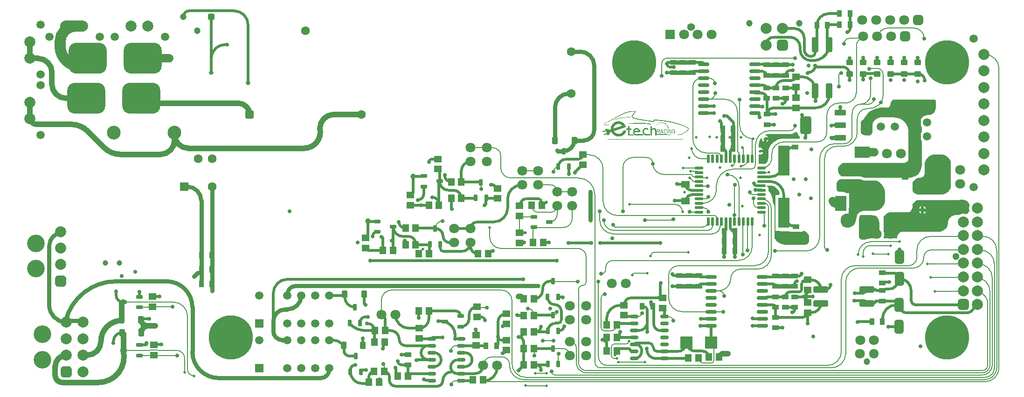
<source format=gtl>
G04*
G04 #@! TF.GenerationSoftware,Altium Limited,Altium Designer,23.0.1 (38)*
G04*
G04 Layer_Physical_Order=1*
G04 Layer_Color=255*
%FSLAX44Y44*%
%MOMM*%
G71*
G04*
G04 #@! TF.SameCoordinates,45C13FE1-74D7-4DC4-897C-9120B35D5960*
G04*
G04*
G04 #@! TF.FilePolarity,Positive*
G04*
G01*
G75*
%ADD12C,0.2000*%
%ADD14C,0.1500*%
%ADD15C,0.5000*%
G04:AMPARAMS|DCode=18|XSize=0.55mm|YSize=1.5mm|CornerRadius=0.1375mm|HoleSize=0mm|Usage=FLASHONLY|Rotation=0.000|XOffset=0mm|YOffset=0mm|HoleType=Round|Shape=RoundedRectangle|*
%AMROUNDEDRECTD18*
21,1,0.5500,1.2250,0,0,0.0*
21,1,0.2750,1.5000,0,0,0.0*
1,1,0.2750,0.1375,-0.6125*
1,1,0.2750,-0.1375,-0.6125*
1,1,0.2750,-0.1375,0.6125*
1,1,0.2750,0.1375,0.6125*
%
%ADD18ROUNDEDRECTD18*%
G04:AMPARAMS|DCode=19|XSize=0.55mm|YSize=1.5mm|CornerRadius=0.1375mm|HoleSize=0mm|Usage=FLASHONLY|Rotation=90.000|XOffset=0mm|YOffset=0mm|HoleType=Round|Shape=RoundedRectangle|*
%AMROUNDEDRECTD19*
21,1,0.5500,1.2250,0,0,90.0*
21,1,0.2750,1.5000,0,0,90.0*
1,1,0.2750,0.6125,0.1375*
1,1,0.2750,0.6125,-0.1375*
1,1,0.2750,-0.6125,-0.1375*
1,1,0.2750,-0.6125,0.1375*
%
%ADD19ROUNDEDRECTD19*%
%ADD20R,1.1500X1.3500*%
G04:AMPARAMS|DCode=21|XSize=0.65mm|YSize=1.25mm|CornerRadius=0.1625mm|HoleSize=0mm|Usage=FLASHONLY|Rotation=90.000|XOffset=0mm|YOffset=0mm|HoleType=Round|Shape=RoundedRectangle|*
%AMROUNDEDRECTD21*
21,1,0.6500,0.9250,0,0,90.0*
21,1,0.3250,1.2500,0,0,90.0*
1,1,0.3250,0.4625,0.1625*
1,1,0.3250,0.4625,-0.1625*
1,1,0.3250,-0.4625,-0.1625*
1,1,0.3250,-0.4625,0.1625*
%
%ADD21ROUNDEDRECTD21*%
%ADD22R,1.3500X1.1500*%
G04:AMPARAMS|DCode=23|XSize=5.6mm|YSize=6.9mm|CornerRadius=1.4mm|HoleSize=0mm|Usage=FLASHONLY|Rotation=270.000|XOffset=0mm|YOffset=0mm|HoleType=Round|Shape=RoundedRectangle|*
%AMROUNDEDRECTD23*
21,1,5.6000,4.1000,0,0,270.0*
21,1,2.8000,6.9000,0,0,270.0*
1,1,2.8000,-2.0500,-1.4000*
1,1,2.8000,-2.0500,1.4000*
1,1,2.8000,2.0500,1.4000*
1,1,2.8000,2.0500,-1.4000*
%
%ADD23ROUNDEDRECTD23*%
%ADD24R,1.3000X0.9000*%
%ADD25R,2.0000X5.5000*%
%ADD26R,2.2100X2.2000*%
G04:AMPARAMS|DCode=27|XSize=0.6mm|YSize=1.45mm|CornerRadius=0.15mm|HoleSize=0mm|Usage=FLASHONLY|Rotation=90.000|XOffset=0mm|YOffset=0mm|HoleType=Round|Shape=RoundedRectangle|*
%AMROUNDEDRECTD27*
21,1,0.6000,1.1500,0,0,90.0*
21,1,0.3000,1.4500,0,0,90.0*
1,1,0.3000,0.5750,0.1500*
1,1,0.3000,0.5750,-0.1500*
1,1,0.3000,-0.5750,-0.1500*
1,1,0.3000,-0.5750,0.1500*
%
%ADD27ROUNDEDRECTD27*%
G04:AMPARAMS|DCode=28|XSize=1.75mm|YSize=1.25mm|CornerRadius=0.3125mm|HoleSize=0mm|Usage=FLASHONLY|Rotation=270.000|XOffset=0mm|YOffset=0mm|HoleType=Round|Shape=RoundedRectangle|*
%AMROUNDEDRECTD28*
21,1,1.7500,0.6250,0,0,270.0*
21,1,1.1250,1.2500,0,0,270.0*
1,1,0.6250,-0.3125,-0.5625*
1,1,0.6250,-0.3125,0.5625*
1,1,0.6250,0.3125,0.5625*
1,1,0.6250,0.3125,-0.5625*
%
%ADD28ROUNDEDRECTD28*%
%ADD29R,0.9000X1.3000*%
G04:AMPARAMS|DCode=30|XSize=0.6mm|YSize=2mm|CornerRadius=0.15mm|HoleSize=0mm|Usage=FLASHONLY|Rotation=90.000|XOffset=0mm|YOffset=0mm|HoleType=Round|Shape=RoundedRectangle|*
%AMROUNDEDRECTD30*
21,1,0.6000,1.7000,0,0,90.0*
21,1,0.3000,2.0000,0,0,90.0*
1,1,0.3000,0.8500,0.1500*
1,1,0.3000,0.8500,-0.1500*
1,1,0.3000,-0.8500,-0.1500*
1,1,0.3000,-0.8500,0.1500*
%
%ADD30ROUNDEDRECTD30*%
G04:AMPARAMS|DCode=31|XSize=1.2mm|YSize=2.75mm|CornerRadius=0.3mm|HoleSize=0mm|Usage=FLASHONLY|Rotation=90.000|XOffset=0mm|YOffset=0mm|HoleType=Round|Shape=RoundedRectangle|*
%AMROUNDEDRECTD31*
21,1,1.2000,2.1500,0,0,90.0*
21,1,0.6000,2.7500,0,0,90.0*
1,1,0.6000,1.0750,0.3000*
1,1,0.6000,1.0750,-0.3000*
1,1,0.6000,-1.0750,-0.3000*
1,1,0.6000,-1.0750,0.3000*
%
%ADD31ROUNDEDRECTD31*%
G04:AMPARAMS|DCode=32|XSize=0.65mm|YSize=1.25mm|CornerRadius=0.1625mm|HoleSize=0mm|Usage=FLASHONLY|Rotation=180.000|XOffset=0mm|YOffset=0mm|HoleType=Round|Shape=RoundedRectangle|*
%AMROUNDEDRECTD32*
21,1,0.6500,0.9250,0,0,180.0*
21,1,0.3250,1.2500,0,0,180.0*
1,1,0.3250,-0.1625,0.4625*
1,1,0.3250,0.1625,0.4625*
1,1,0.3250,0.1625,-0.4625*
1,1,0.3250,-0.1625,-0.4625*
%
%ADD32ROUNDEDRECTD32*%
G04:AMPARAMS|DCode=33|XSize=1.2mm|YSize=2.75mm|CornerRadius=0.3mm|HoleSize=0mm|Usage=FLASHONLY|Rotation=180.000|XOffset=0mm|YOffset=0mm|HoleType=Round|Shape=RoundedRectangle|*
%AMROUNDEDRECTD33*
21,1,1.2000,2.1500,0,0,180.0*
21,1,0.6000,2.7500,0,0,180.0*
1,1,0.6000,-0.3000,1.0750*
1,1,0.6000,0.3000,1.0750*
1,1,0.6000,0.3000,-1.0750*
1,1,0.6000,-0.3000,-1.0750*
%
%ADD33ROUNDEDRECTD33*%
G04:AMPARAMS|DCode=34|XSize=1.7mm|YSize=2.5mm|CornerRadius=0.425mm|HoleSize=0mm|Usage=FLASHONLY|Rotation=180.000|XOffset=0mm|YOffset=0mm|HoleType=Round|Shape=RoundedRectangle|*
%AMROUNDEDRECTD34*
21,1,1.7000,1.6500,0,0,180.0*
21,1,0.8500,2.5000,0,0,180.0*
1,1,0.8500,-0.4250,0.8250*
1,1,0.8500,0.4250,0.8250*
1,1,0.8500,0.4250,-0.8250*
1,1,0.8500,-0.4250,-0.8250*
%
%ADD34ROUNDEDRECTD34*%
%ADD35R,2.8000X2.0000*%
%ADD36R,2.0000X2.8000*%
G04:AMPARAMS|DCode=37|XSize=3.3mm|YSize=2.3mm|CornerRadius=0.575mm|HoleSize=0mm|Usage=FLASHONLY|Rotation=0.000|XOffset=0mm|YOffset=0mm|HoleType=Round|Shape=RoundedRectangle|*
%AMROUNDEDRECTD37*
21,1,3.3000,1.1500,0,0,0.0*
21,1,2.1500,2.3000,0,0,0.0*
1,1,1.1500,1.0750,-0.5750*
1,1,1.1500,-1.0750,-0.5750*
1,1,1.1500,-1.0750,0.5750*
1,1,1.1500,1.0750,0.5750*
%
%ADD37ROUNDEDRECTD37*%
G04:AMPARAMS|DCode=38|XSize=1mm|YSize=2.1mm|CornerRadius=0.25mm|HoleSize=0mm|Usage=FLASHONLY|Rotation=270.000|XOffset=0mm|YOffset=0mm|HoleType=Round|Shape=RoundedRectangle|*
%AMROUNDEDRECTD38*
21,1,1.0000,1.6000,0,0,270.0*
21,1,0.5000,2.1000,0,0,270.0*
1,1,0.5000,-0.8000,-0.2500*
1,1,0.5000,-0.8000,0.2500*
1,1,0.5000,0.8000,0.2500*
1,1,0.5000,0.8000,-0.2500*
%
%ADD38ROUNDEDRECTD38*%
G04:AMPARAMS|DCode=39|XSize=3.3mm|YSize=2.1mm|CornerRadius=0.525mm|HoleSize=0mm|Usage=FLASHONLY|Rotation=270.000|XOffset=0mm|YOffset=0mm|HoleType=Round|Shape=RoundedRectangle|*
%AMROUNDEDRECTD39*
21,1,3.3000,1.0500,0,0,270.0*
21,1,2.2500,2.1000,0,0,270.0*
1,1,1.0500,-0.5250,-1.1250*
1,1,1.0500,-0.5250,1.1250*
1,1,1.0500,0.5250,1.1250*
1,1,1.0500,0.5250,-1.1250*
%
%ADD39ROUNDEDRECTD39*%
%ADD40R,1.3000X2.2000*%
G04:AMPARAMS|DCode=41|XSize=1.3mm|YSize=1.1mm|CornerRadius=0.275mm|HoleSize=0mm|Usage=FLASHONLY|Rotation=90.000|XOffset=0mm|YOffset=0mm|HoleType=Round|Shape=RoundedRectangle|*
%AMROUNDEDRECTD41*
21,1,1.3000,0.5500,0,0,90.0*
21,1,0.7500,1.1000,0,0,90.0*
1,1,0.5500,0.2750,0.3750*
1,1,0.5500,0.2750,-0.3750*
1,1,0.5500,-0.2750,-0.3750*
1,1,0.5500,-0.2750,0.3750*
%
%ADD41ROUNDEDRECTD41*%
G04:AMPARAMS|DCode=42|XSize=1.2mm|YSize=1.1mm|CornerRadius=0.275mm|HoleSize=0mm|Usage=FLASHONLY|Rotation=180.000|XOffset=0mm|YOffset=0mm|HoleType=Round|Shape=RoundedRectangle|*
%AMROUNDEDRECTD42*
21,1,1.2000,0.5500,0,0,180.0*
21,1,0.6500,1.1000,0,0,180.0*
1,1,0.5500,-0.3250,0.2750*
1,1,0.5500,0.3250,0.2750*
1,1,0.5500,0.3250,-0.2750*
1,1,0.5500,-0.3250,-0.2750*
%
%ADD42ROUNDEDRECTD42*%
%ADD43R,1.6000X1.2000*%
%ADD91C,1.5000*%
%ADD92C,1.0000*%
%ADD93C,0.8000*%
%ADD94C,2.0000*%
%ADD95C,1.5000*%
%ADD96C,0.5000*%
%ADD97C,0.2000*%
G04:AMPARAMS|DCode=98|XSize=0.6mm|YSize=1.55mm|CornerRadius=0.15mm|HoleSize=0mm|Usage=FLASHONLY|Rotation=90.000|XOffset=0mm|YOffset=0mm|HoleType=Round|Shape=RoundedRectangle|*
%AMROUNDEDRECTD98*
21,1,0.6000,1.2500,0,0,90.0*
21,1,0.3000,1.5500,0,0,90.0*
1,1,0.3000,0.6250,0.1500*
1,1,0.3000,0.6250,-0.1500*
1,1,0.3000,-0.6250,-0.1500*
1,1,0.3000,-0.6250,0.1500*
%
%ADD98ROUNDEDRECTD98*%
%ADD99C,2.0000*%
G04:AMPARAMS|DCode=100|XSize=2mm|YSize=2mm|CornerRadius=0.5mm|HoleSize=0mm|Usage=FLASHONLY|Rotation=180.000|XOffset=0mm|YOffset=0mm|HoleType=Round|Shape=RoundedRectangle|*
%AMROUNDEDRECTD100*
21,1,2.0000,1.0000,0,0,180.0*
21,1,1.0000,2.0000,0,0,180.0*
1,1,1.0000,-0.5000,0.5000*
1,1,1.0000,0.5000,0.5000*
1,1,1.0000,0.5000,-0.5000*
1,1,1.0000,-0.5000,-0.5000*
%
%ADD100ROUNDEDRECTD100*%
%ADD101C,1.3000*%
%ADD102O,1.8000X1.7000*%
%ADD103C,1.8000*%
%ADD104C,1.2000*%
%ADD105C,3.2000*%
G04:AMPARAMS|DCode=106|XSize=2mm|YSize=2mm|CornerRadius=0.5mm|HoleSize=0mm|Usage=FLASHONLY|Rotation=270.000|XOffset=0mm|YOffset=0mm|HoleType=Round|Shape=RoundedRectangle|*
%AMROUNDEDRECTD106*
21,1,2.0000,1.0000,0,0,270.0*
21,1,1.0000,2.0000,0,0,270.0*
1,1,1.0000,-0.5000,-0.5000*
1,1,1.0000,-0.5000,0.5000*
1,1,1.0000,0.5000,0.5000*
1,1,1.0000,0.5000,-0.5000*
%
%ADD106ROUNDEDRECTD106*%
%ADD107C,2.5000*%
%ADD108R,1.5000X1.5000*%
%ADD109C,1.6000*%
G04:AMPARAMS|DCode=110|XSize=1.6mm|YSize=1.6mm|CornerRadius=0.4mm|HoleSize=0mm|Usage=FLASHONLY|Rotation=0.000|XOffset=0mm|YOffset=0mm|HoleType=Round|Shape=RoundedRectangle|*
%AMROUNDEDRECTD110*
21,1,1.6000,0.8000,0,0,0.0*
21,1,0.8000,1.6000,0,0,0.0*
1,1,0.8000,0.4000,-0.4000*
1,1,0.8000,-0.4000,-0.4000*
1,1,0.8000,-0.4000,0.4000*
1,1,0.8000,0.4000,0.4000*
%
%ADD110ROUNDEDRECTD110*%
%ADD111C,1.4000*%
%ADD112R,1.8000X1.8000*%
%ADD113C,8.0000*%
%ADD114R,1.6000X1.6000*%
%ADD115C,1.0000*%
G04:AMPARAMS|DCode=116|XSize=1.2mm|YSize=1.2mm|CornerRadius=0.3mm|HoleSize=0mm|Usage=FLASHONLY|Rotation=270.000|XOffset=0mm|YOffset=0mm|HoleType=Round|Shape=RoundedRectangle|*
%AMROUNDEDRECTD116*
21,1,1.2000,0.6000,0,0,270.0*
21,1,0.6000,1.2000,0,0,270.0*
1,1,0.6000,-0.3000,-0.3000*
1,1,0.6000,-0.3000,0.3000*
1,1,0.6000,0.3000,0.3000*
1,1,0.6000,0.3000,-0.3000*
%
%ADD116ROUNDEDRECTD116*%
G04:AMPARAMS|DCode=117|XSize=1.8mm|YSize=1.8mm|CornerRadius=0.45mm|HoleSize=0mm|Usage=FLASHONLY|Rotation=270.000|XOffset=0mm|YOffset=0mm|HoleType=Round|Shape=RoundedRectangle|*
%AMROUNDEDRECTD117*
21,1,1.8000,0.9000,0,0,270.0*
21,1,0.9000,1.8000,0,0,270.0*
1,1,0.9000,-0.4500,-0.4500*
1,1,0.9000,-0.4500,0.4500*
1,1,0.9000,0.4500,0.4500*
1,1,0.9000,0.4500,-0.4500*
%
%ADD117ROUNDEDRECTD117*%
%ADD118C,0.7000*%
%ADD119C,0.8000*%
G36*
X1678916Y532119D02*
X1679619Y531416D01*
X1680000Y530497D01*
Y517500D01*
X1680000Y517500D01*
Y516269D01*
X1679519Y513854D01*
X1678577Y511579D01*
X1677209Y509532D01*
X1675468Y507791D01*
X1673421Y506423D01*
X1671146Y505480D01*
X1668731Y505000D01*
X1667500D01*
X1666275Y504940D01*
X1663871Y504462D01*
X1661608Y503524D01*
X1661047Y503149D01*
X1659175Y502648D01*
X1656325Y501002D01*
X1653998Y498675D01*
X1652352Y495825D01*
X1651500Y492645D01*
Y489354D01*
X1652352Y486175D01*
X1653998Y483325D01*
X1655000Y482322D01*
Y474277D01*
X1653998Y473275D01*
X1652352Y470425D01*
X1651500Y467245D01*
Y463954D01*
X1652352Y460775D01*
X1653998Y457925D01*
X1655000Y456922D01*
Y417216D01*
X1654902Y416724D01*
X1654902Y415000D01*
X1654902Y415000D01*
X1654902Y412406D01*
X1654024Y407991D01*
X1652109Y403369D01*
X1649329Y399208D01*
X1645791Y395671D01*
X1642382Y393392D01*
X1642128Y393287D01*
X1641711Y393008D01*
X1641247Y392816D01*
X1640913Y392593D01*
X1637009Y390976D01*
X1632102Y390000D01*
X1574438D01*
X1573750Y390285D01*
X1571799Y390673D01*
X1551651D01*
X1551250Y390726D01*
X1551166Y390720D01*
X1551085Y390745D01*
X1548922Y390958D01*
X1546618Y391657D01*
X1545983Y391996D01*
X1545741Y392069D01*
X1545531Y392210D01*
X1544797Y392356D01*
X1544080Y392573D01*
X1543828Y392549D01*
X1543580Y392598D01*
X1509062D01*
X1507938Y393349D01*
X1505849Y395438D01*
X1504207Y397895D01*
X1503076Y400625D01*
X1502500Y403523D01*
Y405000D01*
X1502500Y406231D01*
X1502980Y408646D01*
X1503922Y410921D01*
X1505290Y412968D01*
X1507032Y414710D01*
X1509079Y416077D01*
X1511354Y417020D01*
X1513769Y417500D01*
X1515000Y417500D01*
X1620000Y417500D01*
Y417500D01*
X1621046Y417301D01*
X1621188Y417302D01*
X1623170Y417316D01*
X1625219Y417875D01*
X1627057Y418941D01*
X1628559Y420443D01*
X1629625Y422281D01*
X1630184Y424330D01*
X1630199Y426454D01*
X1630000Y427500D01*
Y431661D01*
X1630200Y432407D01*
Y436093D01*
X1630000Y436839D01*
X1630000Y474600D01*
X1630000Y474600D01*
X1630000Y474600D01*
X1629877Y477090D01*
X1628906Y481973D01*
X1627001Y486573D01*
X1624234Y490714D01*
X1620714Y494234D01*
X1616573Y497001D01*
X1611973Y498906D01*
X1607090Y499878D01*
X1604600Y500000D01*
X1580000Y500000D01*
X1580000Y500000D01*
X1578530Y499927D01*
X1575645Y499354D01*
X1572929Y498229D01*
X1570484Y496595D01*
X1568405Y494516D01*
X1566771Y492071D01*
X1565646Y489354D01*
X1565072Y486470D01*
X1565000Y485000D01*
Y474261D01*
X1564712Y472812D01*
X1564146Y471447D01*
X1563326Y470219D01*
X1562281Y469174D01*
X1561053Y468354D01*
X1559688Y467788D01*
X1558239Y467500D01*
X1551515D01*
X1549583Y467884D01*
X1547763Y468638D01*
X1546125Y469733D01*
X1544733Y471125D01*
X1543638Y472763D01*
X1543368Y473416D01*
Y491584D01*
X1543638Y492237D01*
X1544733Y493875D01*
X1546125Y495267D01*
X1547763Y496362D01*
X1549583Y497116D01*
X1551515Y497500D01*
X1555000D01*
X1555488Y497548D01*
X1556389Y497921D01*
X1557079Y498611D01*
X1557452Y499512D01*
X1557500Y500000D01*
Y501724D01*
X1558172Y505105D01*
X1559492Y508289D01*
X1560798Y510244D01*
X1563485Y510455D01*
X1568681Y511703D01*
X1573617Y513747D01*
X1578173Y516539D01*
X1579298Y517500D01*
X1590000D01*
X1590735Y517536D01*
X1592177Y517823D01*
X1593535Y518386D01*
X1594758Y519202D01*
X1595798Y520242D01*
X1596614Y521465D01*
X1597177Y522823D01*
X1597368Y523784D01*
X1597464Y524265D01*
X1597500Y525000D01*
X1597500Y525000D01*
Y525000D01*
X1597598Y526230D01*
X1597788Y527188D01*
X1598353Y528553D01*
X1599174Y529781D01*
X1600219Y530826D01*
X1601447Y531646D01*
X1602812Y532212D01*
X1604261Y532500D01*
X1605000Y532500D01*
X1677997Y532500D01*
X1678916Y532119D01*
D02*
G37*
G36*
X1122791Y500916D02*
X1125623D01*
Y500818D01*
X1126111D01*
Y500720D01*
X1126209D01*
Y500623D01*
X1123572D01*
Y500525D01*
X1121815D01*
Y500428D01*
X1120545D01*
Y500330D01*
X1119276D01*
Y500232D01*
X1118202D01*
Y500135D01*
X1117128D01*
Y500037D01*
X1116347D01*
Y499939D01*
X1115468D01*
Y499842D01*
X1114687D01*
Y499744D01*
X1114003D01*
Y499646D01*
X1113222D01*
Y499549D01*
X1112636D01*
Y499451D01*
X1112050D01*
Y499353D01*
X1111367D01*
Y499256D01*
X1110781D01*
Y499158D01*
X1110195D01*
Y499061D01*
X1109707D01*
Y498963D01*
X1109219D01*
Y498865D01*
X1108731D01*
Y498768D01*
X1108145D01*
Y498670D01*
X1107657D01*
Y498572D01*
X1107266D01*
Y498475D01*
X1106778D01*
Y498377D01*
X1106290D01*
Y498279D01*
X1105899D01*
Y498182D01*
X1105411D01*
Y498084D01*
X1105020D01*
Y497986D01*
X1104630D01*
Y497889D01*
X1104141D01*
Y497791D01*
X1103848D01*
Y497693D01*
X1103458D01*
Y497596D01*
X1103067D01*
Y497498D01*
X1102677D01*
Y497401D01*
X1102286D01*
Y497303D01*
X1101993D01*
Y497205D01*
X1101603D01*
Y497108D01*
X1101310D01*
Y497010D01*
X1100919D01*
Y496912D01*
X1100626D01*
Y496815D01*
X1100333D01*
Y496717D01*
X1100040D01*
Y496619D01*
X1099748D01*
Y496522D01*
X1099357D01*
Y496424D01*
X1099064D01*
Y496326D01*
X1098771D01*
Y496229D01*
X1098478D01*
Y496131D01*
X1098185D01*
Y496034D01*
X1097892D01*
Y495936D01*
X1097599D01*
Y495838D01*
X1097307D01*
Y495741D01*
X1097014D01*
Y495643D01*
X1096818D01*
Y495545D01*
X1096525D01*
Y495448D01*
X1096232D01*
Y495350D01*
X1095939D01*
Y495252D01*
X1095647D01*
Y495155D01*
X1095354D01*
Y495057D01*
X1095061D01*
Y494959D01*
X1094865D01*
Y494862D01*
X1094573D01*
Y494764D01*
X1094377D01*
Y494667D01*
X1094084D01*
Y494569D01*
X1093791D01*
Y494471D01*
X1093596D01*
Y494374D01*
X1093401D01*
Y494276D01*
X1093205D01*
Y494178D01*
X1092913D01*
Y494081D01*
X1092717D01*
Y493983D01*
X1092522D01*
Y493885D01*
X1092229D01*
Y493788D01*
X1091936D01*
Y493690D01*
X1091839D01*
Y493885D01*
X1091936D01*
Y493983D01*
X1092132D01*
Y494081D01*
X1092327D01*
Y494178D01*
X1092522D01*
Y494276D01*
X1092717D01*
Y494374D01*
X1092913D01*
Y494471D01*
X1093108D01*
Y494569D01*
X1093205D01*
Y494667D01*
X1093498D01*
Y494764D01*
X1093694D01*
Y494862D01*
X1093889D01*
Y494959D01*
X1094084D01*
Y495057D01*
X1094280D01*
Y495155D01*
X1094475D01*
Y495252D01*
X1094670D01*
Y495350D01*
X1094865D01*
Y495448D01*
X1095061D01*
Y495545D01*
X1095354D01*
Y495643D01*
X1095549D01*
Y495741D01*
X1095744D01*
Y495838D01*
X1096037D01*
Y495936D01*
X1096232D01*
Y496034D01*
X1096428D01*
Y496131D01*
X1096721D01*
Y496229D01*
X1096916D01*
Y496326D01*
X1097209D01*
Y496424D01*
X1097404D01*
Y496522D01*
X1097599D01*
Y496619D01*
X1097892D01*
Y496717D01*
X1098088D01*
Y496815D01*
X1098381D01*
Y496912D01*
X1098673D01*
Y497010D01*
X1098869D01*
Y497108D01*
X1099162D01*
Y497205D01*
X1099455D01*
Y497303D01*
X1099748D01*
Y497401D01*
X1100040D01*
Y497498D01*
X1100236D01*
Y497596D01*
X1100529D01*
Y497693D01*
X1100822D01*
Y497791D01*
X1101212D01*
Y497889D01*
X1101407D01*
Y497986D01*
X1101798D01*
Y498084D01*
X1102091D01*
Y498182D01*
X1102482D01*
Y498279D01*
X1102872D01*
Y498377D01*
X1103165D01*
Y498475D01*
X1103458D01*
Y498572D01*
X1103848D01*
Y498670D01*
X1104239D01*
Y498768D01*
X1104630D01*
Y498865D01*
X1104923D01*
Y498963D01*
X1105411D01*
Y499061D01*
X1105899D01*
Y499158D01*
X1106290D01*
Y499256D01*
X1106680D01*
Y499353D01*
X1107071D01*
Y499451D01*
X1107559D01*
Y499549D01*
X1108145D01*
Y499646D01*
X1108633D01*
Y499744D01*
X1109121D01*
Y499842D01*
X1109609D01*
Y499939D01*
X1110195D01*
Y500037D01*
X1110781D01*
Y500135D01*
X1111465D01*
Y500232D01*
X1111953D01*
Y500330D01*
X1112636D01*
Y500428D01*
X1113613D01*
Y500525D01*
X1114492D01*
Y500623D01*
X1115370D01*
Y500720D01*
X1116444D01*
Y500818D01*
X1117811D01*
Y500916D01*
X1120252D01*
Y501013D01*
X1122791D01*
Y500916D01*
D02*
G37*
G36*
X1145932Y490273D02*
X1148471D01*
Y490175D01*
X1150033D01*
Y490077D01*
X1151400D01*
Y489980D01*
X1152377D01*
Y489882D01*
X1153548D01*
Y489785D01*
X1154427D01*
Y489687D01*
X1155404D01*
Y489589D01*
X1156087D01*
Y489492D01*
X1156771D01*
Y489394D01*
X1157552D01*
Y489296D01*
X1158235D01*
Y489199D01*
X1158919D01*
Y489101D01*
X1159407D01*
Y489003D01*
X1159993D01*
Y488906D01*
X1160579D01*
Y488808D01*
X1161067D01*
Y488710D01*
X1161555D01*
Y488613D01*
X1162043D01*
Y488515D01*
X1162434D01*
Y488418D01*
X1162824D01*
Y488320D01*
X1162922D01*
Y488222D01*
X1162824D01*
Y488027D01*
X1162727D01*
Y487929D01*
X1162629D01*
Y487734D01*
X1162532D01*
Y487636D01*
X1162434D01*
Y487441D01*
X1162336D01*
Y487343D01*
X1162239D01*
Y487148D01*
X1162141D01*
Y487051D01*
X1162043D01*
Y486855D01*
X1161946D01*
Y486660D01*
X1161848D01*
Y486562D01*
X1161750D01*
Y486367D01*
X1161653D01*
Y486269D01*
X1161555D01*
Y486074D01*
X1161457D01*
Y485976D01*
X1161360D01*
Y485781D01*
X1161262D01*
Y485684D01*
X1161164D01*
Y485488D01*
X1161067D01*
Y485391D01*
X1160969D01*
Y485293D01*
X1160872D01*
Y485195D01*
X1160774D01*
Y485488D01*
X1160872D01*
Y485781D01*
X1160969D01*
Y486172D01*
X1161067D01*
Y486465D01*
X1161164D01*
Y486758D01*
X1161262D01*
Y487148D01*
X1161360D01*
Y487441D01*
X1160872D01*
Y487539D01*
X1160188D01*
Y487636D01*
X1159407D01*
Y487734D01*
X1158626D01*
Y487832D01*
X1157845D01*
Y487929D01*
X1157064D01*
Y488027D01*
X1156087D01*
Y488125D01*
X1155013D01*
Y488222D01*
X1153841D01*
Y488320D01*
X1152767D01*
Y488418D01*
X1151400D01*
Y488515D01*
X1149740D01*
Y488613D01*
X1147787D01*
Y488710D01*
X1145347D01*
Y488808D01*
X1142027D01*
Y488906D01*
X1132751D01*
Y488808D01*
X1129919D01*
Y488710D01*
X1127380D01*
Y488613D01*
X1124842D01*
Y488515D01*
X1122986D01*
Y488418D01*
X1121131D01*
Y488320D01*
X1119569D01*
Y488515D01*
X1119667D01*
Y488613D01*
X1120252D01*
Y488710D01*
X1120936D01*
Y488808D01*
X1121522D01*
Y488906D01*
X1122205D01*
Y489003D01*
X1122791D01*
Y489101D01*
X1123377D01*
Y489199D01*
X1124061D01*
Y489296D01*
X1124939D01*
Y489394D01*
X1125720D01*
Y489492D01*
X1126306D01*
Y489589D01*
X1127283D01*
Y489687D01*
X1128259D01*
Y489785D01*
X1129236D01*
Y489882D01*
X1130407D01*
Y489980D01*
X1131481D01*
Y490077D01*
X1132751D01*
Y490175D01*
X1134606D01*
Y490273D01*
X1136852D01*
Y490370D01*
X1145932D01*
Y490273D01*
D02*
G37*
G36*
X1183232Y490859D02*
X1183915D01*
Y490761D01*
X1184501D01*
Y490663D01*
X1184989D01*
Y490566D01*
X1185380D01*
Y490468D01*
X1185673D01*
Y490370D01*
X1185966D01*
Y490273D01*
X1186259D01*
Y490175D01*
X1186552D01*
Y490077D01*
X1186747D01*
Y489980D01*
X1187040D01*
Y489882D01*
X1187235D01*
Y489785D01*
X1187430D01*
Y489687D01*
X1187626D01*
Y489589D01*
X1187821D01*
Y489492D01*
X1188016D01*
Y489394D01*
X1188211D01*
Y489296D01*
X1188407D01*
Y489199D01*
X1188602D01*
Y489101D01*
X1188700D01*
Y489003D01*
X1188895D01*
Y488906D01*
X1188993D01*
Y488808D01*
X1189188D01*
Y488710D01*
X1189286D01*
Y488613D01*
X1189481D01*
Y488515D01*
X1189578D01*
Y488418D01*
X1189676D01*
Y488320D01*
X1189871D01*
Y488222D01*
X1189969D01*
Y488125D01*
X1190067D01*
Y488027D01*
X1190164D01*
Y487929D01*
X1190360D01*
Y487832D01*
X1190457D01*
Y487734D01*
X1190555D01*
Y487636D01*
X1190652D01*
Y487539D01*
X1190750D01*
Y487441D01*
X1190848D01*
Y487343D01*
X1190945D01*
Y487246D01*
X1191043D01*
Y487148D01*
X1191141D01*
Y487051D01*
X1191238D01*
Y486953D01*
X1191336D01*
Y486855D01*
X1191434D01*
Y486758D01*
X1191531D01*
Y486660D01*
X1191629D01*
Y486562D01*
X1191727D01*
Y486465D01*
X1191824D01*
Y486367D01*
X1191922D01*
Y486172D01*
X1192020D01*
Y486074D01*
X1192117D01*
Y485976D01*
X1192215D01*
Y485781D01*
X1192312D01*
Y485684D01*
X1192410D01*
Y485586D01*
X1192508D01*
Y485391D01*
X1192605D01*
Y485293D01*
X1192703D01*
Y485098D01*
X1192801D01*
Y485000D01*
X1192898D01*
Y484805D01*
X1192996D01*
Y484707D01*
X1193093D01*
Y484512D01*
X1193191D01*
Y484316D01*
X1193289D01*
Y484121D01*
X1193387D01*
Y483926D01*
X1193484D01*
Y483731D01*
X1193582D01*
Y483535D01*
X1193679D01*
Y483340D01*
X1193777D01*
Y483145D01*
X1193875D01*
Y482949D01*
X1193972D01*
Y482657D01*
X1194070D01*
Y482364D01*
X1194168D01*
Y482168D01*
X1194265D01*
Y481875D01*
X1194363D01*
Y481485D01*
X1194461D01*
Y481192D01*
X1194558D01*
Y480801D01*
X1194656D01*
Y480508D01*
X1194461D01*
Y480411D01*
X1193484D01*
Y480508D01*
X1193387D01*
Y480606D01*
X1193289D01*
Y480997D01*
X1193191D01*
Y481387D01*
X1193093D01*
Y481778D01*
X1192996D01*
Y482071D01*
X1192898D01*
Y482266D01*
X1192801D01*
Y482559D01*
X1192703D01*
Y482754D01*
X1192605D01*
Y482949D01*
Y483047D01*
X1192508D01*
Y483242D01*
X1192410D01*
Y483438D01*
X1192312D01*
Y483633D01*
X1192215D01*
Y483828D01*
X1192117D01*
Y484024D01*
X1192020D01*
Y484121D01*
X1191922D01*
Y484316D01*
X1191824D01*
Y484512D01*
X1191727D01*
Y484609D01*
X1191629D01*
Y484805D01*
X1191531D01*
Y484902D01*
X1191434D01*
Y485098D01*
X1191336D01*
Y485195D01*
X1191238D01*
Y485293D01*
X1191141D01*
Y485488D01*
X1191043D01*
Y485586D01*
X1190945D01*
Y485684D01*
X1190848D01*
Y485781D01*
X1190750D01*
Y485976D01*
X1190652D01*
Y486074D01*
X1190555D01*
Y486172D01*
X1190457D01*
Y486269D01*
X1190360D01*
Y486367D01*
X1190262D01*
Y486465D01*
X1190164D01*
Y486562D01*
X1190067D01*
Y486660D01*
X1189969D01*
Y486758D01*
X1189871D01*
Y486855D01*
X1189774D01*
Y486953D01*
X1189676D01*
Y487051D01*
X1189578D01*
Y487148D01*
X1189481D01*
Y487246D01*
X1189383D01*
Y487343D01*
X1189286D01*
Y487441D01*
X1189090D01*
Y487539D01*
X1188993D01*
Y487636D01*
X1188895D01*
Y487734D01*
X1188700D01*
Y487832D01*
X1188602D01*
Y487929D01*
X1188504D01*
Y488027D01*
X1188309D01*
Y488125D01*
X1188211D01*
Y488222D01*
X1188016D01*
Y488320D01*
X1187821D01*
Y488418D01*
X1187723D01*
Y488515D01*
X1187528D01*
Y488613D01*
X1187333D01*
Y488710D01*
X1187137D01*
Y488808D01*
X1186942D01*
Y488906D01*
X1186844D01*
Y489003D01*
X1186552D01*
Y489101D01*
X1186356D01*
Y489199D01*
X1186161D01*
Y489296D01*
X1185868D01*
Y489394D01*
X1185673D01*
Y489492D01*
X1185380D01*
Y489589D01*
X1184989D01*
Y489687D01*
X1184696D01*
Y489785D01*
X1184403D01*
Y489882D01*
X1183915D01*
Y489980D01*
X1183427D01*
Y490077D01*
X1182548D01*
Y490175D01*
X1180205D01*
Y490077D01*
X1179424D01*
Y489980D01*
X1178838D01*
Y489882D01*
X1178447D01*
Y489785D01*
X1178057D01*
Y489687D01*
X1177764D01*
Y489589D01*
X1177471D01*
Y489492D01*
X1177178D01*
Y489394D01*
X1176885D01*
Y489296D01*
X1176690D01*
Y489199D01*
X1176494D01*
Y489101D01*
X1176201D01*
Y489003D01*
X1176006D01*
Y488906D01*
X1175811D01*
Y488808D01*
X1175616D01*
Y488710D01*
X1175420D01*
Y488613D01*
X1175225D01*
Y488515D01*
X1175127D01*
Y488418D01*
X1174932D01*
Y488320D01*
X1174737D01*
Y488222D01*
X1174639D01*
Y488125D01*
X1174444D01*
Y488027D01*
X1174346D01*
Y487929D01*
X1174151D01*
Y487832D01*
X1174053D01*
Y487734D01*
X1173956D01*
Y487636D01*
X1173858D01*
Y487539D01*
X1173663D01*
Y487441D01*
X1173565D01*
Y487343D01*
X1173467D01*
Y487246D01*
X1173370D01*
Y487148D01*
X1173175D01*
Y487051D01*
X1173077D01*
Y486953D01*
X1172979D01*
Y486855D01*
X1172882D01*
Y487051D01*
X1172979D01*
Y487148D01*
X1173077D01*
Y487246D01*
X1173175D01*
Y487441D01*
X1173370D01*
Y487539D01*
X1173467D01*
Y487636D01*
X1173565D01*
Y487734D01*
X1173663D01*
Y487832D01*
X1173760D01*
Y487929D01*
X1173858D01*
Y488027D01*
X1173956D01*
Y488125D01*
X1174053D01*
Y488222D01*
X1174249D01*
Y488320D01*
X1174346D01*
Y488418D01*
X1174444D01*
Y488515D01*
X1174639D01*
Y488613D01*
X1174737D01*
Y488710D01*
X1174932D01*
Y488808D01*
X1175030D01*
Y488906D01*
X1175225D01*
Y489003D01*
X1175323D01*
Y489101D01*
X1175518D01*
Y489199D01*
X1175616D01*
Y489296D01*
X1175811D01*
Y489394D01*
X1176006D01*
Y489492D01*
X1176201D01*
Y489589D01*
X1176397D01*
Y489687D01*
X1176592D01*
Y489785D01*
X1176787D01*
Y489882D01*
X1176983D01*
Y489980D01*
X1177178D01*
Y490077D01*
X1177471D01*
Y490175D01*
X1177764D01*
Y490273D01*
X1178057D01*
Y490370D01*
X1178350D01*
Y490468D01*
X1178643D01*
Y490566D01*
X1179033D01*
Y490663D01*
X1179424D01*
Y490761D01*
X1180010D01*
Y490859D01*
X1180693D01*
Y490956D01*
X1183232D01*
Y490859D01*
D02*
G37*
G36*
X1104239Y493104D02*
X1105411D01*
Y493007D01*
X1106094D01*
Y492909D01*
X1106680D01*
Y492811D01*
X1106973D01*
Y492714D01*
X1107364D01*
Y492616D01*
X1107754D01*
Y492519D01*
X1108047D01*
Y492421D01*
X1108340D01*
Y492323D01*
X1108535D01*
Y492225D01*
X1108828D01*
Y492128D01*
X1109024D01*
Y492030D01*
X1109316D01*
Y491933D01*
X1109512D01*
Y491835D01*
X1109707D01*
Y491737D01*
X1109902D01*
Y491640D01*
X1110098D01*
Y491542D01*
X1110293D01*
Y491444D01*
X1110488D01*
Y491347D01*
X1110586D01*
Y491249D01*
X1110781D01*
Y491152D01*
X1110976D01*
Y491054D01*
X1111074D01*
Y490956D01*
X1111269D01*
Y490859D01*
X1111367D01*
Y490761D01*
X1111562D01*
Y490663D01*
X1111660D01*
Y490566D01*
X1111855D01*
Y490468D01*
X1111953D01*
Y490370D01*
X1112050D01*
Y490273D01*
X1112246D01*
Y490175D01*
X1112343D01*
Y490077D01*
X1112441D01*
Y489980D01*
X1112539D01*
Y489882D01*
X1112734D01*
Y489785D01*
X1112832D01*
Y489687D01*
X1112929D01*
Y489589D01*
X1113027D01*
Y489492D01*
X1113124D01*
Y489394D01*
X1113222D01*
Y489296D01*
X1113320D01*
Y489199D01*
X1113418D01*
Y489101D01*
X1113515D01*
Y489003D01*
X1113613D01*
Y488906D01*
X1113710D01*
Y488808D01*
X1113808D01*
Y488710D01*
X1113906D01*
Y488613D01*
X1114003D01*
Y488515D01*
X1114101D01*
Y488418D01*
X1114199D01*
Y488320D01*
X1114296D01*
Y488125D01*
X1114394D01*
Y488027D01*
X1114492D01*
Y487929D01*
X1114589D01*
Y487832D01*
X1114687D01*
Y487636D01*
X1114784D01*
Y487539D01*
X1114882D01*
Y487441D01*
X1114980D01*
Y487246D01*
X1115077D01*
Y487148D01*
X1115175D01*
Y487051D01*
X1115273D01*
Y486855D01*
X1115370D01*
Y486660D01*
X1115468D01*
Y486562D01*
X1115566D01*
Y486367D01*
X1115663D01*
Y486269D01*
X1115761D01*
Y486074D01*
X1115859D01*
Y485879D01*
X1115956D01*
Y485684D01*
X1116054D01*
Y485488D01*
X1116152D01*
Y485293D01*
X1116249D01*
Y485098D01*
X1116347D01*
Y484902D01*
X1116444D01*
Y484609D01*
X1116542D01*
Y484414D01*
X1116640D01*
Y484121D01*
X1116737D01*
Y483926D01*
X1116835D01*
Y483633D01*
X1116933D01*
Y483340D01*
X1117030D01*
Y483047D01*
X1117128D01*
Y482657D01*
X1117030D01*
Y482559D01*
X1116933D01*
Y482461D01*
X1116835D01*
Y482364D01*
X1116640D01*
Y482266D01*
X1116347D01*
Y482168D01*
X1116054D01*
Y482071D01*
X1115663D01*
Y481973D01*
X1115370D01*
Y481875D01*
X1115077D01*
Y481778D01*
X1114882D01*
Y481680D01*
X1114492D01*
Y481582D01*
X1114199D01*
Y481485D01*
X1113906D01*
Y481387D01*
X1113613D01*
Y481290D01*
X1113320D01*
Y481192D01*
X1113027D01*
Y481094D01*
X1112734D01*
Y480997D01*
X1112441D01*
Y480899D01*
X1112148D01*
Y480801D01*
X1111855D01*
Y480704D01*
X1111465D01*
Y480606D01*
X1111172D01*
Y480508D01*
X1110879D01*
Y480411D01*
X1110684D01*
Y480313D01*
X1110293D01*
Y480215D01*
X1110000D01*
Y480118D01*
X1109707D01*
Y480020D01*
X1109414D01*
Y479923D01*
X1109121D01*
Y479825D01*
X1108828D01*
Y479727D01*
X1108535D01*
Y479630D01*
X1108340D01*
Y479532D01*
X1108047D01*
Y479434D01*
X1107754D01*
Y479337D01*
X1107461D01*
Y479239D01*
X1107168D01*
Y479142D01*
X1106875D01*
Y479044D01*
X1106582D01*
Y478946D01*
X1106192D01*
Y478849D01*
X1105899D01*
Y478751D01*
X1105508D01*
Y478653D01*
X1105313D01*
Y478556D01*
X1105020D01*
Y478458D01*
X1104727D01*
Y478360D01*
X1104337D01*
Y478263D01*
X1104044D01*
Y478165D01*
X1103751D01*
Y478067D01*
X1103458D01*
Y477970D01*
X1103067D01*
Y477872D01*
X1102775D01*
Y477775D01*
X1102482D01*
Y477677D01*
X1102189D01*
Y477579D01*
X1101896D01*
Y477481D01*
X1101603D01*
Y477384D01*
X1101212D01*
Y477286D01*
X1100919D01*
Y477189D01*
X1100626D01*
Y477091D01*
X1100431D01*
Y476993D01*
X1100040D01*
Y476896D01*
X1099748D01*
Y476798D01*
X1099455D01*
Y476700D01*
X1099162D01*
Y476603D01*
X1098966D01*
Y476505D01*
X1098673D01*
Y476408D01*
X1098283D01*
Y476310D01*
X1097990D01*
Y476212D01*
X1097697D01*
Y476115D01*
X1097404D01*
Y476017D01*
X1097014D01*
Y475919D01*
X1096721D01*
Y475822D01*
X1096428D01*
Y475724D01*
X1096330D01*
Y475626D01*
X1096135D01*
Y475431D01*
X1096037D01*
Y475236D01*
X1095939D01*
Y474943D01*
X1096037D01*
Y474748D01*
X1096135D01*
Y474552D01*
X1096232D01*
Y474357D01*
X1096330D01*
Y474259D01*
X1096428D01*
Y474162D01*
X1096525D01*
Y473966D01*
X1096623D01*
Y473869D01*
X1096721D01*
Y473674D01*
X1096818D01*
Y473576D01*
X1096916D01*
Y473478D01*
X1097014D01*
Y473381D01*
X1097111D01*
Y473283D01*
X1097209D01*
Y473185D01*
X1097307D01*
Y473088D01*
X1097404D01*
Y472990D01*
X1097502D01*
Y472795D01*
X1097599D01*
Y472697D01*
X1097697D01*
Y472599D01*
X1097892D01*
Y472502D01*
X1097990D01*
Y472404D01*
X1098088D01*
Y472307D01*
X1098185D01*
Y472209D01*
X1098283D01*
Y472111D01*
X1098381D01*
Y472014D01*
X1098576D01*
Y471916D01*
X1098673D01*
Y471818D01*
X1098771D01*
Y471721D01*
X1098966D01*
Y471623D01*
X1099064D01*
Y471525D01*
X1099259D01*
Y471428D01*
X1099455D01*
Y471330D01*
X1099650D01*
Y471232D01*
X1099845D01*
Y471135D01*
X1100040D01*
Y471037D01*
X1100236D01*
Y470939D01*
X1100431D01*
Y470842D01*
X1100724D01*
Y470744D01*
X1101115D01*
Y470647D01*
X1101407D01*
Y470549D01*
X1101798D01*
Y470451D01*
X1102286D01*
Y470354D01*
X1103067D01*
Y470256D01*
X1105216D01*
Y470354D01*
X1105801D01*
Y470451D01*
X1106094D01*
Y470549D01*
X1106485D01*
Y470647D01*
X1106875D01*
Y470744D01*
X1107168D01*
Y470842D01*
X1107461D01*
Y470939D01*
X1107657D01*
Y471037D01*
X1107852D01*
Y471135D01*
X1108145D01*
Y471232D01*
X1108340D01*
Y471330D01*
X1108438D01*
Y471428D01*
X1108633D01*
Y471525D01*
X1108828D01*
Y471623D01*
X1108926D01*
Y471721D01*
X1109121D01*
Y471818D01*
X1109316D01*
Y471916D01*
X1109414D01*
Y472014D01*
X1109609D01*
Y472111D01*
X1109707D01*
Y472209D01*
X1109805D01*
Y472307D01*
X1110000D01*
Y472404D01*
X1110098D01*
Y472502D01*
X1110195D01*
Y472599D01*
X1110390D01*
Y472697D01*
X1110488D01*
Y472795D01*
X1110586D01*
Y472892D01*
X1110684D01*
Y472990D01*
X1110781D01*
Y473088D01*
X1110879D01*
Y473185D01*
X1110976D01*
Y473283D01*
X1111074D01*
Y473381D01*
X1111172D01*
Y473478D01*
X1111269D01*
Y473576D01*
X1111367D01*
Y473771D01*
X1111465D01*
Y473869D01*
X1111562D01*
Y473966D01*
X1111660D01*
Y474064D01*
X1111758D01*
Y474259D01*
X1111855D01*
Y474357D01*
X1111953D01*
Y474455D01*
X1112050D01*
Y474650D01*
X1112148D01*
Y474748D01*
X1112246D01*
Y474943D01*
X1112343D01*
Y475138D01*
X1112441D01*
Y475236D01*
X1112539D01*
Y475431D01*
X1112636D01*
Y475626D01*
X1112734D01*
Y475822D01*
X1112832D01*
Y476017D01*
X1112929D01*
Y476115D01*
X1113027D01*
Y476310D01*
X1113124D01*
Y476408D01*
X1113222D01*
Y476505D01*
X1113320D01*
Y476603D01*
X1113418D01*
Y476700D01*
X1113515D01*
Y476798D01*
X1114199D01*
Y476700D01*
X1114589D01*
Y476603D01*
X1114882D01*
Y476505D01*
X1115077D01*
Y476408D01*
X1115468D01*
Y476310D01*
X1115761D01*
Y476212D01*
X1116054D01*
Y476115D01*
X1116347D01*
Y476017D01*
X1116640D01*
Y475919D01*
X1116835D01*
Y475822D01*
X1117128D01*
Y475724D01*
X1117323D01*
Y475626D01*
X1117421D01*
Y475529D01*
X1117518D01*
Y475431D01*
X1117616D01*
Y475236D01*
X1117714D01*
Y475138D01*
X1117616D01*
Y474845D01*
X1117518D01*
Y474552D01*
X1117421D01*
Y474357D01*
X1117323D01*
Y474064D01*
X1117226D01*
Y473869D01*
X1117128D01*
Y473576D01*
X1117030D01*
Y473381D01*
X1116933D01*
Y473185D01*
X1116835D01*
Y472990D01*
X1116737D01*
Y472892D01*
X1116640D01*
Y472697D01*
X1116542D01*
Y472502D01*
X1116444D01*
Y472307D01*
X1116347D01*
Y472209D01*
X1116249D01*
Y472014D01*
X1116152D01*
Y471818D01*
X1116054D01*
Y471721D01*
X1115956D01*
Y471525D01*
X1115859D01*
Y471428D01*
X1115761D01*
Y471232D01*
X1115663D01*
Y471135D01*
X1115566D01*
Y471037D01*
X1115468D01*
Y470939D01*
X1115370D01*
Y470744D01*
X1115273D01*
Y470647D01*
X1115175D01*
Y470549D01*
X1115077D01*
Y470451D01*
X1114980D01*
Y470256D01*
X1114882D01*
Y470158D01*
X1114784D01*
Y470061D01*
X1114687D01*
Y469963D01*
X1114589D01*
Y469865D01*
X1114492D01*
Y469768D01*
X1114394D01*
Y469670D01*
X1114296D01*
Y469572D01*
X1114199D01*
Y469475D01*
X1114101D01*
Y469377D01*
X1114003D01*
Y469280D01*
X1113906D01*
Y469182D01*
X1113808D01*
Y469084D01*
X1113710D01*
Y468987D01*
X1113613D01*
Y468889D01*
X1113515D01*
Y468791D01*
X1113320D01*
Y468694D01*
X1113222D01*
Y468596D01*
X1113124D01*
Y468498D01*
X1113027D01*
Y468401D01*
X1112832D01*
Y468303D01*
X1112734D01*
Y468206D01*
X1112636D01*
Y468108D01*
X1112539D01*
Y468010D01*
X1112343D01*
Y467913D01*
X1112246D01*
Y467815D01*
X1112050D01*
Y467717D01*
X1111953D01*
Y467620D01*
X1111758D01*
Y467522D01*
X1111660D01*
Y467424D01*
X1111465D01*
Y467327D01*
X1111269D01*
Y467229D01*
X1111172D01*
Y467132D01*
X1110976D01*
Y467034D01*
X1110781D01*
Y466936D01*
X1110586D01*
Y466838D01*
X1110390D01*
Y466741D01*
X1110195D01*
Y466643D01*
X1110000D01*
Y466546D01*
X1109805D01*
Y466448D01*
X1109609D01*
Y466350D01*
X1109316D01*
Y466253D01*
X1109121D01*
Y466155D01*
X1108828D01*
Y466057D01*
X1108535D01*
Y465960D01*
X1108242D01*
Y465862D01*
X1107852D01*
Y465765D01*
X1107461D01*
Y465667D01*
X1106973D01*
Y465569D01*
X1106485D01*
Y465472D01*
X1105997D01*
Y465374D01*
X1105118D01*
Y465276D01*
X1102872D01*
Y465374D01*
X1102189D01*
Y465472D01*
X1101603D01*
Y465569D01*
X1101115D01*
Y465667D01*
X1100626D01*
Y465765D01*
X1100236D01*
Y465862D01*
X1099943D01*
Y465960D01*
X1099650D01*
Y466057D01*
X1099357D01*
Y466155D01*
X1099064D01*
Y466253D01*
X1098771D01*
Y466350D01*
X1098576D01*
Y466448D01*
X1098283D01*
Y466546D01*
X1098088D01*
Y466643D01*
X1097892D01*
Y466741D01*
X1097697D01*
Y466838D01*
X1097502D01*
Y466936D01*
X1097307D01*
Y467034D01*
X1097111D01*
Y467132D01*
X1096916D01*
Y467229D01*
X1096721D01*
Y467327D01*
X1096525D01*
Y467424D01*
X1096428D01*
Y467522D01*
X1096232D01*
Y467620D01*
X1096037D01*
Y467717D01*
X1095939D01*
Y467815D01*
X1095744D01*
Y467913D01*
X1095647D01*
Y468010D01*
X1095451D01*
Y468108D01*
X1095354D01*
Y468206D01*
X1095256D01*
Y468303D01*
X1095061D01*
Y468401D01*
X1094963D01*
Y468498D01*
X1094865D01*
Y468596D01*
X1094768D01*
Y468694D01*
X1094670D01*
Y468791D01*
X1094475D01*
Y468889D01*
X1094377D01*
Y468987D01*
X1094280D01*
Y469084D01*
X1094182D01*
Y469182D01*
X1094084D01*
Y469280D01*
X1093987D01*
Y469377D01*
X1093889D01*
Y469475D01*
X1093791D01*
Y469572D01*
X1093694D01*
Y469670D01*
X1093596D01*
Y469768D01*
X1093498D01*
Y469865D01*
X1093401D01*
Y469963D01*
X1093303D01*
Y470061D01*
X1093205D01*
Y470158D01*
X1093108D01*
Y470354D01*
X1093010D01*
Y470451D01*
X1092913D01*
Y470549D01*
X1092815D01*
Y470647D01*
X1092717D01*
Y470744D01*
X1092620D01*
Y470939D01*
X1092522D01*
Y471037D01*
X1092424D01*
Y471135D01*
X1092327D01*
Y471330D01*
X1092229D01*
Y471428D01*
X1092132D01*
Y471623D01*
X1092034D01*
Y471721D01*
X1091936D01*
Y471818D01*
X1091839D01*
Y472014D01*
X1091741D01*
Y472209D01*
X1091643D01*
Y472307D01*
X1091546D01*
Y472502D01*
X1091448D01*
Y472599D01*
X1091350D01*
Y472795D01*
X1091253D01*
Y472990D01*
X1091155D01*
Y473185D01*
X1091057D01*
Y473283D01*
X1090960D01*
Y473381D01*
X1090862D01*
Y473478D01*
X1090764D01*
Y473576D01*
X1090569D01*
Y473674D01*
X1089983D01*
Y473576D01*
X1089593D01*
Y473478D01*
X1089300D01*
Y473381D01*
X1089105D01*
Y473283D01*
X1088909D01*
Y473185D01*
X1088714D01*
Y473088D01*
X1088616D01*
Y472892D01*
X1088519D01*
Y472795D01*
X1088421D01*
Y472502D01*
X1088323D01*
Y471721D01*
X1088226D01*
Y471232D01*
X1088128D01*
Y470939D01*
X1088030D01*
Y470744D01*
X1087933D01*
Y470549D01*
X1087835D01*
Y470354D01*
X1087738D01*
Y470158D01*
X1087640D01*
Y470061D01*
X1087542D01*
Y469963D01*
X1087445D01*
Y469768D01*
X1087347D01*
Y469670D01*
X1087249D01*
Y469572D01*
X1087152D01*
Y469475D01*
X1087054D01*
Y469377D01*
X1086956D01*
Y469280D01*
X1086859D01*
Y469182D01*
X1086761D01*
Y469084D01*
X1086664D01*
Y468987D01*
X1086566D01*
Y468889D01*
X1086371D01*
Y468791D01*
X1086273D01*
Y468694D01*
X1086175D01*
Y468596D01*
X1085980D01*
Y468498D01*
X1085785D01*
Y468401D01*
X1085687D01*
Y468303D01*
X1085492D01*
Y468206D01*
X1085296D01*
Y468108D01*
X1085101D01*
Y468010D01*
X1084906D01*
Y467913D01*
X1084711D01*
Y467815D01*
X1084515D01*
Y467717D01*
X1083832D01*
Y467815D01*
X1083734D01*
Y467913D01*
X1083637D01*
Y468010D01*
X1083539D01*
Y468108D01*
X1083441D01*
Y468206D01*
X1083344D01*
Y468401D01*
X1083246D01*
Y468694D01*
X1083148D01*
Y468987D01*
X1083051D01*
Y469084D01*
X1082953D01*
Y469280D01*
X1082758D01*
Y469377D01*
X1082660D01*
Y469475D01*
X1081977D01*
Y469377D01*
X1081684D01*
Y469280D01*
X1081391D01*
Y469182D01*
X1081098D01*
Y469084D01*
X1080805D01*
Y468987D01*
X1080512D01*
Y468889D01*
X1080219D01*
Y468791D01*
X1079926D01*
Y468694D01*
X1079633D01*
Y468596D01*
X1079340D01*
Y468498D01*
X1078950D01*
Y468401D01*
X1078657D01*
Y468303D01*
X1078364D01*
Y468206D01*
X1078071D01*
Y468108D01*
X1077778D01*
Y468010D01*
X1077290D01*
Y467913D01*
X1076802D01*
Y468010D01*
X1076606D01*
Y468108D01*
X1076509D01*
Y468206D01*
X1076411D01*
Y468303D01*
X1076313D01*
Y468401D01*
X1076216D01*
Y468889D01*
X1076313D01*
Y469084D01*
X1076411D01*
Y469182D01*
X1076509D01*
Y469280D01*
X1076606D01*
Y469377D01*
X1076704D01*
Y469475D01*
X1076899D01*
Y469572D01*
X1077094D01*
Y469670D01*
X1077387D01*
Y469768D01*
X1077680D01*
Y469865D01*
X1077973D01*
Y469963D01*
X1078266D01*
Y470061D01*
X1078559D01*
Y470158D01*
X1078852D01*
Y470256D01*
X1079145D01*
Y470354D01*
X1079438D01*
Y470451D01*
X1079731D01*
Y470549D01*
X1080024D01*
Y470647D01*
X1080317D01*
Y470744D01*
X1080707D01*
Y470842D01*
X1081000D01*
Y470939D01*
X1081293D01*
Y471037D01*
X1081586D01*
Y471135D01*
X1081781D01*
Y471232D01*
X1081879D01*
Y471330D01*
X1081977D01*
Y471525D01*
X1082074D01*
Y472209D01*
X1081977D01*
Y472599D01*
X1081879D01*
Y472892D01*
X1081781D01*
Y473185D01*
X1081684D01*
Y473576D01*
X1081586D01*
Y473869D01*
X1081488D01*
Y474162D01*
X1081391D01*
Y474357D01*
X1081293D01*
Y474552D01*
X1081196D01*
Y474650D01*
X1081098D01*
Y474748D01*
X1080903D01*
Y474845D01*
X1080219D01*
Y474748D01*
X1079926D01*
Y474650D01*
X1079633D01*
Y474552D01*
X1079243D01*
Y474455D01*
X1078950D01*
Y474357D01*
X1078755D01*
Y474259D01*
X1078462D01*
Y474162D01*
X1078169D01*
Y474064D01*
X1077876D01*
Y473966D01*
X1077583D01*
Y473869D01*
X1077290D01*
Y473771D01*
X1076997D01*
Y473674D01*
X1076704D01*
Y473576D01*
X1076411D01*
Y473478D01*
X1076118D01*
Y473381D01*
X1075825D01*
Y473283D01*
X1075044D01*
Y473381D01*
X1074946D01*
Y473478D01*
X1074751D01*
Y473576D01*
X1074653D01*
Y473674D01*
X1074556D01*
Y473869D01*
X1074458D01*
Y474259D01*
X1074556D01*
Y474357D01*
X1074653D01*
Y474552D01*
X1074751D01*
Y474650D01*
X1074849D01*
Y474748D01*
X1075044D01*
Y474845D01*
X1075142D01*
Y474943D01*
X1075435D01*
Y475041D01*
X1075630D01*
Y475138D01*
X1075923D01*
Y475236D01*
X1076216D01*
Y475333D01*
X1076509D01*
Y475431D01*
X1076899D01*
Y475529D01*
X1077192D01*
Y475626D01*
X1077485D01*
Y475724D01*
X1077778D01*
Y475822D01*
X1078071D01*
Y475919D01*
X1078364D01*
Y476017D01*
X1078657D01*
Y476115D01*
X1078950D01*
Y476212D01*
X1079243D01*
Y476310D01*
X1079536D01*
Y476408D01*
X1079731D01*
Y476505D01*
X1079926D01*
Y476603D01*
X1080122D01*
Y476700D01*
X1080219D01*
Y476896D01*
X1080317D01*
Y477579D01*
X1080219D01*
Y477872D01*
X1080122D01*
Y478263D01*
X1080024D01*
Y478946D01*
X1080122D01*
Y479044D01*
X1080219D01*
Y479142D01*
X1080317D01*
Y479239D01*
X1080414D01*
Y479337D01*
X1080610D01*
Y479434D01*
X1081098D01*
Y479532D01*
X1081781D01*
Y479630D01*
X1083734D01*
Y479532D01*
X1084222D01*
Y479434D01*
X1084515D01*
Y479337D01*
X1084808D01*
Y479239D01*
X1085004D01*
Y479142D01*
X1085199D01*
Y479044D01*
X1085296D01*
Y478946D01*
X1085492D01*
Y478849D01*
X1085589D01*
Y478751D01*
X1085785D01*
Y478653D01*
X1085882D01*
Y478556D01*
X1085980D01*
Y478458D01*
X1086078D01*
Y478360D01*
X1086175D01*
Y478263D01*
X1086273D01*
Y478165D01*
X1086371D01*
Y478067D01*
X1086566D01*
Y477970D01*
X1086664D01*
Y477872D01*
X1086761D01*
Y477775D01*
X1086956D01*
Y477677D01*
X1087152D01*
Y477579D01*
X1087738D01*
Y477677D01*
X1088128D01*
Y477775D01*
X1088421D01*
Y477872D01*
X1088616D01*
Y477970D01*
X1088909D01*
Y478067D01*
X1089105D01*
Y478165D01*
X1089300D01*
Y478263D01*
X1089398D01*
Y478458D01*
X1089495D01*
Y478556D01*
X1089593D01*
Y478751D01*
X1089690D01*
Y479630D01*
X1089788D01*
Y480899D01*
X1089886D01*
Y481582D01*
X1089983D01*
Y482071D01*
X1090081D01*
Y482559D01*
X1090179D01*
Y482852D01*
X1090276D01*
Y483242D01*
X1090374D01*
Y483535D01*
X1090472D01*
Y483828D01*
X1090569D01*
Y484121D01*
X1090667D01*
Y484316D01*
X1090764D01*
Y484609D01*
X1090862D01*
Y484805D01*
X1090960D01*
Y485098D01*
X1091057D01*
Y485293D01*
X1091155D01*
Y485488D01*
X1091253D01*
Y485684D01*
X1091350D01*
Y485879D01*
X1091448D01*
Y485976D01*
X1091546D01*
Y486172D01*
X1091643D01*
Y486367D01*
X1091741D01*
Y486562D01*
X1091839D01*
Y486660D01*
X1091936D01*
Y486855D01*
X1092034D01*
Y486953D01*
X1092132D01*
Y487148D01*
X1092229D01*
Y487246D01*
X1092327D01*
Y487441D01*
X1092424D01*
Y487539D01*
X1092522D01*
Y487636D01*
X1092620D01*
Y487734D01*
X1092717D01*
Y487929D01*
X1092815D01*
Y488027D01*
X1092913D01*
Y488125D01*
X1093010D01*
Y488222D01*
X1093108D01*
Y488418D01*
X1093205D01*
Y488515D01*
X1093303D01*
Y488613D01*
X1093401D01*
Y488710D01*
X1093498D01*
Y488808D01*
X1093596D01*
Y488906D01*
X1093694D01*
Y489003D01*
X1093791D01*
Y489101D01*
X1093889D01*
Y489199D01*
X1093987D01*
Y489296D01*
X1094084D01*
Y489394D01*
X1094182D01*
Y489492D01*
X1094280D01*
Y489589D01*
X1094377D01*
Y489687D01*
X1094475D01*
Y489785D01*
X1094670D01*
Y489882D01*
X1094768D01*
Y489980D01*
X1094865D01*
Y490077D01*
X1094963D01*
Y490175D01*
X1095061D01*
Y490273D01*
X1095256D01*
Y490370D01*
X1095354D01*
Y490468D01*
X1095451D01*
Y490566D01*
X1095647D01*
Y490663D01*
X1095744D01*
Y490761D01*
X1095939D01*
Y490859D01*
X1096037D01*
Y490956D01*
X1096232D01*
Y491054D01*
X1096330D01*
Y491152D01*
X1096525D01*
Y491249D01*
X1096721D01*
Y491347D01*
X1096818D01*
Y491444D01*
X1097014D01*
Y491542D01*
X1097209D01*
Y491640D01*
X1097404D01*
Y491737D01*
X1097599D01*
Y491835D01*
X1097795D01*
Y491933D01*
X1097990D01*
Y492030D01*
X1098283D01*
Y492128D01*
X1098478D01*
Y492225D01*
X1098771D01*
Y492323D01*
X1098966D01*
Y492421D01*
X1099259D01*
Y492519D01*
X1099552D01*
Y492616D01*
X1099943D01*
Y492714D01*
X1100333D01*
Y492811D01*
X1100724D01*
Y492909D01*
X1101212D01*
Y493007D01*
X1101798D01*
Y493104D01*
X1102775D01*
Y493202D01*
X1104239D01*
Y493104D01*
D02*
G37*
G36*
X1154427Y480997D02*
X1155306D01*
Y480899D01*
X1155794D01*
Y480801D01*
X1156185D01*
Y480704D01*
X1156478D01*
Y480606D01*
X1156673D01*
Y480508D01*
X1156966D01*
Y480411D01*
X1157161D01*
Y480313D01*
X1157259D01*
Y480215D01*
X1157356D01*
Y480118D01*
X1157454D01*
Y480020D01*
X1157552D01*
Y479825D01*
X1157649D01*
Y477775D01*
X1157552D01*
Y477677D01*
X1157454D01*
Y477579D01*
X1157356D01*
Y477481D01*
X1156868D01*
Y477579D01*
X1156771D01*
Y477677D01*
X1156575D01*
Y477775D01*
X1156380D01*
Y477872D01*
X1156087D01*
Y477970D01*
X1155892D01*
Y478067D01*
X1155599D01*
Y478165D01*
X1155306D01*
Y478263D01*
X1154915D01*
Y478360D01*
X1154232D01*
Y478458D01*
X1153548D01*
Y478360D01*
X1152963D01*
Y478263D01*
X1152572D01*
Y478165D01*
X1152377D01*
Y478067D01*
X1152181D01*
Y477970D01*
X1151986D01*
Y477872D01*
X1151791D01*
Y477775D01*
X1151693D01*
Y477677D01*
X1151498D01*
Y477579D01*
X1151400D01*
Y477481D01*
X1151303D01*
Y477384D01*
X1151205D01*
Y477286D01*
X1151010D01*
Y477189D01*
X1150912D01*
Y477091D01*
X1150814D01*
Y476993D01*
X1150717D01*
Y476798D01*
X1150619D01*
Y476700D01*
X1150521D01*
Y476603D01*
X1150424D01*
Y476505D01*
X1150326D01*
Y476310D01*
X1150229D01*
Y476115D01*
X1150131D01*
Y475919D01*
X1150033D01*
Y475724D01*
X1149936D01*
Y475333D01*
X1149838D01*
Y474943D01*
X1149740D01*
Y473869D01*
X1149838D01*
Y473283D01*
X1149936D01*
Y472990D01*
X1150033D01*
Y472697D01*
X1150131D01*
Y472502D01*
X1150229D01*
Y472307D01*
X1150326D01*
Y472209D01*
X1150424D01*
Y472014D01*
X1150521D01*
Y471916D01*
X1150619D01*
Y471818D01*
X1150717D01*
Y471721D01*
X1150814D01*
Y471623D01*
X1150912D01*
Y471525D01*
X1151010D01*
Y471330D01*
X1151205D01*
Y471135D01*
X1151303D01*
Y471037D01*
X1151498D01*
Y470939D01*
X1151596D01*
Y470842D01*
X1151693D01*
Y470744D01*
X1151791D01*
Y470647D01*
X1151986D01*
Y470549D01*
X1152181D01*
Y470451D01*
X1152474D01*
Y470354D01*
X1152767D01*
Y470256D01*
X1153353D01*
Y470158D01*
X1158138D01*
Y470256D01*
X1160383D01*
Y470158D01*
X1160481D01*
Y470061D01*
X1160579D01*
Y469963D01*
X1160676D01*
Y469865D01*
X1160774D01*
Y469768D01*
X1160872D01*
Y468108D01*
X1160774D01*
Y467913D01*
X1160676D01*
Y467815D01*
X1160579D01*
Y467717D01*
X1160481D01*
Y467620D01*
X1151986D01*
Y467717D01*
X1151693D01*
Y467815D01*
X1151400D01*
Y467913D01*
X1151205D01*
Y468010D01*
X1151010D01*
Y468108D01*
X1150814D01*
Y468206D01*
X1150717D01*
Y468303D01*
X1150521D01*
Y468401D01*
X1150326D01*
Y468498D01*
X1150229D01*
Y468596D01*
X1150033D01*
Y468694D01*
X1149936D01*
Y468791D01*
X1149838D01*
Y468889D01*
X1149643D01*
Y468987D01*
X1149545D01*
Y469084D01*
X1149447D01*
Y469182D01*
X1149350D01*
Y469280D01*
X1149252D01*
Y469377D01*
X1149155D01*
Y469475D01*
X1149057D01*
Y469572D01*
X1148959D01*
Y469670D01*
X1148862D01*
Y469768D01*
X1148764D01*
Y469963D01*
X1148666D01*
Y470061D01*
X1148569D01*
Y470158D01*
X1148471D01*
Y470256D01*
X1148373D01*
Y470451D01*
X1148276D01*
Y470549D01*
X1148178D01*
Y470744D01*
X1148081D01*
Y470939D01*
X1147983D01*
Y471037D01*
X1147885D01*
Y471232D01*
X1147787D01*
Y471428D01*
X1147690D01*
Y471721D01*
X1147592D01*
Y471916D01*
X1147495D01*
Y472209D01*
X1147397D01*
Y472599D01*
X1147299D01*
Y473185D01*
X1147202D01*
Y475236D01*
X1147299D01*
Y475822D01*
X1147397D01*
Y476212D01*
X1147495D01*
Y476505D01*
X1147592D01*
Y476798D01*
X1147690D01*
Y476993D01*
X1147787D01*
Y477286D01*
X1147885D01*
Y477481D01*
X1147983D01*
Y477677D01*
X1148081D01*
Y477775D01*
X1148178D01*
Y477970D01*
X1148276D01*
Y478165D01*
X1148373D01*
Y478263D01*
X1148471D01*
Y478458D01*
X1148569D01*
Y478556D01*
X1148666D01*
Y478653D01*
X1148764D01*
Y478751D01*
X1148862D01*
Y478946D01*
X1148959D01*
Y479044D01*
X1149057D01*
Y479142D01*
X1149155D01*
Y479239D01*
X1149252D01*
Y479337D01*
X1149350D01*
Y479434D01*
X1149545D01*
Y479532D01*
X1149643D01*
Y479630D01*
X1149740D01*
Y479727D01*
X1149936D01*
Y479825D01*
X1150033D01*
Y479923D01*
X1150229D01*
Y480020D01*
X1150326D01*
Y480118D01*
X1150521D01*
Y480215D01*
X1150717D01*
Y480313D01*
X1150912D01*
Y480411D01*
X1151107D01*
Y480508D01*
X1151303D01*
Y480606D01*
X1151596D01*
Y480704D01*
X1151791D01*
Y480801D01*
X1152181D01*
Y480899D01*
X1152670D01*
Y480997D01*
X1153548D01*
Y481094D01*
X1154427D01*
Y480997D01*
D02*
G37*
G36*
X1205006Y478360D02*
X1205299D01*
Y478263D01*
X1205494D01*
Y478165D01*
X1205689D01*
Y478067D01*
X1205787D01*
Y477970D01*
X1205885D01*
Y477872D01*
X1205982D01*
Y477775D01*
X1206080D01*
Y477579D01*
X1206178D01*
Y477384D01*
X1206275D01*
Y476993D01*
X1206373D01*
Y476115D01*
X1206275D01*
Y476017D01*
X1206178D01*
Y475919D01*
X1205494D01*
Y476017D01*
X1205396D01*
Y476115D01*
X1205299D01*
Y477091D01*
X1205201D01*
Y477286D01*
X1205104D01*
Y477384D01*
X1204908D01*
Y477481D01*
X1202955D01*
Y477384D01*
X1202760D01*
Y477189D01*
X1202663D01*
Y476993D01*
X1202565D01*
Y472404D01*
X1202663D01*
Y472111D01*
X1202760D01*
Y472014D01*
X1202858D01*
Y471916D01*
X1203151D01*
Y471818D01*
X1204713D01*
Y471916D01*
X1205006D01*
Y472014D01*
X1205104D01*
Y472111D01*
X1205201D01*
Y472209D01*
X1205299D01*
Y474064D01*
X1204029D01*
Y474162D01*
X1203932D01*
Y474845D01*
X1204029D01*
Y474943D01*
X1206178D01*
Y474845D01*
X1206275D01*
Y474748D01*
X1206373D01*
Y472404D01*
X1206275D01*
Y472014D01*
X1206178D01*
Y471721D01*
X1206080D01*
Y471623D01*
X1205982D01*
Y471525D01*
X1205885D01*
Y471428D01*
X1205787D01*
Y471330D01*
X1205689D01*
Y471232D01*
X1205592D01*
Y471135D01*
X1205396D01*
Y471037D01*
X1205104D01*
Y470939D01*
X1202760D01*
Y471037D01*
X1202565D01*
Y471135D01*
X1202370D01*
Y471232D01*
X1202174D01*
Y471330D01*
X1202077D01*
Y471428D01*
X1201979D01*
Y471525D01*
X1201881D01*
Y471721D01*
X1201784D01*
Y471818D01*
X1201686D01*
Y472111D01*
X1201588D01*
Y477286D01*
X1201686D01*
Y477481D01*
X1201784D01*
Y477677D01*
X1201881D01*
Y477775D01*
X1201979D01*
Y477970D01*
X1202077D01*
Y478067D01*
X1202272D01*
Y478165D01*
X1202370D01*
Y478263D01*
X1202663D01*
Y478360D01*
X1202955D01*
Y478458D01*
X1205006D01*
Y478360D01*
D02*
G37*
G36*
X1189578D02*
X1189871D01*
Y478263D01*
X1190067D01*
Y478165D01*
X1190262D01*
Y478067D01*
X1190360D01*
Y477970D01*
X1190457D01*
Y477872D01*
X1190555D01*
Y477775D01*
X1190652D01*
Y477579D01*
X1190750D01*
Y477481D01*
X1190848D01*
Y477091D01*
X1190945D01*
Y476017D01*
X1190848D01*
Y475919D01*
X1190750D01*
Y475822D01*
X1190067D01*
Y475919D01*
X1189969D01*
Y476115D01*
X1189871D01*
Y477189D01*
X1189774D01*
Y477286D01*
X1189676D01*
Y477384D01*
X1189578D01*
Y477481D01*
X1187430D01*
Y477384D01*
X1187235D01*
Y477286D01*
X1187137D01*
Y477091D01*
X1187040D01*
Y472307D01*
X1187137D01*
Y472111D01*
X1187235D01*
Y472014D01*
X1187333D01*
Y471916D01*
X1187626D01*
Y471818D01*
X1189383D01*
Y471916D01*
X1189578D01*
Y472014D01*
X1189774D01*
Y472209D01*
X1189871D01*
Y473283D01*
X1189969D01*
Y473478D01*
X1190848D01*
Y473381D01*
X1190945D01*
Y472209D01*
X1190848D01*
Y471916D01*
X1190750D01*
Y471721D01*
X1190652D01*
Y471623D01*
X1190555D01*
Y471428D01*
X1190457D01*
Y471330D01*
X1190262D01*
Y471232D01*
X1190164D01*
Y471135D01*
X1189969D01*
Y471037D01*
X1189676D01*
Y470939D01*
X1187235D01*
Y471037D01*
X1186942D01*
Y471135D01*
X1186844D01*
Y471232D01*
X1186649D01*
Y471330D01*
X1186552D01*
Y471428D01*
X1186454D01*
Y471525D01*
X1186356D01*
Y471623D01*
X1186259D01*
Y471818D01*
X1186161D01*
Y472014D01*
X1186063D01*
Y472697D01*
X1185966D01*
Y476700D01*
X1186063D01*
Y477384D01*
X1186161D01*
Y477579D01*
X1186259D01*
Y477677D01*
X1186356D01*
Y477872D01*
X1186454D01*
Y477970D01*
X1186552D01*
Y478067D01*
X1186747D01*
Y478165D01*
X1186844D01*
Y478263D01*
X1187040D01*
Y478360D01*
X1187333D01*
Y478458D01*
X1189578D01*
Y478360D01*
D02*
G37*
G36*
X1199929D02*
X1200026D01*
Y478263D01*
X1200124D01*
Y471135D01*
X1200026D01*
Y470939D01*
X1199245D01*
Y471037D01*
X1199147D01*
Y471135D01*
X1199050D01*
Y471330D01*
X1198952D01*
Y471525D01*
X1198854D01*
Y471623D01*
X1198757D01*
Y471818D01*
X1198659D01*
Y472014D01*
X1198561D01*
Y472209D01*
X1198464D01*
Y472307D01*
X1198366D01*
Y472502D01*
X1198269D01*
Y472697D01*
X1198171D01*
Y472892D01*
X1198073D01*
Y472990D01*
X1197976D01*
Y473185D01*
X1197878D01*
Y473381D01*
X1197780D01*
Y473576D01*
X1197683D01*
Y473674D01*
X1197585D01*
Y473869D01*
X1197487D01*
Y474064D01*
X1197390D01*
Y474259D01*
X1197292D01*
Y474357D01*
X1197195D01*
Y474552D01*
X1197097D01*
Y474748D01*
X1196999D01*
Y474845D01*
X1196902D01*
Y475041D01*
X1196804D01*
Y475236D01*
X1196706D01*
Y475431D01*
X1196609D01*
Y475626D01*
X1196511D01*
Y475724D01*
X1196413D01*
Y475919D01*
X1196316D01*
Y476115D01*
X1196218D01*
Y476310D01*
X1196120D01*
Y473674D01*
Y473576D01*
Y471135D01*
X1196023D01*
Y470939D01*
X1195144D01*
Y471135D01*
X1195046D01*
Y478263D01*
X1195144D01*
Y478360D01*
X1195242D01*
Y478458D01*
X1195925D01*
Y478360D01*
X1196023D01*
Y478263D01*
X1196120D01*
Y478067D01*
X1196218D01*
Y477872D01*
X1196316D01*
Y477775D01*
X1196413D01*
Y477579D01*
X1196511D01*
Y477384D01*
X1196609D01*
Y477189D01*
X1196706D01*
Y477091D01*
X1196804D01*
Y476896D01*
X1196902D01*
Y476700D01*
X1196999D01*
Y476505D01*
X1197097D01*
Y476408D01*
X1197195D01*
Y476212D01*
X1197292D01*
Y476017D01*
X1197390D01*
Y475822D01*
X1197487D01*
Y475724D01*
X1197585D01*
Y475529D01*
X1197683D01*
Y475333D01*
X1197780D01*
Y475138D01*
X1197878D01*
Y475041D01*
X1197976D01*
Y474845D01*
X1198073D01*
Y474650D01*
X1198171D01*
Y474455D01*
X1198269D01*
Y474357D01*
X1198366D01*
Y474162D01*
X1198464D01*
Y473966D01*
X1198561D01*
Y473771D01*
X1198659D01*
Y473674D01*
X1198757D01*
Y473478D01*
X1198854D01*
Y473283D01*
X1198952D01*
Y473088D01*
X1199050D01*
Y472990D01*
X1199147D01*
Y473283D01*
X1199050D01*
Y478165D01*
X1199147D01*
Y478360D01*
X1199245D01*
Y478458D01*
X1199929D01*
Y478360D01*
D02*
G37*
G36*
X1193191D02*
X1193387D01*
Y476408D01*
Y476310D01*
Y471037D01*
X1193289D01*
Y470939D01*
X1192508D01*
Y471037D01*
X1192410D01*
Y478360D01*
X1192508D01*
Y478458D01*
X1193191D01*
Y478360D01*
D02*
G37*
G36*
X1182744D02*
X1182841D01*
Y478263D01*
X1182939D01*
Y478067D01*
X1183036D01*
Y477775D01*
X1183134D01*
Y477481D01*
X1183232D01*
Y477189D01*
X1183329D01*
Y476798D01*
X1183427D01*
Y476505D01*
X1183525D01*
Y476115D01*
X1183622D01*
Y475822D01*
X1183720D01*
Y475529D01*
X1183818D01*
Y475236D01*
X1183915D01*
Y474943D01*
X1184013D01*
Y474552D01*
X1184110D01*
Y474259D01*
X1184208D01*
Y473966D01*
X1184306D01*
Y473576D01*
X1184403D01*
Y473283D01*
X1184501D01*
Y472892D01*
X1184599D01*
Y472599D01*
X1184696D01*
Y472307D01*
X1184794D01*
Y472014D01*
X1184892D01*
Y471623D01*
X1184989D01*
Y471330D01*
X1185087D01*
Y471037D01*
X1184989D01*
Y470939D01*
X1184208D01*
Y471037D01*
X1184110D01*
Y471232D01*
X1184013D01*
Y471525D01*
X1183915D01*
Y471818D01*
X1183818D01*
Y472111D01*
X1183720D01*
Y472404D01*
X1183622D01*
Y472697D01*
X1183525D01*
Y472795D01*
X1180986D01*
Y472697D01*
X1180888D01*
Y472502D01*
X1180791D01*
Y472404D01*
Y472307D01*
Y472209D01*
X1180693D01*
Y471916D01*
X1180595D01*
Y471623D01*
X1180498D01*
Y471232D01*
X1180400D01*
Y471037D01*
X1180302D01*
Y470939D01*
X1179424D01*
Y471428D01*
X1179521D01*
Y471721D01*
X1179619D01*
Y472111D01*
X1179717D01*
Y472404D01*
X1179814D01*
Y472697D01*
X1179912D01*
Y472990D01*
X1180010D01*
Y473381D01*
X1180107D01*
Y473674D01*
X1180205D01*
Y473966D01*
X1180302D01*
Y474259D01*
X1180400D01*
Y474650D01*
X1180498D01*
Y474943D01*
X1180595D01*
Y475236D01*
X1180693D01*
Y475626D01*
X1180791D01*
Y475919D01*
X1180888D01*
Y476212D01*
X1180986D01*
Y476603D01*
X1181084D01*
Y476896D01*
X1181181D01*
Y477189D01*
X1181279D01*
Y477481D01*
X1181376D01*
Y477872D01*
X1181474D01*
Y478165D01*
X1181572D01*
Y478360D01*
X1181767D01*
Y478458D01*
X1182744D01*
Y478360D01*
D02*
G37*
G36*
X1177080D02*
X1177373D01*
Y478263D01*
X1177666D01*
Y478165D01*
X1177764D01*
Y478067D01*
X1177959D01*
Y477970D01*
X1178057D01*
Y477775D01*
X1178154D01*
Y477677D01*
X1178252D01*
Y477481D01*
X1178350D01*
Y477286D01*
X1178447D01*
Y475041D01*
X1178350D01*
Y474748D01*
X1178252D01*
Y474552D01*
X1178154D01*
Y474455D01*
X1178057D01*
Y474357D01*
X1177959D01*
Y474259D01*
X1177861D01*
Y474162D01*
X1177666D01*
Y474064D01*
X1177471D01*
Y473966D01*
X1177373D01*
Y473771D01*
X1177471D01*
Y473576D01*
X1177568D01*
Y473381D01*
X1177666D01*
Y473185D01*
X1177764D01*
Y472990D01*
X1177861D01*
Y472697D01*
X1177959D01*
Y472502D01*
X1178057D01*
Y472307D01*
X1178154D01*
Y472111D01*
X1178252D01*
Y471916D01*
X1178350D01*
Y471721D01*
X1178447D01*
Y471525D01*
X1178545D01*
Y471330D01*
X1178643D01*
Y470939D01*
X1177764D01*
Y471037D01*
X1177666D01*
Y471135D01*
X1177568D01*
Y471330D01*
X1177471D01*
Y471525D01*
X1177373D01*
Y471721D01*
X1177275D01*
Y471916D01*
X1177178D01*
Y472111D01*
X1177080D01*
Y472307D01*
X1176983D01*
Y472502D01*
X1176885D01*
Y472697D01*
X1176787D01*
Y472990D01*
X1176690D01*
Y473185D01*
X1176592D01*
Y473381D01*
X1176494D01*
Y473576D01*
X1176397D01*
Y473771D01*
X1176299D01*
Y473869D01*
X1174835D01*
Y472599D01*
Y472502D01*
Y471037D01*
X1174737D01*
Y470939D01*
X1173956D01*
Y471135D01*
X1173858D01*
Y478360D01*
X1173956D01*
Y478458D01*
X1177080D01*
Y478360D01*
D02*
G37*
G36*
X1428264Y471824D02*
X1429296Y469331D01*
X1430939Y467190D01*
X1433000Y465609D01*
Y461868D01*
X1404265D01*
X1404013Y461818D01*
X1399830Y461488D01*
X1395504Y460450D01*
X1391393Y458747D01*
X1387600Y456423D01*
X1387384Y456239D01*
X1384043Y454006D01*
X1380994Y450957D01*
X1378598Y447371D01*
X1376947Y443386D01*
X1376106Y439156D01*
X1376000Y437000D01*
Y434595D01*
X1375932Y433738D01*
X1375882Y433485D01*
Y426220D01*
X1375940Y425929D01*
X1375558Y423027D01*
X1374326Y420051D01*
X1372365Y417495D01*
X1370008Y415687D01*
X1369765Y415735D01*
X1358618D01*
Y432373D01*
X1359557Y433000D01*
X1361944D01*
X1364149Y433913D01*
X1365837Y435601D01*
X1366209Y436500D01*
X1360750D01*
Y441500D01*
X1366209D01*
X1365837Y442399D01*
X1364149Y444086D01*
X1361944Y445000D01*
X1359557D01*
X1358618Y445627D01*
Y450600D01*
X1358562Y450883D01*
X1358906Y454378D01*
X1360008Y458011D01*
X1361797Y461359D01*
X1362820Y462605D01*
X1364154Y462427D01*
X1364250Y462346D01*
Y460056D01*
X1365164Y457851D01*
X1366852Y456163D01*
X1367750Y455791D01*
Y461250D01*
X1370250D01*
Y463750D01*
X1375709D01*
X1375337Y464649D01*
X1373649Y466336D01*
X1371444Y467250D01*
X1370859D01*
X1370489Y468492D01*
X1374122Y469594D01*
X1376646Y469843D01*
X1377900Y469882D01*
Y469882D01*
X1377900Y469883D01*
X1414750D01*
X1414750Y469882D01*
Y469883D01*
X1415185Y469969D01*
X1417740Y470221D01*
X1420614Y471093D01*
X1423263Y472509D01*
X1423862Y473000D01*
X1428109D01*
X1428264Y471824D01*
D02*
G37*
G36*
X1132555Y511559D02*
X1133239D01*
Y511461D01*
X1133825D01*
Y511363D01*
X1134215D01*
Y511266D01*
X1134703D01*
Y511168D01*
X1135094D01*
Y511071D01*
X1135289D01*
Y510778D01*
X1135192D01*
Y510680D01*
X1135094D01*
Y510582D01*
X1134996D01*
Y510387D01*
X1134899D01*
Y510289D01*
X1134801D01*
Y510094D01*
X1134703D01*
Y509996D01*
X1134606D01*
Y509899D01*
X1134508D01*
Y509703D01*
X1134411D01*
Y509606D01*
X1134313D01*
Y509411D01*
X1134215D01*
Y509313D01*
X1134118D01*
Y509215D01*
X1134020D01*
Y509020D01*
X1133922D01*
Y508922D01*
X1133825D01*
Y508727D01*
X1133727D01*
Y508629D01*
X1133629D01*
Y508434D01*
X1133532D01*
Y508336D01*
X1133434D01*
Y508239D01*
X1133336D01*
Y508044D01*
X1133239D01*
Y507946D01*
X1133141D01*
Y507751D01*
X1133044D01*
Y507653D01*
X1132946D01*
Y507555D01*
X1132848D01*
Y507360D01*
X1132751D01*
Y507262D01*
X1132653D01*
Y507067D01*
X1132555D01*
Y506969D01*
X1132458D01*
Y506872D01*
X1132360D01*
Y506677D01*
X1132262D01*
Y506579D01*
X1132165D01*
Y506384D01*
X1132067D01*
Y506286D01*
X1131970D01*
Y506188D01*
X1131872D01*
Y505993D01*
X1131774D01*
Y505896D01*
X1131677D01*
Y505700D01*
X1131579D01*
Y505602D01*
X1131481D01*
Y505505D01*
X1131384D01*
Y505310D01*
X1131286D01*
Y505212D01*
X1131188D01*
Y505114D01*
X1131091D01*
Y504919D01*
X1130993D01*
Y504821D01*
X1130895D01*
Y504724D01*
X1130798D01*
Y504529D01*
X1130700D01*
Y504431D01*
X1130602D01*
Y504333D01*
X1130505D01*
Y504138D01*
X1130407D01*
Y504040D01*
X1130310D01*
Y503845D01*
X1130212D01*
Y503747D01*
X1130114D01*
Y503650D01*
X1130017D01*
Y503454D01*
X1129919D01*
Y503357D01*
X1129821D01*
Y503259D01*
X1129724D01*
Y503064D01*
X1129626D01*
Y502966D01*
X1129528D01*
Y502771D01*
X1129431D01*
Y502673D01*
X1129333D01*
Y502478D01*
X1129236D01*
Y502185D01*
X1129138D01*
Y501599D01*
X1129236D01*
Y501404D01*
X1129333D01*
Y501209D01*
X1129431D01*
Y501111D01*
X1129528D01*
Y501013D01*
X1129626D01*
Y500916D01*
X1129724D01*
Y500818D01*
X1129821D01*
Y500720D01*
X1130017D01*
Y500623D01*
X1130114D01*
Y500525D01*
X1130212D01*
Y500428D01*
X1130407D01*
Y500330D01*
X1130602D01*
Y500232D01*
X1130700D01*
Y500135D01*
X1130895D01*
Y500037D01*
X1131091D01*
Y499939D01*
X1131286D01*
Y499842D01*
X1131481D01*
Y499744D01*
X1131774D01*
Y499646D01*
X1131970D01*
Y499549D01*
X1132262D01*
Y499451D01*
X1132555D01*
Y499353D01*
X1132751D01*
Y499256D01*
X1133044D01*
Y499158D01*
X1133336D01*
Y499061D01*
X1133727D01*
Y498963D01*
X1134118D01*
Y498865D01*
X1134411D01*
Y498768D01*
X1134801D01*
Y498670D01*
X1135192D01*
Y498572D01*
X1135680D01*
Y498475D01*
X1136168D01*
Y498377D01*
X1136559D01*
Y498279D01*
X1137047D01*
Y498182D01*
X1137535D01*
Y498084D01*
X1138023D01*
Y497986D01*
X1138414D01*
Y497889D01*
X1138902D01*
Y497791D01*
X1139390D01*
Y497693D01*
X1139878D01*
Y497596D01*
X1140464D01*
Y497498D01*
X1140953D01*
Y497401D01*
X1141441D01*
Y497303D01*
X1141929D01*
Y497205D01*
X1142515D01*
Y497108D01*
X1143101D01*
Y497010D01*
X1143589D01*
Y496912D01*
X1144077D01*
Y496815D01*
X1144663D01*
Y496717D01*
X1145249D01*
Y496619D01*
X1145835D01*
Y496522D01*
X1146323D01*
Y496424D01*
X1146909D01*
Y496326D01*
X1147495D01*
Y496229D01*
X1148178D01*
Y496131D01*
X1148666D01*
Y496034D01*
X1149252D01*
Y495936D01*
X1149838D01*
Y495838D01*
X1150521D01*
Y495741D01*
X1151205D01*
Y495643D01*
X1151693D01*
Y495545D01*
X1152377D01*
Y495448D01*
X1152963D01*
Y495350D01*
X1153646D01*
Y495252D01*
X1154330D01*
Y495155D01*
X1154915D01*
Y495057D01*
X1155599D01*
Y494959D01*
X1156185D01*
Y494862D01*
X1156868D01*
Y494764D01*
X1157552D01*
Y494667D01*
X1158235D01*
Y494569D01*
X1158919D01*
Y494471D01*
X1159602D01*
Y494374D01*
X1160286D01*
Y494276D01*
X1160969D01*
Y494178D01*
X1161653D01*
Y494081D01*
X1162336D01*
Y493983D01*
X1163117D01*
Y493885D01*
X1163801D01*
Y493788D01*
X1164484D01*
Y493690D01*
X1165168D01*
Y493592D01*
X1165851D01*
Y493495D01*
X1166730D01*
Y493592D01*
X1166925D01*
Y493690D01*
X1167023D01*
Y493788D01*
X1167121D01*
Y493885D01*
X1167218D01*
Y494081D01*
X1167316D01*
Y494374D01*
X1167414D01*
Y494667D01*
X1167511D01*
Y494862D01*
X1167609D01*
Y495155D01*
X1167707D01*
Y495350D01*
X1167804D01*
Y495643D01*
X1167902D01*
Y495741D01*
Y495936D01*
X1167999D01*
Y496131D01*
X1169855D01*
Y496034D01*
X1171222D01*
Y495936D01*
X1172979D01*
Y495838D01*
X1174932D01*
Y495741D01*
X1176494D01*
Y495643D01*
X1177568D01*
Y495545D01*
X1178447D01*
Y495448D01*
X1179619D01*
Y495350D01*
X1180693D01*
Y495252D01*
X1181767D01*
Y495155D01*
X1182744D01*
Y495057D01*
X1183622D01*
Y494959D01*
X1184403D01*
Y494862D01*
X1185184D01*
Y494764D01*
X1185868D01*
Y494667D01*
X1186552D01*
Y494569D01*
X1187333D01*
Y494471D01*
X1188114D01*
Y494374D01*
X1188797D01*
Y494276D01*
X1189578D01*
Y494178D01*
X1190164D01*
Y494081D01*
X1190750D01*
Y493983D01*
X1191336D01*
Y493885D01*
X1191922D01*
Y493788D01*
X1192508D01*
Y493690D01*
X1192996D01*
Y493592D01*
X1193582D01*
Y493495D01*
X1194168D01*
Y493397D01*
X1194851D01*
Y493300D01*
X1195339D01*
Y493202D01*
X1195827D01*
Y493104D01*
X1196413D01*
Y493007D01*
X1196902D01*
Y492909D01*
X1197390D01*
Y492811D01*
X1197780D01*
Y492714D01*
X1198269D01*
Y492616D01*
X1198757D01*
Y492519D01*
X1199245D01*
Y492421D01*
X1199733D01*
Y492323D01*
X1200124D01*
Y492225D01*
X1200612D01*
Y492128D01*
X1201100D01*
Y492030D01*
X1201588D01*
Y491933D01*
X1201979D01*
Y491835D01*
X1202272D01*
Y491737D01*
X1202663D01*
Y491640D01*
X1203151D01*
Y491542D01*
X1203541D01*
Y491444D01*
X1203932D01*
Y491347D01*
X1204322D01*
Y491249D01*
X1204713D01*
Y491152D01*
X1205104D01*
Y491054D01*
X1205494D01*
Y490956D01*
X1205885D01*
Y490859D01*
X1206275D01*
Y490761D01*
X1206666D01*
Y490663D01*
X1207056D01*
Y490566D01*
X1207349D01*
Y490468D01*
X1207642D01*
Y490370D01*
X1208033D01*
Y490273D01*
X1208326D01*
Y490175D01*
X1208716D01*
Y490077D01*
X1209107D01*
Y489980D01*
X1209400D01*
Y489882D01*
X1209693D01*
Y489785D01*
X1210083D01*
Y489687D01*
X1210474D01*
Y489589D01*
X1210767D01*
Y489492D01*
X1211060D01*
Y489394D01*
X1211353D01*
Y489296D01*
X1211743D01*
Y489199D01*
X1212036D01*
Y489101D01*
X1212329D01*
Y489003D01*
X1212622D01*
Y488906D01*
X1212915D01*
Y488808D01*
X1213208D01*
Y488710D01*
X1213501D01*
Y488613D01*
X1213794D01*
Y488515D01*
X1214087D01*
Y488418D01*
X1214380D01*
Y488320D01*
X1214672D01*
Y488222D01*
X1214965D01*
Y488125D01*
X1215258D01*
Y488027D01*
X1215551D01*
Y487929D01*
X1215844D01*
Y487832D01*
X1216137D01*
Y487734D01*
X1216332D01*
Y487636D01*
X1216625D01*
Y487539D01*
X1216918D01*
Y487441D01*
X1217211D01*
Y487343D01*
X1217406D01*
Y487246D01*
X1217699D01*
Y487148D01*
X1217992D01*
Y487051D01*
X1218188D01*
Y486953D01*
X1218481D01*
Y486855D01*
X1218773D01*
Y486758D01*
X1218969D01*
Y486660D01*
X1219262D01*
Y486562D01*
X1219555D01*
Y486465D01*
X1219750D01*
Y486367D01*
X1220043D01*
Y486269D01*
X1220238D01*
Y486172D01*
X1220433D01*
Y486074D01*
X1220726D01*
Y485976D01*
X1220922D01*
Y485879D01*
X1221215D01*
Y485781D01*
X1221410D01*
Y485684D01*
X1221703D01*
Y485586D01*
X1221898D01*
Y485488D01*
X1222191D01*
Y485391D01*
X1222386D01*
Y485293D01*
X1222581D01*
Y485195D01*
X1222777D01*
Y485098D01*
X1223070D01*
Y485000D01*
X1223265D01*
Y484902D01*
X1223460D01*
Y484805D01*
X1223656D01*
Y484707D01*
X1223949D01*
Y484609D01*
X1224144D01*
Y484512D01*
X1224339D01*
Y484414D01*
X1224534D01*
Y484316D01*
X1224730D01*
Y484219D01*
X1224925D01*
Y484121D01*
X1225218D01*
Y484024D01*
X1225413D01*
Y483926D01*
X1225608D01*
Y483828D01*
X1225804D01*
Y483731D01*
X1225999D01*
Y483633D01*
X1226194D01*
Y483535D01*
X1226389D01*
Y483438D01*
X1226585D01*
Y483340D01*
X1226780D01*
Y483242D01*
X1226975D01*
Y483145D01*
X1227171D01*
Y483047D01*
X1227366D01*
Y482949D01*
X1227561D01*
Y482852D01*
X1227757D01*
Y482754D01*
X1227952D01*
Y482657D01*
X1228147D01*
Y482559D01*
X1228245D01*
Y482461D01*
X1228440D01*
Y482364D01*
X1228635D01*
Y482266D01*
X1228831D01*
Y482168D01*
X1229026D01*
Y482071D01*
X1229124D01*
Y481973D01*
X1229319D01*
Y481875D01*
X1229514D01*
Y481778D01*
X1229709D01*
Y481680D01*
X1229905D01*
Y481582D01*
X1230002D01*
Y481485D01*
X1230198D01*
Y481387D01*
X1230393D01*
Y481290D01*
X1230490D01*
Y481192D01*
X1230686D01*
Y481094D01*
X1230881D01*
Y480997D01*
X1230979D01*
Y480899D01*
X1231076D01*
Y480801D01*
X1231174D01*
Y480704D01*
X1231272D01*
Y480606D01*
X1231369D01*
Y480411D01*
X1231467D01*
Y480215D01*
X1231564D01*
Y479239D01*
X1231467D01*
Y478946D01*
X1231369D01*
Y478751D01*
X1231272D01*
Y478556D01*
X1231174D01*
Y478360D01*
X1231076D01*
Y478165D01*
X1230979D01*
Y477970D01*
X1230881D01*
Y477872D01*
X1230783D01*
Y477677D01*
X1230686D01*
Y477579D01*
X1230588D01*
Y477384D01*
X1230490D01*
Y477286D01*
X1230393D01*
Y477189D01*
X1230295D01*
Y477091D01*
X1230198D01*
Y476896D01*
X1230100D01*
Y476798D01*
X1230002D01*
Y476700D01*
X1229905D01*
Y476603D01*
X1229807D01*
Y476505D01*
X1229709D01*
Y476408D01*
X1229612D01*
Y476310D01*
X1229514D01*
Y476212D01*
X1229416D01*
Y476115D01*
X1229319D01*
Y476017D01*
X1229221D01*
Y475919D01*
X1229124D01*
Y475822D01*
X1229026D01*
Y475724D01*
X1228928D01*
Y475626D01*
X1228831D01*
Y475529D01*
X1228635D01*
Y475431D01*
X1228538D01*
Y475333D01*
X1228440D01*
Y475236D01*
X1228342D01*
Y475138D01*
X1228245D01*
Y475041D01*
X1228049D01*
Y474943D01*
X1227952D01*
Y474845D01*
X1227854D01*
Y474748D01*
X1227757D01*
Y474650D01*
X1227561D01*
Y474552D01*
X1227464D01*
Y474455D01*
X1227366D01*
Y474357D01*
X1227171D01*
Y474259D01*
X1227073D01*
Y474162D01*
X1226878D01*
Y474064D01*
X1226780D01*
Y473966D01*
X1226683D01*
Y473869D01*
X1226487D01*
Y473771D01*
X1226389D01*
Y473674D01*
X1226194D01*
Y473576D01*
X1226097D01*
Y473478D01*
X1225901D01*
Y473381D01*
X1225804D01*
Y473283D01*
X1225608D01*
Y473185D01*
X1225511D01*
Y473088D01*
X1225315D01*
Y472990D01*
X1225218D01*
Y472892D01*
X1225023D01*
Y472795D01*
X1224827D01*
Y472697D01*
X1224730D01*
Y472599D01*
X1224534D01*
Y472502D01*
X1224437D01*
Y472404D01*
X1224241D01*
Y472307D01*
X1224046D01*
Y472209D01*
X1223949D01*
Y472111D01*
X1223753D01*
Y472014D01*
X1223656D01*
Y471916D01*
X1223460D01*
Y471818D01*
X1223265D01*
Y471721D01*
X1223070D01*
Y471623D01*
X1222972D01*
Y471525D01*
X1222777D01*
Y471428D01*
X1222581D01*
Y471330D01*
X1222386D01*
Y471232D01*
X1222191D01*
Y471135D01*
X1222093D01*
Y471037D01*
X1221898D01*
Y470939D01*
X1221703D01*
Y470842D01*
X1221507D01*
Y470744D01*
X1221312D01*
Y470647D01*
X1221117D01*
Y470549D01*
X1221019D01*
Y470451D01*
X1220824D01*
Y470354D01*
X1220629D01*
Y470256D01*
X1220433D01*
Y470158D01*
X1220238D01*
Y470061D01*
X1220043D01*
Y469963D01*
X1219847D01*
Y469865D01*
X1219652D01*
Y469768D01*
X1219457D01*
Y469670D01*
X1219262D01*
Y469572D01*
X1219066D01*
Y469475D01*
X1218871D01*
Y469377D01*
X1218676D01*
Y469280D01*
X1218481D01*
Y469182D01*
X1218285D01*
Y469084D01*
X1218090D01*
Y468987D01*
X1217895D01*
Y468889D01*
X1217699D01*
Y468791D01*
X1217504D01*
Y468694D01*
X1217309D01*
Y468596D01*
X1217016D01*
Y468498D01*
X1214575D01*
Y468596D01*
X1211255D01*
Y468694D01*
X1207838D01*
Y468791D01*
X1207252D01*
Y468889D01*
X1206080D01*
Y468791D01*
X1202565D01*
Y468694D01*
X1199050D01*
Y468596D01*
X1195632D01*
Y468498D01*
X1192117D01*
Y468401D01*
X1188700D01*
Y468303D01*
X1185184D01*
Y468206D01*
X1181572D01*
Y468108D01*
X1178447D01*
Y468010D01*
X1176494D01*
Y467913D01*
X1174639D01*
Y467815D01*
X1173077D01*
Y467717D01*
X1171222D01*
Y467620D01*
X1170538D01*
Y467717D01*
X1170343D01*
Y467815D01*
X1170245D01*
Y467913D01*
X1170148D01*
Y468010D01*
X1170050D01*
Y468108D01*
X1169952D01*
Y476017D01*
X1169855D01*
Y476505D01*
X1169757D01*
Y476896D01*
X1169659D01*
Y477091D01*
X1169562D01*
Y477286D01*
X1169464D01*
Y477481D01*
X1169367D01*
Y477579D01*
X1169269D01*
Y477775D01*
X1169171D01*
Y477872D01*
X1169073D01*
Y477970D01*
X1168878D01*
Y478067D01*
X1168781D01*
Y478165D01*
X1168683D01*
Y478263D01*
X1168488D01*
Y478360D01*
X1168195D01*
Y478458D01*
X1167121D01*
Y478360D01*
X1166730D01*
Y478263D01*
X1166437D01*
Y478165D01*
X1166242D01*
Y478067D01*
X1166047D01*
Y477970D01*
X1165949D01*
Y477872D01*
X1165754D01*
Y477775D01*
X1165656D01*
Y477677D01*
X1165558D01*
Y477579D01*
X1165461D01*
Y477481D01*
X1165363D01*
Y477384D01*
X1165266D01*
Y477286D01*
X1165168D01*
Y477091D01*
X1165070D01*
Y476993D01*
X1164973D01*
Y476798D01*
X1164875D01*
Y476700D01*
X1164777D01*
Y476505D01*
X1164680D01*
Y476212D01*
X1164582D01*
Y476017D01*
X1164484D01*
Y475626D01*
X1164387D01*
Y475041D01*
X1164289D01*
Y471037D01*
X1164387D01*
Y468108D01*
X1164289D01*
Y467913D01*
X1164191D01*
Y467815D01*
X1164094D01*
Y467717D01*
X1163996D01*
Y467620D01*
X1163801D01*
Y467522D01*
X1162043D01*
Y467620D01*
X1161946D01*
Y467717D01*
X1161750D01*
Y467913D01*
X1161653D01*
Y468010D01*
X1161555D01*
Y472111D01*
X1161457D01*
Y483731D01*
X1161555D01*
Y483828D01*
X1161653D01*
Y483926D01*
X1161750D01*
Y484024D01*
X1161848D01*
Y484121D01*
X1161946D01*
Y484219D01*
X1163801D01*
Y484121D01*
X1163996D01*
Y484024D01*
X1164094D01*
Y483828D01*
X1164191D01*
Y483731D01*
X1164289D01*
Y479142D01*
X1164387D01*
Y479044D01*
X1164777D01*
Y479142D01*
X1164875D01*
Y479239D01*
X1164973D01*
Y479337D01*
X1165070D01*
Y479434D01*
X1165168D01*
Y479532D01*
X1165363D01*
Y479630D01*
X1165461D01*
Y479727D01*
X1165558D01*
Y479825D01*
X1165656D01*
Y479923D01*
X1165851D01*
Y480020D01*
X1165949D01*
Y480118D01*
X1166144D01*
Y480215D01*
X1166242D01*
Y480313D01*
X1166437D01*
Y480411D01*
X1166633D01*
Y480508D01*
X1166925D01*
Y480606D01*
X1167218D01*
Y480704D01*
X1167511D01*
Y480801D01*
X1168097D01*
Y480899D01*
X1168781D01*
Y480801D01*
X1169464D01*
Y480704D01*
X1169757D01*
Y480606D01*
X1169952D01*
Y480508D01*
X1170245D01*
Y480411D01*
X1170441D01*
Y480313D01*
X1170538D01*
Y480215D01*
X1170733D01*
Y480118D01*
X1170831D01*
Y480020D01*
X1170929D01*
Y479923D01*
X1171026D01*
Y479825D01*
X1171222D01*
Y479727D01*
X1171319D01*
Y479630D01*
X1171417D01*
Y479434D01*
X1171515D01*
Y479337D01*
X1171612D01*
Y479239D01*
X1171710D01*
Y479142D01*
X1171807D01*
Y478946D01*
X1171905D01*
Y478751D01*
X1172003D01*
Y478653D01*
X1172100D01*
Y478360D01*
X1172198D01*
Y478165D01*
X1172296D01*
Y477872D01*
X1172393D01*
Y477384D01*
X1172491D01*
Y473185D01*
X1172589D01*
Y469963D01*
X1180693D01*
Y469865D01*
X1183525D01*
Y469768D01*
X1186259D01*
Y469670D01*
X1188993D01*
Y469572D01*
X1191824D01*
Y469475D01*
X1194558D01*
Y469377D01*
X1197292D01*
Y469280D01*
X1200026D01*
Y469182D01*
X1202760D01*
Y469084D01*
X1205494D01*
Y468987D01*
X1209595D01*
Y469084D01*
X1212134D01*
Y469182D01*
X1214868D01*
Y469280D01*
X1216821D01*
Y469377D01*
X1217016D01*
Y469475D01*
X1217211D01*
Y469572D01*
X1217406D01*
Y469670D01*
X1217602D01*
Y469768D01*
X1217797D01*
Y469865D01*
X1217992D01*
Y469963D01*
X1218188D01*
Y470061D01*
X1218383D01*
Y470158D01*
X1218578D01*
Y470256D01*
X1218773D01*
Y470354D01*
X1218969D01*
Y470451D01*
X1219164D01*
Y470549D01*
X1219359D01*
Y470647D01*
X1219457D01*
Y470744D01*
X1219652D01*
Y470842D01*
X1219847D01*
Y470939D01*
X1220043D01*
Y471037D01*
X1220238D01*
Y471135D01*
X1220433D01*
Y471232D01*
X1220629D01*
Y471330D01*
X1220726D01*
Y471428D01*
X1220922D01*
Y471525D01*
X1221117D01*
Y471623D01*
X1221312D01*
Y471721D01*
X1221507D01*
Y471818D01*
X1221605D01*
Y471916D01*
X1221800D01*
Y472014D01*
X1221996D01*
Y472111D01*
X1222191D01*
Y472209D01*
X1222289D01*
Y472307D01*
X1222484D01*
Y472404D01*
X1222679D01*
Y472502D01*
X1222777D01*
Y472599D01*
X1222972D01*
Y472697D01*
X1223167D01*
Y472795D01*
X1223265D01*
Y472892D01*
X1223460D01*
Y472990D01*
X1223558D01*
Y473088D01*
X1223753D01*
Y473185D01*
X1223949D01*
Y473283D01*
X1224046D01*
Y473381D01*
X1224241D01*
Y473478D01*
X1224339D01*
Y473576D01*
X1224534D01*
Y473674D01*
X1224632D01*
Y473771D01*
X1224827D01*
Y473869D01*
X1224925D01*
Y473966D01*
X1225120D01*
Y474064D01*
X1225218D01*
Y474162D01*
X1225413D01*
Y474259D01*
X1225511D01*
Y474357D01*
X1225706D01*
Y474455D01*
X1225804D01*
Y474552D01*
X1225901D01*
Y474650D01*
X1226097D01*
Y474748D01*
X1226194D01*
Y474845D01*
X1226389D01*
Y474943D01*
X1226487D01*
Y475041D01*
X1226585D01*
Y475138D01*
X1226780D01*
Y475236D01*
X1226878D01*
Y475333D01*
X1226975D01*
Y475431D01*
X1227073D01*
Y475529D01*
X1227268D01*
Y475626D01*
X1227366D01*
Y475724D01*
X1227464D01*
Y475822D01*
X1227561D01*
Y475919D01*
X1227659D01*
Y476017D01*
X1227854D01*
Y476115D01*
X1227952D01*
Y476212D01*
X1228049D01*
Y476310D01*
X1228147D01*
Y476408D01*
X1228245D01*
Y476505D01*
X1228342D01*
Y476603D01*
X1228440D01*
Y476700D01*
X1228538D01*
Y476798D01*
X1228635D01*
Y476896D01*
X1228733D01*
Y476993D01*
X1228831D01*
Y477091D01*
X1228928D01*
Y477189D01*
X1229026D01*
Y477286D01*
X1229124D01*
Y477384D01*
X1229221D01*
Y477481D01*
X1229319D01*
Y477579D01*
X1229416D01*
Y477677D01*
X1229514D01*
Y477872D01*
X1229612D01*
Y477970D01*
X1229709D01*
Y478067D01*
X1229807D01*
Y478263D01*
X1229905D01*
Y478360D01*
X1230002D01*
Y478556D01*
X1230100D01*
Y478751D01*
X1230198D01*
Y478946D01*
X1230295D01*
Y479142D01*
X1230393D01*
Y479532D01*
X1230490D01*
Y479923D01*
X1230393D01*
Y480020D01*
X1230295D01*
Y480118D01*
X1230198D01*
Y480215D01*
X1230002D01*
Y480313D01*
X1229807D01*
Y480411D01*
X1229709D01*
Y480508D01*
X1229514D01*
Y480606D01*
X1229319D01*
Y480704D01*
X1229124D01*
Y480801D01*
X1229026D01*
Y480899D01*
X1228831D01*
Y480997D01*
X1228635D01*
Y481094D01*
X1228440D01*
Y481192D01*
X1228245D01*
Y481290D01*
X1228049D01*
Y481387D01*
X1227952D01*
Y481485D01*
X1227757D01*
Y481582D01*
X1227561D01*
Y481680D01*
X1227268D01*
Y481778D01*
X1227171D01*
Y481875D01*
X1226975D01*
Y481973D01*
X1226780D01*
Y482071D01*
X1226585D01*
Y482168D01*
X1226389D01*
Y482266D01*
X1226194D01*
Y482364D01*
X1225999D01*
Y482461D01*
X1225804D01*
Y482559D01*
X1225511D01*
Y482657D01*
X1225315D01*
Y482754D01*
X1225120D01*
Y482852D01*
X1224925D01*
Y482949D01*
X1224730D01*
Y483047D01*
X1224437D01*
Y483145D01*
X1224241D01*
Y483242D01*
X1224046D01*
Y483340D01*
X1223851D01*
Y483438D01*
X1223656D01*
Y483535D01*
X1223363D01*
Y483633D01*
X1223167D01*
Y483731D01*
X1222972D01*
Y483828D01*
X1222679D01*
Y483926D01*
X1222484D01*
Y484024D01*
X1222289D01*
Y484121D01*
X1221996D01*
Y484219D01*
X1221800D01*
Y484316D01*
X1221605D01*
Y484414D01*
X1221312D01*
Y484512D01*
X1221117D01*
Y484609D01*
X1220824D01*
Y484707D01*
X1220629D01*
Y484805D01*
X1220336D01*
Y484902D01*
X1220043D01*
Y485000D01*
X1219847D01*
Y485098D01*
X1219555D01*
Y485195D01*
X1219359D01*
Y485293D01*
X1219066D01*
Y485391D01*
X1218871D01*
Y485488D01*
X1218578D01*
Y485586D01*
X1218383D01*
Y485684D01*
X1218090D01*
Y485781D01*
X1217797D01*
Y485879D01*
X1217504D01*
Y485976D01*
X1217211D01*
Y486074D01*
X1216918D01*
Y486172D01*
X1216723D01*
Y486269D01*
X1216430D01*
Y486367D01*
X1216137D01*
Y486465D01*
X1215844D01*
Y486562D01*
X1215551D01*
Y486660D01*
X1215258D01*
Y486758D01*
X1214965D01*
Y486855D01*
X1214672D01*
Y486953D01*
X1214380D01*
Y487051D01*
X1214087D01*
Y487148D01*
X1213794D01*
Y487246D01*
X1213501D01*
Y487343D01*
X1213110D01*
Y487441D01*
X1212915D01*
Y487539D01*
X1212524D01*
Y487636D01*
X1212231D01*
Y487734D01*
X1211938D01*
Y487832D01*
X1211646D01*
Y487929D01*
X1211353D01*
Y488027D01*
X1210962D01*
Y488125D01*
X1210669D01*
Y488222D01*
X1210279D01*
Y488320D01*
X1209986D01*
Y488418D01*
X1209595D01*
Y488515D01*
X1209204D01*
Y488613D01*
X1208912D01*
Y488710D01*
X1208521D01*
Y488808D01*
X1208228D01*
Y488906D01*
X1207838D01*
Y489003D01*
X1207447D01*
Y489101D01*
X1207154D01*
Y489199D01*
X1206763D01*
Y489296D01*
X1206470D01*
Y489394D01*
X1206080D01*
Y489492D01*
X1205592D01*
Y489589D01*
X1205201D01*
Y489687D01*
X1204811D01*
Y489785D01*
X1204420D01*
Y489882D01*
X1204029D01*
Y489980D01*
X1203639D01*
Y490077D01*
X1203151D01*
Y490175D01*
X1202760D01*
Y490273D01*
X1202370D01*
Y490370D01*
X1201979D01*
Y490468D01*
X1201588D01*
Y490566D01*
X1201100D01*
Y490663D01*
X1200710D01*
Y490761D01*
X1200221D01*
Y490859D01*
X1199733D01*
Y490956D01*
X1199245D01*
Y491054D01*
X1198757D01*
Y491152D01*
X1198269D01*
Y491249D01*
X1197780D01*
Y491347D01*
X1197292D01*
Y491444D01*
X1196804D01*
Y491542D01*
X1196316D01*
Y491640D01*
X1195827D01*
Y491737D01*
X1195339D01*
Y491835D01*
X1194656D01*
Y491933D01*
X1194070D01*
Y492030D01*
X1193582D01*
Y492128D01*
X1192898D01*
Y492225D01*
X1192312D01*
Y492323D01*
X1191727D01*
Y492421D01*
X1191043D01*
Y492519D01*
X1190555D01*
Y492616D01*
X1189969D01*
Y492714D01*
X1189188D01*
Y492811D01*
X1188407D01*
Y492909D01*
X1187723D01*
Y493007D01*
X1186942D01*
Y493104D01*
X1186259D01*
Y493202D01*
X1185380D01*
Y493300D01*
X1184599D01*
Y493397D01*
X1183818D01*
Y493495D01*
X1183134D01*
Y493592D01*
X1182060D01*
Y493690D01*
X1180888D01*
Y493788D01*
X1179814D01*
Y493885D01*
X1178740D01*
Y493983D01*
X1177764D01*
Y494081D01*
X1176690D01*
Y494178D01*
X1175225D01*
Y494276D01*
X1173272D01*
Y494374D01*
X1171612D01*
Y494471D01*
X1170050D01*
Y494569D01*
X1169073D01*
Y494374D01*
X1168976D01*
Y494081D01*
X1168878D01*
Y493885D01*
X1168781D01*
Y493592D01*
X1168683D01*
Y493397D01*
X1168585D01*
Y493202D01*
X1168488D01*
Y493007D01*
X1168390D01*
Y492909D01*
X1168292D01*
Y492714D01*
X1168195D01*
Y492616D01*
X1168097D01*
Y492519D01*
X1167999D01*
Y492421D01*
X1167804D01*
Y492323D01*
X1167707D01*
Y492225D01*
X1167511D01*
Y492128D01*
X1167316D01*
Y492030D01*
X1167023D01*
Y491933D01*
X1165754D01*
Y492030D01*
X1165070D01*
Y492128D01*
X1164387D01*
Y492225D01*
X1163606D01*
Y492323D01*
X1162824D01*
Y492421D01*
X1162141D01*
Y492519D01*
X1161457D01*
Y492616D01*
X1160872D01*
Y492714D01*
X1159993D01*
Y492811D01*
X1159309D01*
Y492909D01*
X1158626D01*
Y493007D01*
X1158040D01*
Y493104D01*
X1157356D01*
Y493202D01*
X1156673D01*
Y493300D01*
X1155990D01*
Y493397D01*
X1155404D01*
Y493495D01*
X1154818D01*
Y493592D01*
X1154134D01*
Y493690D01*
X1153451D01*
Y493788D01*
X1152767D01*
Y493885D01*
X1152279D01*
Y493983D01*
X1151596D01*
Y494081D01*
X1151010D01*
Y494178D01*
X1150326D01*
Y494276D01*
X1149740D01*
Y494374D01*
X1149252D01*
Y494471D01*
X1148569D01*
Y494569D01*
X1147983D01*
Y494667D01*
X1147397D01*
Y494764D01*
X1146811D01*
Y494862D01*
X1146323D01*
Y494959D01*
X1145737D01*
Y495057D01*
X1145151D01*
Y495155D01*
X1144565D01*
Y495252D01*
X1143979D01*
Y495350D01*
X1143491D01*
Y495448D01*
X1143003D01*
Y495545D01*
X1142417D01*
Y495643D01*
X1141831D01*
Y495741D01*
X1141343D01*
Y495838D01*
X1140855D01*
Y495936D01*
X1140367D01*
Y496034D01*
X1139878D01*
Y496131D01*
X1139293D01*
Y496229D01*
X1138902D01*
Y496326D01*
X1138414D01*
Y496424D01*
X1137926D01*
Y496522D01*
X1137438D01*
Y496619D01*
X1136949D01*
Y496717D01*
X1136559D01*
Y496815D01*
X1136168D01*
Y496912D01*
X1135680D01*
Y497010D01*
X1135192D01*
Y497108D01*
X1134801D01*
Y497205D01*
X1134411D01*
Y497303D01*
X1134020D01*
Y497401D01*
X1133629D01*
Y497498D01*
X1133239D01*
Y497596D01*
X1132946D01*
Y497693D01*
X1132653D01*
Y497791D01*
X1132360D01*
Y497889D01*
X1132067D01*
Y497986D01*
X1131872D01*
Y498084D01*
X1131579D01*
Y498182D01*
X1131384D01*
Y498279D01*
X1131091D01*
Y498377D01*
X1130895D01*
Y498475D01*
X1130700D01*
Y498572D01*
X1130505D01*
Y498670D01*
X1130310D01*
Y498768D01*
X1130114D01*
Y498865D01*
X1129919D01*
Y498963D01*
X1129821D01*
Y499061D01*
X1129626D01*
Y499158D01*
X1129528D01*
Y499256D01*
X1129333D01*
Y499353D01*
X1129236D01*
Y499451D01*
X1129040D01*
Y499549D01*
X1128943D01*
Y499646D01*
X1128845D01*
Y499744D01*
X1128747D01*
Y499842D01*
X1128650D01*
Y499939D01*
X1128552D01*
Y500037D01*
X1128454D01*
Y500135D01*
X1128357D01*
Y500232D01*
X1128259D01*
Y500428D01*
X1128161D01*
Y500525D01*
X1128064D01*
Y500720D01*
X1127966D01*
Y500916D01*
X1127868D01*
Y501111D01*
X1127771D01*
Y501502D01*
X1127673D01*
Y502478D01*
X1127771D01*
Y502771D01*
X1127868D01*
Y503064D01*
X1127966D01*
Y503259D01*
X1128064D01*
Y503454D01*
X1128161D01*
Y503552D01*
X1128259D01*
Y503747D01*
X1128357D01*
Y503845D01*
X1128454D01*
Y503943D01*
X1128552D01*
Y504138D01*
X1128650D01*
Y504235D01*
X1128747D01*
Y504333D01*
X1128845D01*
Y504529D01*
X1128943D01*
Y504626D01*
X1129040D01*
Y504724D01*
X1129138D01*
Y504919D01*
X1129236D01*
Y505017D01*
X1129333D01*
Y505114D01*
X1129431D01*
Y505212D01*
X1129528D01*
Y505407D01*
X1129626D01*
Y505505D01*
X1129724D01*
Y505602D01*
X1129821D01*
Y505798D01*
X1129919D01*
Y505896D01*
X1130017D01*
Y506091D01*
X1130114D01*
Y506188D01*
X1130212D01*
Y506286D01*
X1130310D01*
Y506481D01*
X1130407D01*
Y506579D01*
X1130505D01*
Y506677D01*
X1130602D01*
Y506872D01*
X1130700D01*
Y506969D01*
X1130798D01*
Y507067D01*
X1130895D01*
Y507262D01*
X1130993D01*
Y507360D01*
X1131091D01*
Y507555D01*
X1131188D01*
Y507653D01*
X1131286D01*
Y507751D01*
X1131384D01*
Y507946D01*
X1131481D01*
Y508044D01*
X1131579D01*
Y508141D01*
X1131677D01*
Y508336D01*
X1131774D01*
Y508434D01*
X1131872D01*
Y508629D01*
X1131970D01*
Y508727D01*
X1132067D01*
Y508825D01*
X1132165D01*
Y509020D01*
X1132262D01*
Y509118D01*
X1132360D01*
Y509313D01*
X1132458D01*
Y509411D01*
X1132555D01*
Y509508D01*
X1132653D01*
Y509703D01*
X1132751D01*
Y509801D01*
X1132848D01*
Y509899D01*
X1132946D01*
Y510094D01*
X1132751D01*
Y510192D01*
X1132067D01*
Y510289D01*
X1127478D01*
Y510192D01*
X1126501D01*
Y510094D01*
X1125623D01*
Y509996D01*
X1124842D01*
Y509899D01*
X1124256D01*
Y509801D01*
X1123670D01*
Y509703D01*
X1123182D01*
Y509606D01*
X1122693D01*
Y509508D01*
X1122205D01*
Y509411D01*
X1121717D01*
Y509313D01*
X1121327D01*
Y509215D01*
X1120936D01*
Y509118D01*
X1120545D01*
Y509020D01*
X1120155D01*
Y508922D01*
X1119862D01*
Y508825D01*
X1119471D01*
Y508727D01*
X1119178D01*
Y508629D01*
X1118788D01*
Y508532D01*
X1118495D01*
Y508434D01*
X1118104D01*
Y508336D01*
X1117909D01*
Y508239D01*
X1117518D01*
Y508141D01*
X1117226D01*
Y508044D01*
X1116933D01*
Y507946D01*
X1116640D01*
Y507848D01*
X1116347D01*
Y507751D01*
X1116054D01*
Y507653D01*
X1115859D01*
Y507555D01*
X1115566D01*
Y507458D01*
X1115370D01*
Y507360D01*
X1115077D01*
Y507262D01*
X1114784D01*
Y507165D01*
X1114492D01*
Y507067D01*
X1114296D01*
Y506969D01*
X1114003D01*
Y506872D01*
X1113808D01*
Y506774D01*
X1113515D01*
Y506677D01*
X1113320D01*
Y506579D01*
X1113124D01*
Y506481D01*
X1112929D01*
Y506384D01*
X1112636D01*
Y506286D01*
X1112441D01*
Y506188D01*
X1112148D01*
Y506091D01*
X1111953D01*
Y505993D01*
X1111758D01*
Y505896D01*
X1111562D01*
Y505798D01*
X1111269D01*
Y505700D01*
X1111074D01*
Y505602D01*
X1110879D01*
Y505505D01*
X1110684D01*
Y505407D01*
X1110488D01*
Y505310D01*
X1110293D01*
Y505212D01*
X1110098D01*
Y505114D01*
X1109902D01*
Y505017D01*
X1109609D01*
Y504919D01*
X1109414D01*
Y504821D01*
X1109219D01*
Y504724D01*
X1109024D01*
Y504626D01*
X1108828D01*
Y504529D01*
X1108633D01*
Y504431D01*
X1108438D01*
Y504333D01*
X1108242D01*
Y504235D01*
X1108047D01*
Y504138D01*
X1107852D01*
Y504040D01*
X1107657D01*
Y503943D01*
X1107461D01*
Y503845D01*
X1107168D01*
Y503747D01*
X1107071D01*
Y503650D01*
X1106875D01*
Y503552D01*
X1106680D01*
Y503454D01*
X1106485D01*
Y503357D01*
X1106290D01*
Y503259D01*
X1106094D01*
Y503162D01*
X1105899D01*
Y503064D01*
X1105704D01*
Y502966D01*
X1105508D01*
Y502869D01*
X1105313D01*
Y502771D01*
X1105118D01*
Y502673D01*
X1104923D01*
Y502576D01*
X1104727D01*
Y502478D01*
X1104532D01*
Y502380D01*
X1104337D01*
Y502283D01*
X1104141D01*
Y502185D01*
X1103946D01*
Y502087D01*
X1103751D01*
Y501990D01*
X1103556D01*
Y501892D01*
X1103360D01*
Y501795D01*
X1103165D01*
Y501697D01*
X1102970D01*
Y501599D01*
X1102775D01*
Y501502D01*
X1102677D01*
Y501404D01*
X1102482D01*
Y501306D01*
X1102286D01*
Y501209D01*
X1102091D01*
Y501111D01*
X1101896D01*
Y501013D01*
X1101700D01*
Y500916D01*
X1101505D01*
Y500818D01*
X1101407D01*
Y500720D01*
X1101212D01*
Y500623D01*
X1101017D01*
Y500525D01*
X1100822D01*
Y500428D01*
X1100626D01*
Y500330D01*
X1100431D01*
Y500232D01*
X1100236D01*
Y500135D01*
X1100138D01*
Y500037D01*
X1099943D01*
Y499939D01*
X1099748D01*
Y499842D01*
X1099552D01*
Y499744D01*
X1099357D01*
Y499646D01*
X1099162D01*
Y499549D01*
X1099064D01*
Y499451D01*
X1098869D01*
Y499353D01*
X1098673D01*
Y499256D01*
X1098478D01*
Y499158D01*
X1098283D01*
Y499061D01*
X1098088D01*
Y498963D01*
X1097892D01*
Y498865D01*
X1097795D01*
Y498768D01*
X1097599D01*
Y498670D01*
X1097404D01*
Y498572D01*
X1097209D01*
Y498475D01*
X1097111D01*
Y498377D01*
X1096916D01*
Y498279D01*
X1096721D01*
Y498182D01*
X1096525D01*
Y498084D01*
X1096330D01*
Y497986D01*
X1096232D01*
Y497889D01*
X1096037D01*
Y497791D01*
X1095842D01*
Y497693D01*
X1095647D01*
Y497596D01*
X1095549D01*
Y497498D01*
X1095354D01*
Y497401D01*
X1095158D01*
Y497303D01*
X1094963D01*
Y497205D01*
X1094768D01*
Y497108D01*
X1094670D01*
Y497010D01*
X1094475D01*
Y496912D01*
X1094280D01*
Y496815D01*
X1094084D01*
Y496717D01*
X1093889D01*
Y496619D01*
X1093791D01*
Y496522D01*
X1093596D01*
Y496424D01*
X1093401D01*
Y496326D01*
X1093205D01*
Y496229D01*
X1093010D01*
Y496131D01*
X1092913D01*
Y496034D01*
X1092717D01*
Y495936D01*
X1092522D01*
Y495838D01*
X1092327D01*
Y495741D01*
X1092132D01*
Y495643D01*
X1091936D01*
Y495545D01*
X1091839D01*
Y495448D01*
X1091643D01*
Y495350D01*
X1091448D01*
Y495252D01*
X1091253D01*
Y495155D01*
X1091057D01*
Y495057D01*
X1090960D01*
Y494959D01*
X1090764D01*
Y494862D01*
X1090569D01*
Y494764D01*
X1090472D01*
Y494667D01*
X1090276D01*
Y494569D01*
X1090081D01*
Y494471D01*
X1089886D01*
Y494374D01*
X1089788D01*
Y494276D01*
X1089593D01*
Y494178D01*
X1089398D01*
Y494081D01*
X1089202D01*
Y493983D01*
X1089007D01*
Y493885D01*
X1088909D01*
Y493788D01*
X1088714D01*
Y493690D01*
X1088519D01*
Y493592D01*
X1088323D01*
Y493495D01*
X1088128D01*
Y493397D01*
X1087933D01*
Y493300D01*
X1087738D01*
Y493202D01*
X1087542D01*
Y493104D01*
X1087445D01*
Y493007D01*
X1087249D01*
Y492909D01*
X1087054D01*
Y492811D01*
X1086859D01*
Y492714D01*
X1086664D01*
Y492616D01*
X1086468D01*
Y492519D01*
X1086273D01*
Y492421D01*
X1086078D01*
Y492323D01*
X1085882D01*
Y492225D01*
X1085687D01*
Y492128D01*
X1085492D01*
Y492030D01*
X1085296D01*
Y491933D01*
X1085101D01*
Y491835D01*
X1084906D01*
Y491737D01*
X1084711D01*
Y491640D01*
X1084515D01*
Y491542D01*
X1084320D01*
Y491444D01*
X1084125D01*
Y491347D01*
X1083832D01*
Y491249D01*
X1083637D01*
Y491152D01*
X1083441D01*
Y491054D01*
X1083246D01*
Y490956D01*
X1083051D01*
Y490859D01*
X1082758D01*
Y490761D01*
X1082562D01*
Y490663D01*
X1082367D01*
Y490566D01*
X1082172D01*
Y490468D01*
X1081879D01*
Y490370D01*
X1081684D01*
Y490273D01*
X1081391D01*
Y490175D01*
X1081196D01*
Y490077D01*
X1080903D01*
Y489980D01*
X1080707D01*
Y489882D01*
X1080414D01*
Y489785D01*
X1080219D01*
Y489687D01*
X1080024D01*
Y489589D01*
X1079828D01*
Y489492D01*
X1079633D01*
Y489394D01*
X1079438D01*
Y489296D01*
X1079340D01*
Y489199D01*
X1079145D01*
Y489101D01*
X1079047D01*
Y489003D01*
X1078950D01*
Y488906D01*
X1078852D01*
Y488808D01*
X1078657D01*
Y488710D01*
X1078559D01*
Y488613D01*
X1078462D01*
Y488515D01*
X1078364D01*
Y488418D01*
X1078266D01*
Y488320D01*
X1078169D01*
Y488125D01*
X1078071D01*
Y488027D01*
X1077973D01*
Y487929D01*
X1077876D01*
Y487734D01*
X1077778D01*
Y487636D01*
X1077680D01*
Y487441D01*
X1077583D01*
Y487343D01*
X1077485D01*
Y487051D01*
X1077387D01*
Y486758D01*
X1078755D01*
Y486855D01*
X1078950D01*
Y486758D01*
X1079340D01*
Y486855D01*
X1079633D01*
Y486758D01*
X1079828D01*
Y486855D01*
X1080024D01*
Y486758D01*
X1082855D01*
Y486660D01*
X1084222D01*
Y486562D01*
X1085296D01*
Y486465D01*
X1086273D01*
Y486367D01*
X1086956D01*
Y486269D01*
X1087347D01*
Y486172D01*
X1087738D01*
Y486074D01*
X1088128D01*
Y485976D01*
X1088421D01*
Y485879D01*
X1088714D01*
Y485781D01*
X1088909D01*
Y485684D01*
X1089105D01*
Y485586D01*
X1089202D01*
Y485488D01*
X1089398D01*
Y485391D01*
X1089495D01*
Y485293D01*
X1089593D01*
Y485098D01*
X1089398D01*
Y485195D01*
X1089300D01*
Y485293D01*
X1089105D01*
Y485391D01*
X1089007D01*
Y485488D01*
X1088812D01*
Y485586D01*
X1088519D01*
Y485684D01*
X1088226D01*
Y485781D01*
X1087835D01*
Y485879D01*
X1087347D01*
Y485976D01*
X1086761D01*
Y486074D01*
X1086078D01*
Y486172D01*
X1085296D01*
Y486269D01*
X1083734D01*
Y486367D01*
X1077876D01*
Y486269D01*
X1076997D01*
Y486367D01*
X1076899D01*
Y487148D01*
X1076997D01*
Y487343D01*
X1077094D01*
Y487539D01*
X1077192D01*
Y487734D01*
X1077290D01*
Y487929D01*
X1077387D01*
Y488125D01*
X1077485D01*
Y488222D01*
X1077583D01*
Y488320D01*
X1077680D01*
Y488515D01*
X1077778D01*
Y488613D01*
X1077876D01*
Y488710D01*
X1077973D01*
Y488808D01*
X1078071D01*
Y488906D01*
X1078169D01*
Y489003D01*
X1078266D01*
Y489101D01*
X1078364D01*
Y489199D01*
X1078462D01*
Y489296D01*
X1078559D01*
Y489394D01*
X1078657D01*
Y489492D01*
X1078755D01*
Y489589D01*
X1078950D01*
Y489687D01*
X1079047D01*
Y489785D01*
X1079145D01*
Y489882D01*
X1079340D01*
Y489980D01*
X1079536D01*
Y490077D01*
X1079633D01*
Y490175D01*
X1079828D01*
Y490273D01*
X1080024D01*
Y490370D01*
X1080317D01*
Y490468D01*
X1080512D01*
Y490566D01*
X1080707D01*
Y490663D01*
X1081000D01*
Y490761D01*
X1081196D01*
Y490859D01*
X1081488D01*
Y490956D01*
X1081684D01*
Y491054D01*
X1081879D01*
Y491152D01*
X1082074D01*
Y491249D01*
X1082270D01*
Y491347D01*
X1082465D01*
Y491444D01*
X1082758D01*
Y491542D01*
X1082953D01*
Y491640D01*
X1083148D01*
Y491737D01*
X1083344D01*
Y491835D01*
X1083539D01*
Y491933D01*
X1083734D01*
Y492030D01*
X1083930D01*
Y492128D01*
X1084125D01*
Y492225D01*
X1084320D01*
Y492323D01*
X1084515D01*
Y492421D01*
X1084711D01*
Y492519D01*
X1084906D01*
Y492616D01*
X1085101D01*
Y492714D01*
X1085296D01*
Y492811D01*
X1085394D01*
Y492909D01*
X1085589D01*
Y493007D01*
X1085785D01*
Y493104D01*
X1085980D01*
Y493202D01*
X1086175D01*
Y493300D01*
X1086371D01*
Y493397D01*
X1086566D01*
Y493495D01*
X1086761D01*
Y493592D01*
X1086859D01*
Y493690D01*
X1087054D01*
Y493788D01*
X1087249D01*
Y493885D01*
X1087445D01*
Y493983D01*
X1087542D01*
Y494081D01*
X1087738D01*
Y494178D01*
X1087933D01*
Y494276D01*
X1088128D01*
Y494374D01*
X1088226D01*
Y494471D01*
X1088421D01*
Y494569D01*
X1088616D01*
Y494667D01*
X1088714D01*
Y494764D01*
X1088909D01*
Y494862D01*
X1089105D01*
Y494959D01*
X1089202D01*
Y495057D01*
X1089398D01*
Y495155D01*
X1089593D01*
Y495252D01*
X1089690D01*
Y495350D01*
X1089886D01*
Y495448D01*
X1090081D01*
Y495545D01*
X1090179D01*
Y495643D01*
X1090374D01*
Y495741D01*
X1090569D01*
Y495838D01*
X1090764D01*
Y495936D01*
X1090862D01*
Y496034D01*
X1091057D01*
Y496131D01*
X1091253D01*
Y496229D01*
X1091350D01*
Y496326D01*
X1091546D01*
Y496424D01*
X1091741D01*
Y496522D01*
X1091936D01*
Y496619D01*
X1092034D01*
Y496717D01*
X1092229D01*
Y496815D01*
X1092424D01*
Y496912D01*
X1092620D01*
Y497010D01*
X1092717D01*
Y497108D01*
X1092913D01*
Y497205D01*
X1093108D01*
Y497303D01*
X1093303D01*
Y497401D01*
X1093401D01*
Y497498D01*
X1093596D01*
Y497596D01*
X1093791D01*
Y497693D01*
X1093889D01*
Y497791D01*
X1094084D01*
Y497889D01*
X1094280D01*
Y497986D01*
X1094377D01*
Y498084D01*
X1094573D01*
Y498182D01*
X1094768D01*
Y498279D01*
X1094963D01*
Y498377D01*
X1095061D01*
Y498475D01*
X1095256D01*
Y498572D01*
X1095451D01*
Y498670D01*
X1095647D01*
Y498768D01*
X1095744D01*
Y498865D01*
X1095939D01*
Y498963D01*
X1096135D01*
Y499061D01*
X1096330D01*
Y499158D01*
X1096428D01*
Y499256D01*
X1096623D01*
Y499353D01*
X1096818D01*
Y499451D01*
X1096916D01*
Y499549D01*
X1097111D01*
Y499646D01*
X1097307D01*
Y499744D01*
X1097502D01*
Y499842D01*
X1097599D01*
Y499939D01*
X1097795D01*
Y500037D01*
X1097990D01*
Y500135D01*
X1098185D01*
Y500232D01*
X1098381D01*
Y500330D01*
X1098478D01*
Y500428D01*
X1098673D01*
Y500525D01*
X1098869D01*
Y500623D01*
X1099064D01*
Y500720D01*
X1099162D01*
Y500818D01*
X1099357D01*
Y500916D01*
X1099552D01*
Y501013D01*
X1099748D01*
Y501111D01*
X1099845D01*
Y501209D01*
X1100040D01*
Y501306D01*
X1100236D01*
Y501404D01*
X1100431D01*
Y501502D01*
X1100626D01*
Y501599D01*
X1100724D01*
Y501697D01*
X1100919D01*
Y501795D01*
X1101115D01*
Y501892D01*
X1101310D01*
Y501990D01*
X1101505D01*
Y502087D01*
X1101603D01*
Y502185D01*
X1101798D01*
Y502283D01*
X1101993D01*
Y502380D01*
X1102189D01*
Y502478D01*
X1102384D01*
Y502576D01*
X1102579D01*
Y502673D01*
X1102677D01*
Y502771D01*
X1102970D01*
Y502869D01*
X1103067D01*
Y502966D01*
X1103263D01*
Y503064D01*
X1103458D01*
Y503162D01*
X1103653D01*
Y503259D01*
X1103848D01*
Y503357D01*
X1104044D01*
Y503454D01*
X1104239D01*
Y503552D01*
X1104337D01*
Y503650D01*
X1104532D01*
Y503747D01*
X1104727D01*
Y503845D01*
X1104923D01*
Y503943D01*
X1105118D01*
Y504040D01*
X1105313D01*
Y504138D01*
X1105508D01*
Y504235D01*
X1105704D01*
Y504333D01*
X1105899D01*
Y504431D01*
X1105997D01*
Y504529D01*
X1106192D01*
Y504626D01*
X1106387D01*
Y504724D01*
X1106582D01*
Y504821D01*
X1106778D01*
Y504919D01*
X1106973D01*
Y505017D01*
X1107168D01*
Y505114D01*
X1107364D01*
Y505212D01*
X1107559D01*
Y505310D01*
X1107754D01*
Y505407D01*
X1107950D01*
Y505505D01*
X1108145D01*
Y505602D01*
X1108340D01*
Y505700D01*
X1108535D01*
Y505798D01*
X1108731D01*
Y505896D01*
X1108926D01*
Y505993D01*
X1109121D01*
Y506091D01*
X1109414D01*
Y506188D01*
X1109609D01*
Y506286D01*
X1109805D01*
Y506384D01*
X1110000D01*
Y506481D01*
X1110195D01*
Y506579D01*
X1110390D01*
Y506677D01*
X1110586D01*
Y506774D01*
X1110781D01*
Y506872D01*
X1110976D01*
Y506969D01*
X1111172D01*
Y507067D01*
X1111465D01*
Y507165D01*
X1111660D01*
Y507262D01*
X1111855D01*
Y507360D01*
X1112050D01*
Y507458D01*
X1112343D01*
Y507555D01*
X1112539D01*
Y507653D01*
X1112734D01*
Y507751D01*
X1112929D01*
Y507848D01*
X1113222D01*
Y507946D01*
X1113418D01*
Y508044D01*
X1113613D01*
Y508141D01*
X1113906D01*
Y508239D01*
X1114101D01*
Y508336D01*
X1114394D01*
Y508434D01*
X1114687D01*
Y508532D01*
X1114980D01*
Y508629D01*
X1115175D01*
Y508727D01*
X1115468D01*
Y508825D01*
X1115663D01*
Y508922D01*
X1115956D01*
Y509020D01*
X1116249D01*
Y509118D01*
X1116444D01*
Y509215D01*
X1116737D01*
Y509313D01*
X1117128D01*
Y509411D01*
X1117421D01*
Y509508D01*
X1117714D01*
Y509606D01*
X1117909D01*
Y509703D01*
X1118300D01*
Y509801D01*
X1118593D01*
Y509899D01*
X1118885D01*
Y509996D01*
X1119276D01*
Y510094D01*
X1119569D01*
Y510192D01*
X1119959D01*
Y510289D01*
X1120350D01*
Y510387D01*
X1120643D01*
Y510485D01*
X1121033D01*
Y510582D01*
X1121424D01*
Y510680D01*
X1121815D01*
Y510778D01*
X1122303D01*
Y510875D01*
X1122791D01*
Y510973D01*
X1123182D01*
Y511071D01*
X1123768D01*
Y511168D01*
X1124353D01*
Y511266D01*
X1125037D01*
Y511363D01*
X1125720D01*
Y511461D01*
X1126404D01*
Y511559D01*
X1127283D01*
Y511656D01*
X1132555D01*
Y511559D01*
D02*
G37*
G36*
X1137730Y480606D02*
X1138121D01*
Y480508D01*
X1138512D01*
Y480411D01*
X1138804D01*
Y480313D01*
X1139097D01*
Y480215D01*
X1139293D01*
Y480118D01*
X1139488D01*
Y480020D01*
X1139683D01*
Y479923D01*
X1139878D01*
Y479825D01*
X1139976D01*
Y479727D01*
X1140171D01*
Y479630D01*
X1140269D01*
Y479532D01*
X1140464D01*
Y479434D01*
X1140562D01*
Y479337D01*
X1140660D01*
Y479239D01*
X1140757D01*
Y479142D01*
X1140953D01*
Y479044D01*
X1141050D01*
Y478946D01*
X1141148D01*
Y478849D01*
X1141245D01*
Y478751D01*
X1141343D01*
Y478653D01*
X1141441D01*
Y478556D01*
X1141538D01*
Y478360D01*
X1141636D01*
Y478263D01*
X1141734D01*
Y478165D01*
X1141831D01*
Y478067D01*
X1141929D01*
Y477872D01*
X1142027D01*
Y477677D01*
X1142124D01*
Y477579D01*
X1142222D01*
Y477384D01*
X1142320D01*
Y477286D01*
X1142417D01*
Y476993D01*
X1142515D01*
Y476896D01*
X1142613D01*
Y476603D01*
X1142710D01*
Y476408D01*
X1142808D01*
Y476115D01*
X1142905D01*
Y475724D01*
X1143003D01*
Y475333D01*
X1143101D01*
Y474943D01*
X1143198D01*
Y474162D01*
X1143296D01*
Y473966D01*
X1143198D01*
Y473771D01*
X1143101D01*
Y473674D01*
X1143003D01*
Y473478D01*
X1142808D01*
Y473381D01*
X1142710D01*
Y473283D01*
X1133044D01*
Y473185D01*
X1132848D01*
Y473088D01*
X1132751D01*
Y472990D01*
X1132653D01*
Y472502D01*
X1132751D01*
Y472209D01*
X1132848D01*
Y472014D01*
X1132946D01*
Y471818D01*
X1133044D01*
Y471623D01*
X1133141D01*
Y471428D01*
X1133239D01*
Y471330D01*
X1133336D01*
Y471135D01*
X1133434D01*
Y471037D01*
X1133532D01*
Y470939D01*
X1133629D01*
Y470842D01*
X1133727D01*
Y470744D01*
X1133825D01*
Y470647D01*
X1133922D01*
Y470549D01*
X1134020D01*
Y470451D01*
X1134215D01*
Y470354D01*
X1134313D01*
Y470256D01*
X1134508D01*
Y470158D01*
X1134703D01*
Y470061D01*
X1134899D01*
Y469963D01*
X1135192D01*
Y469865D01*
X1135387D01*
Y469768D01*
X1135778D01*
Y469670D01*
X1136461D01*
Y469572D01*
X1140855D01*
Y469670D01*
X1147592D01*
Y469572D01*
X1147787D01*
Y469475D01*
X1147885D01*
Y469377D01*
X1148081D01*
Y469280D01*
X1148178D01*
Y469182D01*
X1148276D01*
Y469084D01*
X1148373D01*
Y468987D01*
X1148471D01*
Y468791D01*
X1148569D01*
Y468694D01*
X1148666D01*
Y468596D01*
X1148764D01*
Y468498D01*
X1148862D01*
Y468401D01*
X1149057D01*
Y468303D01*
X1149155D01*
Y468206D01*
X1149252D01*
Y467815D01*
X1149155D01*
Y467717D01*
X1149057D01*
Y467620D01*
X1148862D01*
Y467522D01*
X1139293D01*
Y467424D01*
X1139097D01*
Y467522D01*
X1138902D01*
Y467424D01*
X1138804D01*
Y467522D01*
X1138512D01*
Y467424D01*
X1135485D01*
Y467522D01*
X1134801D01*
Y467620D01*
X1134313D01*
Y467717D01*
X1133922D01*
Y467815D01*
X1133727D01*
Y467913D01*
X1133434D01*
Y468010D01*
X1133239D01*
Y468108D01*
X1133044D01*
Y468206D01*
X1132848D01*
Y468303D01*
X1132751D01*
Y468401D01*
X1132555D01*
Y468498D01*
X1132458D01*
Y468596D01*
X1132360D01*
Y468694D01*
X1132262D01*
Y468791D01*
X1132067D01*
Y468889D01*
X1131970D01*
Y468987D01*
X1131872D01*
Y469182D01*
X1131774D01*
Y469280D01*
X1131677D01*
Y469377D01*
X1131579D01*
Y469475D01*
X1131481D01*
Y469572D01*
X1131384D01*
Y469768D01*
X1131286D01*
Y469865D01*
X1131188D01*
Y470061D01*
X1131091D01*
Y470158D01*
X1130993D01*
Y470354D01*
X1130895D01*
Y470549D01*
X1130798D01*
Y470647D01*
X1130700D01*
Y470939D01*
X1130602D01*
Y471135D01*
X1130505D01*
Y471525D01*
X1130407D01*
Y471818D01*
X1130310D01*
Y472111D01*
X1130212D01*
Y472599D01*
X1130114D01*
Y475041D01*
X1130212D01*
Y475529D01*
X1130310D01*
Y475822D01*
X1130407D01*
Y476212D01*
X1130505D01*
Y476505D01*
X1130602D01*
Y476700D01*
X1130700D01*
Y476896D01*
X1130798D01*
Y477091D01*
X1130895D01*
Y477286D01*
X1130993D01*
Y477481D01*
X1131091D01*
Y477677D01*
X1131188D01*
Y477775D01*
X1131286D01*
Y477872D01*
X1131384D01*
Y478067D01*
X1131481D01*
Y478165D01*
X1131579D01*
Y478263D01*
X1131677D01*
Y478458D01*
X1131774D01*
Y478556D01*
X1131872D01*
Y478653D01*
X1131970D01*
Y478751D01*
X1132067D01*
Y478849D01*
X1132165D01*
Y478946D01*
X1132262D01*
Y479044D01*
X1132360D01*
Y479142D01*
X1132458D01*
Y479239D01*
X1132555D01*
Y479337D01*
X1132751D01*
Y479434D01*
X1132848D01*
Y479532D01*
X1133044D01*
Y479630D01*
X1133141D01*
Y479727D01*
X1133239D01*
Y479825D01*
X1133434D01*
Y479923D01*
X1133629D01*
Y480020D01*
X1133825D01*
Y480118D01*
X1134020D01*
Y480215D01*
X1134215D01*
Y480313D01*
X1134508D01*
Y480411D01*
X1134899D01*
Y480508D01*
X1135289D01*
Y480606D01*
X1135778D01*
Y480704D01*
X1137730D01*
Y480606D01*
D02*
G37*
G36*
X1123377Y483926D02*
X1123475D01*
Y483828D01*
X1123572D01*
Y483731D01*
X1123670D01*
Y483633D01*
X1123768D01*
Y483438D01*
X1123865D01*
Y480606D01*
X1123963D01*
Y480508D01*
X1124061D01*
Y480411D01*
X1124256D01*
Y480313D01*
X1126697D01*
Y480215D01*
X1126892D01*
Y480118D01*
X1127087D01*
Y480020D01*
X1127185D01*
Y479825D01*
X1127283D01*
Y478067D01*
X1127185D01*
Y477970D01*
X1127087D01*
Y477775D01*
X1126892D01*
Y477677D01*
X1126697D01*
Y477579D01*
X1124158D01*
Y477481D01*
X1124061D01*
Y477384D01*
X1123963D01*
Y477286D01*
X1123865D01*
Y469865D01*
X1123963D01*
Y469768D01*
X1124061D01*
Y469670D01*
X1124158D01*
Y469572D01*
X1124256D01*
Y469475D01*
X1129919D01*
Y469377D01*
X1130212D01*
Y469280D01*
X1130310D01*
Y469182D01*
X1130505D01*
Y469084D01*
X1130602D01*
Y468987D01*
X1130700D01*
Y468889D01*
X1130798D01*
Y468791D01*
X1130895D01*
Y468694D01*
X1130993D01*
Y468596D01*
X1131091D01*
Y468498D01*
X1131188D01*
Y468401D01*
X1131286D01*
Y468303D01*
X1131384D01*
Y468206D01*
X1131481D01*
Y468108D01*
X1131579D01*
Y468010D01*
X1131677D01*
Y467522D01*
X1131579D01*
Y467424D01*
X1131481D01*
Y467327D01*
X1121522D01*
Y467424D01*
X1121424D01*
Y467522D01*
X1121327D01*
Y467620D01*
X1121229D01*
Y467717D01*
X1121131D01*
Y468108D01*
X1121033D01*
Y477189D01*
X1120936D01*
Y477384D01*
X1120838D01*
Y477481D01*
X1120643D01*
Y477579D01*
X1118495D01*
Y477677D01*
X1118300D01*
Y477775D01*
X1118104D01*
Y477872D01*
X1118007D01*
Y478067D01*
X1117909D01*
Y479434D01*
X1117811D01*
Y479532D01*
X1117909D01*
Y479630D01*
Y479825D01*
X1118007D01*
Y480020D01*
X1118104D01*
Y480118D01*
X1118300D01*
Y480215D01*
X1118495D01*
Y480313D01*
X1120643D01*
Y480411D01*
X1120741D01*
Y480508D01*
X1120838D01*
Y480606D01*
X1120936D01*
Y480801D01*
X1121033D01*
Y481582D01*
X1120936D01*
Y481778D01*
X1121033D01*
Y481875D01*
X1120936D01*
Y482754D01*
X1121033D01*
Y483438D01*
X1121131D01*
Y483731D01*
X1121229D01*
Y483828D01*
X1121327D01*
Y483926D01*
X1121619D01*
Y484024D01*
X1123377D01*
Y483926D01*
D02*
G37*
G36*
X1222093Y460589D02*
X1221800D01*
Y460492D01*
X1221703D01*
Y460394D01*
X1221507D01*
Y460297D01*
X1221410D01*
Y460199D01*
X1221215D01*
Y460101D01*
X1221019D01*
Y460004D01*
X1084027D01*
Y460101D01*
X1083734D01*
Y460199D01*
X1083539D01*
Y460297D01*
X1083344D01*
Y460394D01*
X1083148D01*
Y460492D01*
X1082953D01*
Y460589D01*
X1082855D01*
Y460687D01*
X1222093D01*
Y460589D01*
D02*
G37*
G36*
X1690000Y432500D02*
Y432500D01*
X1691723Y432500D01*
X1695105Y431827D01*
X1698289Y430508D01*
X1701156Y428593D01*
X1703593Y426156D01*
X1705508Y423289D01*
X1706827Y420104D01*
X1707500Y416724D01*
X1707500Y415000D01*
X1707500Y377500D01*
Y375776D01*
X1706828Y372395D01*
X1705508Y369211D01*
X1703593Y366344D01*
X1701156Y363907D01*
X1698289Y361992D01*
X1695105Y360672D01*
X1691724Y360000D01*
X1646515D01*
X1644583Y360384D01*
X1642763Y361138D01*
X1641125Y362233D01*
X1639733Y363625D01*
X1638638Y365263D01*
X1637884Y367083D01*
X1637500Y369015D01*
Y377500D01*
X1637500Y378731D01*
X1637980Y381146D01*
X1638923Y383421D01*
X1640291Y385468D01*
X1642032Y387209D01*
X1644079Y388577D01*
X1646354Y389520D01*
X1648769Y390000D01*
X1650000Y390000D01*
X1650980Y390048D01*
X1652903Y390431D01*
X1654714Y391181D01*
X1656344Y392270D01*
X1657730Y393656D01*
X1658819Y395286D01*
X1659569Y397097D01*
X1659952Y399020D01*
X1660000Y400000D01*
X1660000Y413804D01*
X1660000Y415000D01*
X1660000Y415000D01*
X1660000Y415000D01*
X1660000Y415000D01*
X1660000Y416724D01*
X1660672Y420104D01*
X1661992Y423289D01*
X1663907Y426156D01*
X1666344Y428593D01*
X1669211Y430508D01*
X1672395Y431828D01*
X1675776Y432500D01*
X1677500Y432500D01*
X1690000Y432500D01*
X1690000Y432500D01*
D02*
G37*
G36*
X1729627Y350730D02*
X1732433Y350010D01*
X1735045Y348756D01*
X1737362Y347017D01*
X1739295Y344860D01*
X1740770Y342366D01*
X1741250Y341001D01*
X1740576Y339375D01*
X1740000Y336477D01*
Y333522D01*
X1740576Y330625D01*
X1740851Y329962D01*
X1739676Y327748D01*
X1738051Y325756D01*
X1736069Y324119D01*
X1735652Y323894D01*
X1734375Y324423D01*
X1731477Y325000D01*
X1728523D01*
X1725625Y324423D01*
X1722895Y323293D01*
X1721709Y322500D01*
X1715800Y322500D01*
X1714438Y322433D01*
X1711765Y321901D01*
X1709248Y320859D01*
X1706982Y319345D01*
X1705055Y317418D01*
X1703541Y315152D01*
X1702498Y312635D01*
X1701967Y309962D01*
X1701900Y308600D01*
Y307014D01*
X1701281Y303904D01*
X1700068Y300974D01*
X1698306Y298337D01*
X1696063Y296094D01*
X1693426Y294332D01*
X1690496Y293119D01*
X1687386Y292500D01*
X1620000D01*
X1619020Y292452D01*
X1617097Y292069D01*
X1615286Y291319D01*
X1613656Y290230D01*
X1612270Y288844D01*
X1611181Y287214D01*
X1610431Y285403D01*
X1610048Y283480D01*
X1610000Y282500D01*
Y281761D01*
X1609712Y280312D01*
X1609642Y280144D01*
X1609596Y280117D01*
X1585000D01*
Y281584D01*
X1585296Y282096D01*
X1586250Y285657D01*
Y289343D01*
X1585296Y292904D01*
X1585000Y293416D01*
Y315000D01*
Y316231D01*
X1585480Y318646D01*
X1586423Y320921D01*
X1587791Y322968D01*
X1589532Y324709D01*
X1591579Y326077D01*
X1593854Y327020D01*
X1596269Y327500D01*
X1627500D01*
X1628480Y327548D01*
X1630403Y327931D01*
X1632214Y328681D01*
X1633844Y329770D01*
X1635230Y331156D01*
X1636319Y332786D01*
X1637069Y334597D01*
X1637452Y336520D01*
X1637500Y337500D01*
Y338731D01*
X1637980Y341146D01*
X1638923Y343421D01*
X1640291Y345468D01*
X1642032Y347209D01*
X1644079Y348577D01*
X1646354Y349520D01*
X1648769Y350000D01*
X1650000D01*
X1722500Y350000D01*
X1723867Y350480D01*
X1726734Y350889D01*
X1729627Y350730D01*
D02*
G37*
G36*
X1544658Y386924D02*
X1547922Y385934D01*
X1550585Y385672D01*
X1551317Y385575D01*
X1571799D01*
X1574131Y384609D01*
X1578291Y381829D01*
X1581829Y378292D01*
X1584609Y374131D01*
X1586524Y369509D01*
X1587500Y364602D01*
Y362100D01*
Y350000D01*
Y348030D01*
X1586731Y344166D01*
X1585224Y340526D01*
X1583035Y337251D01*
X1580249Y334465D01*
X1576974Y332276D01*
X1573334Y330769D01*
X1569470Y330000D01*
X1550000D01*
X1548530Y329928D01*
X1545646Y329354D01*
X1542929Y328229D01*
X1540484Y326595D01*
X1540423Y326534D01*
X1540217Y326449D01*
X1538563Y325344D01*
X1538159Y324940D01*
X1537743Y324317D01*
X1537268Y323738D01*
X1537195Y323496D01*
X1537054Y323286D01*
X1536908Y322551D01*
X1536738Y321990D01*
X1535646Y319354D01*
X1535072Y316470D01*
X1535000Y315000D01*
Y314332D01*
X1534927Y314090D01*
X1534951Y313839D01*
X1534902Y313590D01*
Y313030D01*
X1534424Y310625D01*
X1533293Y307895D01*
X1531651Y305438D01*
X1529562Y303349D01*
X1527105Y301707D01*
X1524375Y300576D01*
X1521477Y300000D01*
X1516515D01*
X1514583Y300384D01*
X1512763Y301138D01*
X1511125Y302232D01*
X1509733Y303625D01*
X1508638Y305263D01*
X1507884Y307083D01*
X1507500Y309015D01*
Y310000D01*
Y315000D01*
Y315985D01*
X1507884Y317917D01*
X1508638Y319737D01*
X1509733Y321375D01*
X1511125Y322767D01*
X1512763Y323862D01*
X1514583Y324616D01*
X1515258Y324750D01*
X1522250D01*
Y326525D01*
X1522452Y327012D01*
X1522500Y327500D01*
Y352500D01*
X1522440Y353725D01*
X1522250Y354678D01*
Y362750D01*
X1517051D01*
X1515892Y363524D01*
X1513629Y364462D01*
X1511225Y364940D01*
X1510000Y365000D01*
X1504005D01*
X1502168Y365761D01*
X1500761Y367168D01*
X1500000Y369005D01*
Y370000D01*
Y380000D01*
Y380739D01*
X1500288Y382188D01*
X1500854Y383553D01*
X1501674Y384781D01*
X1502719Y385826D01*
X1503947Y386646D01*
X1505312Y387212D01*
X1506761Y387500D01*
X1543580D01*
X1544658Y386924D01*
D02*
G37*
G36*
X1566875Y321923D02*
X1569605Y320793D01*
X1572062Y319151D01*
X1574151Y317062D01*
X1575793Y314605D01*
X1576924Y311875D01*
X1577500Y308977D01*
Y307500D01*
Y285000D01*
Y284261D01*
X1577212Y282812D01*
X1576646Y281447D01*
X1575826Y280219D01*
X1575724Y280117D01*
X1562000D01*
X1561768Y280071D01*
X1557449Y279732D01*
X1553011Y278666D01*
X1550196Y277500D01*
X1546761D01*
X1545312Y277788D01*
X1543947Y278354D01*
X1542719Y279174D01*
X1541674Y280219D01*
X1540854Y281447D01*
X1540288Y282812D01*
X1540000Y284261D01*
Y285000D01*
Y313590D01*
X1540210Y313982D01*
X1541439Y318035D01*
X1541764Y321335D01*
X1542168Y321739D01*
X1544005Y322500D01*
X1563977D01*
X1566875Y321923D01*
D02*
G37*
G36*
X1378600Y376295D02*
X1379830Y376198D01*
X1382084Y375976D01*
X1385435Y374960D01*
X1388522Y373309D01*
X1391228Y371088D01*
X1393449Y368382D01*
X1395100Y365294D01*
X1396000Y362327D01*
Y361403D01*
X1395543Y360301D01*
X1394699Y359457D01*
X1393597Y359000D01*
X1389000D01*
Y294000D01*
X1396146D01*
X1396229Y293945D01*
X1397678Y293344D01*
X1399216Y293039D01*
X1400000Y293000D01*
X1414500D01*
Y292000D01*
X1437500D01*
Y293000D01*
X1440083D01*
X1442209Y292577D01*
X1444210Y291748D01*
X1446012Y290544D01*
X1447544Y289012D01*
X1448748Y287210D01*
X1449577Y285209D01*
X1450000Y283083D01*
Y276114D01*
X1449654Y274375D01*
X1448976Y272737D01*
X1447991Y271263D01*
X1446737Y270009D01*
X1445263Y269024D01*
X1443625Y268346D01*
X1441886Y268000D01*
X1406898D01*
X1401991Y268976D01*
X1397369Y270891D01*
X1393208Y273671D01*
X1389671Y277208D01*
X1387368Y280655D01*
Y334250D01*
X1387368Y334250D01*
X1387368D01*
X1387361Y334282D01*
X1386908Y338878D01*
X1385558Y343329D01*
X1384000Y346244D01*
Y347600D01*
X1383878Y350090D01*
X1382906Y354973D01*
X1381001Y359573D01*
X1378235Y363714D01*
X1376132Y365816D01*
X1376265Y366485D01*
Y369235D01*
X1375770Y371722D01*
X1374361Y373831D01*
X1372574Y375025D01*
X1372959Y376295D01*
X1378600D01*
X1378600Y376295D01*
D02*
G37*
%LPC*%
G36*
X1104825Y488222D02*
X1102482D01*
Y488125D01*
X1101993D01*
Y488027D01*
X1101603D01*
Y487929D01*
X1101212D01*
Y487832D01*
X1101017D01*
Y487734D01*
X1100724D01*
Y487636D01*
X1100529D01*
Y487539D01*
X1100236D01*
Y487441D01*
X1100040D01*
Y487343D01*
X1099845D01*
Y487246D01*
X1099650D01*
Y487148D01*
X1099455D01*
Y487051D01*
X1099259D01*
Y486953D01*
X1099064D01*
Y486855D01*
X1098869D01*
Y486758D01*
X1098771D01*
Y486660D01*
X1098576D01*
Y486562D01*
X1098381D01*
Y486465D01*
X1098283D01*
Y486367D01*
X1098185D01*
Y486269D01*
X1097990D01*
Y486172D01*
X1097892D01*
Y486074D01*
X1097795D01*
Y485976D01*
X1097697D01*
Y485879D01*
X1097599D01*
Y485781D01*
X1097404D01*
Y485684D01*
X1097307D01*
Y485586D01*
X1097209D01*
Y485488D01*
X1097111D01*
Y485293D01*
X1097014D01*
Y485195D01*
X1096916D01*
Y485098D01*
X1096818D01*
Y485000D01*
X1096721D01*
Y484902D01*
X1096623D01*
Y484707D01*
X1096525D01*
Y484609D01*
X1096428D01*
Y484512D01*
X1096330D01*
Y484316D01*
X1096232D01*
Y484219D01*
X1096135D01*
Y484024D01*
X1096037D01*
Y483828D01*
X1095939D01*
Y483633D01*
X1095842D01*
Y483438D01*
X1095744D01*
Y483242D01*
X1095647D01*
Y483047D01*
X1095549D01*
Y482852D01*
X1095451D01*
Y482559D01*
X1095354D01*
Y482364D01*
X1095256D01*
Y482071D01*
X1095158D01*
Y481680D01*
X1095061D01*
Y481290D01*
X1094963D01*
Y480801D01*
X1094865D01*
Y480508D01*
X1094963D01*
Y480313D01*
X1095061D01*
Y480215D01*
X1095256D01*
Y480118D01*
X1095549D01*
Y480215D01*
X1095842D01*
Y480313D01*
X1096232D01*
Y480411D01*
X1096525D01*
Y480508D01*
X1096818D01*
Y480606D01*
X1097111D01*
Y480704D01*
X1097404D01*
Y480801D01*
X1097697D01*
Y480899D01*
X1097990D01*
Y480997D01*
X1098283D01*
Y481094D01*
X1098576D01*
Y481192D01*
X1098771D01*
Y481290D01*
X1099162D01*
Y481387D01*
X1099455D01*
Y481485D01*
X1099748D01*
Y481582D01*
X1100040D01*
Y481680D01*
X1100333D01*
Y481778D01*
X1100724D01*
Y481875D01*
X1101017D01*
Y481973D01*
X1101310D01*
Y482071D01*
X1101603D01*
Y482168D01*
X1101896D01*
Y482266D01*
X1102189D01*
Y482364D01*
X1102579D01*
Y482461D01*
X1102775D01*
Y482559D01*
X1103067D01*
Y482657D01*
X1103360D01*
Y482754D01*
X1103653D01*
Y482852D01*
X1103946D01*
Y482949D01*
X1104239D01*
Y483047D01*
X1104532D01*
Y483145D01*
X1104825D01*
Y483242D01*
X1105216D01*
Y483340D01*
X1105508D01*
Y483438D01*
X1105801D01*
Y483535D01*
X1106094D01*
Y483633D01*
X1106387D01*
Y483731D01*
X1106778D01*
Y483828D01*
X1107071D01*
Y483926D01*
X1107266D01*
Y484024D01*
X1107559D01*
Y484121D01*
X1107950D01*
Y484219D01*
X1108242D01*
Y484316D01*
X1108535D01*
Y484414D01*
X1108828D01*
Y484512D01*
X1109121D01*
Y484609D01*
X1109316D01*
Y484707D01*
X1109609D01*
Y484805D01*
X1109805D01*
Y484902D01*
X1109902D01*
Y485000D01*
X1110000D01*
Y485098D01*
X1110098D01*
Y485391D01*
X1110000D01*
Y485586D01*
X1109902D01*
Y485684D01*
X1109805D01*
Y485781D01*
X1109707D01*
Y485879D01*
X1109609D01*
Y485976D01*
X1109512D01*
Y486074D01*
X1109316D01*
Y486172D01*
X1109219D01*
Y486269D01*
X1109121D01*
Y486367D01*
X1108926D01*
Y486465D01*
X1108828D01*
Y486562D01*
X1108633D01*
Y486660D01*
X1108535D01*
Y486758D01*
X1108340D01*
Y486855D01*
X1108242D01*
Y486953D01*
X1108047D01*
Y487051D01*
X1107852D01*
Y487148D01*
X1107657D01*
Y487246D01*
X1107461D01*
Y487343D01*
X1107266D01*
Y487441D01*
X1107071D01*
Y487539D01*
X1106875D01*
Y487636D01*
X1106680D01*
Y487734D01*
X1106387D01*
Y487832D01*
X1106094D01*
Y487929D01*
X1105704D01*
Y488027D01*
X1105313D01*
Y488125D01*
X1104825D01*
Y488222D01*
D02*
G37*
G36*
X1182255Y477189D02*
X1182158D01*
Y476798D01*
X1182060D01*
Y476505D01*
X1181962D01*
Y476115D01*
X1181865D01*
Y475822D01*
X1181767D01*
Y475529D01*
X1181669D01*
Y475236D01*
X1181572D01*
Y474845D01*
X1181474D01*
Y474552D01*
X1181376D01*
Y474259D01*
X1181279D01*
Y473869D01*
X1181181D01*
Y473576D01*
X1183329D01*
Y473771D01*
X1183232D01*
Y474162D01*
X1183134D01*
Y474455D01*
X1183036D01*
Y474748D01*
X1182939D01*
Y475041D01*
X1182841D01*
Y475431D01*
X1182744D01*
Y475822D01*
X1182646D01*
Y476115D01*
X1182548D01*
Y476408D01*
X1182450D01*
Y476700D01*
X1182353D01*
Y477091D01*
X1182255D01*
Y477189D01*
D02*
G37*
G36*
X1177080Y477481D02*
X1174835D01*
Y474748D01*
X1177080D01*
Y474845D01*
X1177178D01*
Y474943D01*
X1177275D01*
Y475041D01*
X1177373D01*
Y475138D01*
X1177471D01*
Y476017D01*
Y476115D01*
Y477091D01*
X1177373D01*
Y477189D01*
X1177275D01*
Y477384D01*
X1177080D01*
Y477481D01*
D02*
G37*
G36*
X1375709Y458750D02*
X1372750D01*
Y455791D01*
X1373649Y456163D01*
X1375337Y457851D01*
X1375709Y458750D01*
D02*
G37*
G36*
X1137047Y478165D02*
X1136363D01*
Y478067D01*
X1135778D01*
Y477970D01*
X1135387D01*
Y477872D01*
X1135094D01*
Y477775D01*
X1134801D01*
Y477677D01*
X1134703D01*
Y477579D01*
X1134508D01*
Y477481D01*
X1134313D01*
Y477384D01*
X1134215D01*
Y477286D01*
X1134118D01*
Y477189D01*
X1134020D01*
Y477091D01*
X1133825D01*
Y476993D01*
X1133727D01*
Y476798D01*
X1133629D01*
Y476700D01*
X1133532D01*
Y476603D01*
X1133434D01*
Y476505D01*
X1133336D01*
Y476310D01*
X1133239D01*
Y476212D01*
X1133141D01*
Y476017D01*
X1133044D01*
Y475724D01*
X1133141D01*
Y475529D01*
X1133336D01*
Y475431D01*
X1133922D01*
Y475529D01*
X1139976D01*
Y475626D01*
X1140171D01*
Y475822D01*
X1140269D01*
Y476115D01*
X1140171D01*
Y476212D01*
X1140074D01*
Y476408D01*
X1139976D01*
Y476505D01*
X1139878D01*
Y476603D01*
X1139781D01*
Y476700D01*
X1139683D01*
Y476798D01*
X1139586D01*
Y476896D01*
X1139488D01*
Y476993D01*
X1139390D01*
Y477091D01*
X1139293D01*
Y477189D01*
X1139195D01*
Y477286D01*
X1139097D01*
Y477384D01*
X1138902D01*
Y477481D01*
X1138707D01*
Y477579D01*
X1138609D01*
Y477677D01*
X1138414D01*
Y477775D01*
X1138219D01*
Y477872D01*
X1137926D01*
Y477970D01*
X1137535D01*
Y478067D01*
X1137047D01*
Y478165D01*
D02*
G37*
G36*
X1658250Y338577D02*
Y334500D01*
X1662327D01*
X1662273Y334702D01*
X1661351Y336298D01*
X1660048Y337601D01*
X1658452Y338523D01*
X1658250Y338577D01*
D02*
G37*
G36*
X1653250D02*
X1653048Y338523D01*
X1651452Y337601D01*
X1650148Y336298D01*
X1649227Y334702D01*
X1649173Y334500D01*
X1653250D01*
Y338577D01*
D02*
G37*
G36*
X1662327Y329500D02*
X1658250D01*
Y325423D01*
X1658452Y325477D01*
X1660048Y326399D01*
X1661351Y327702D01*
X1662273Y329298D01*
X1662327Y329500D01*
D02*
G37*
G36*
X1653250D02*
X1649173D01*
X1649227Y329298D01*
X1650148Y327702D01*
X1651452Y326399D01*
X1653048Y325477D01*
X1653250Y325423D01*
Y329500D01*
D02*
G37*
%LPD*%
D12*
X950204Y141796D02*
G03*
X940000Y152000I-10204J0D01*
G01*
X924000Y320750D02*
G03*
X925250Y319500I1250J0D01*
G01*
X980200Y327500D02*
G03*
X992500Y339800I0J12300D01*
G01*
X945750Y340000D02*
G03*
X958250Y327500I12500J0D01*
G01*
X992500Y365200D02*
G03*
X980200Y377500I-12300J0D01*
G01*
X949750Y300500D02*
G03*
X950699Y299551I949J0D01*
G01*
X949750Y300500D02*
G03*
X948250Y299000I0J-1500D01*
G01*
X1002412Y299551D02*
G03*
X1020000Y317139I0J17588D01*
G01*
X978250Y310000D02*
G03*
X992500Y324250I0J14250D01*
G01*
X994500Y410257D02*
G03*
X986000Y401757I0J-8500D01*
G01*
X994500Y410257D02*
G03*
X986000Y401757I0J-8500D01*
G01*
X957300Y402700D02*
G03*
X957500Y402900I0J200D01*
G01*
X1774250Y166289D02*
G03*
X1750500Y184000I-23750J-7068D01*
G01*
X1773980Y47413D02*
G03*
X1774250Y49750I-9980J2337D01*
G01*
X1773980Y47413D02*
G03*
X1774250Y49750I-9980J2337D01*
G01*
X1772284Y43754D02*
G03*
X1773980Y47413I-32292J17186D01*
G01*
X1774250Y166289D02*
G03*
X1750500Y184000I-23750J-7068D01*
G01*
X1772284Y43754D02*
G03*
X1773980Y47413I-32292J17186D01*
G01*
X1772123Y43499D02*
G03*
X1772284Y43754I-1604J1195D01*
G01*
X1772123Y43499D02*
G03*
X1772284Y43754I-1604J1195D01*
G01*
X1764032Y39500D02*
G03*
X1772114Y43487I-32J10250D01*
G01*
X1764032Y39500D02*
G03*
X1772114Y43487I-32J10250D01*
G01*
X869943Y282557D02*
G03*
X890750Y261750I20807J0D01*
G01*
X1040000Y195000D02*
G03*
X1045000Y200000I0J5000D01*
G01*
Y246829D02*
G03*
X1030079Y261750I-14922J-0D01*
G01*
X1040000Y195000D02*
G03*
X1045000Y200000I0J5000D01*
G01*
X1040000Y195000D02*
G03*
X1031250Y186250I0J-8750D01*
G01*
X1040000Y195000D02*
G03*
X1031250Y186250I0J-8750D01*
G01*
X890000Y408298D02*
G03*
X908298Y390000I18298J0D01*
G01*
X1060750Y359998D02*
G03*
X1030748Y390000I-30002J0D01*
G01*
X1290640Y310860D02*
G03*
X1288500Y308720I0J-2140D01*
G01*
X1273500Y288250D02*
G03*
X1288500Y303250I-0J15000D01*
G01*
X1273500Y288250D02*
G03*
X1288500Y303250I-0J15000D01*
G01*
X1069500Y313650D02*
G03*
X1094900Y288250I25400J0D01*
G01*
X1069500Y313650D02*
G03*
X1094900Y288250I25400J0D01*
G01*
X1117750Y88000D02*
G03*
X1122750Y93000I0J5000D01*
G01*
X1091000Y66000D02*
G03*
X1095000Y62000I4000J0D01*
G01*
X1096000Y88000D02*
G03*
X1091000Y83000I0J-5000D01*
G01*
X1566000Y252000D02*
G03*
X1566622Y251378I622J0D01*
G01*
X1169000Y255000D02*
G03*
X1162000Y248000I0J-7000D01*
G01*
X1133124Y217000D02*
G03*
X1129151Y213027I0J-3973D01*
G01*
X321000Y138850D02*
G03*
X295600Y164250I-25400J-0D01*
G01*
X264945Y164347D02*
G03*
X264000Y164500I-945J-2847D01*
G01*
X321000Y42000D02*
G03*
X333000Y30000I12000J0D01*
G01*
X1561000Y267000D02*
G03*
X1548000Y254000I0J-13000D01*
G01*
X934771Y12337D02*
G03*
X935109Y12000I337J0D01*
G01*
X268195Y76597D02*
G03*
X267250Y76750I-945J-2847D01*
G01*
X316000Y62000D02*
G03*
X301500Y76500I-14500J-0D01*
G01*
X807650Y21400D02*
G03*
X800500Y14250I0J-7150D01*
G01*
X807650Y21400D02*
G03*
X800500Y14250I0J-7150D01*
G01*
X1562000Y274000D02*
G03*
X1539000Y251000I0J-23000D01*
G01*
X1219998Y328250D02*
G03*
X1206000Y342000I-13998J-250D01*
G01*
X1220000Y328000D02*
G03*
X1219998Y328250I-14000J0D01*
G01*
X890000Y430000D02*
G03*
X875000Y445000I-15000J0D01*
G01*
X1060750Y55000D02*
G03*
X1071250Y44500I10500J0D01*
G01*
X1541650Y226250D02*
G03*
X1516250Y200850I0J-25400D01*
G01*
X1639086Y226250D02*
G03*
X1658042Y245205I0J18955D01*
G01*
X1671250Y259000D02*
G03*
X1658000Y245750I0J-13250D01*
G01*
X995000Y70000D02*
G03*
X994500Y69500I0J-500D01*
G01*
X1782250Y48000D02*
G03*
X1782108Y47480I1841J-781D01*
G01*
X1782250Y208600D02*
G03*
X1756850Y234000I-25400J0D01*
G01*
X1072000Y118250D02*
G03*
X1078250Y112000I6250J0D01*
G01*
X1079000Y178750D02*
G03*
X1072000Y171750I0J-7000D01*
G01*
X1089500Y112000D02*
G03*
X1100500Y123000I0J11000D01*
G01*
X1130250Y427250D02*
G03*
X1111500Y408500I0J-18750D01*
G01*
X1238000Y393750D02*
G03*
X1239890Y391860I1890J0D01*
G01*
X1166250Y416000D02*
G03*
X1155000Y427250I-11250J0D01*
G01*
X1238000Y393750D02*
G03*
X1235250Y396500I-2750J0D01*
G01*
X1166250Y416000D02*
G03*
X1185750Y396500I19500J0D01*
G01*
X1139100Y137600D02*
G03*
X1145750Y144250I0J6650D01*
G01*
X1199000Y313500D02*
G03*
X1203250Y317750I0J4250D01*
G01*
X1249640Y375860D02*
G03*
X1250500Y375000I860J0D01*
G01*
X1015000Y67300D02*
G03*
X1002294Y80006I-12706J0D01*
G01*
X808650Y84900D02*
G03*
X799500Y75750I0J-9150D01*
G01*
X678250Y50500D02*
G03*
X676750Y52000I-1500J0D01*
G01*
X905750Y48650D02*
G03*
X931150Y23250I25400J0D01*
G01*
X874050Y64500D02*
G03*
X858300Y48750I0J-15750D01*
G01*
X905750Y51250D02*
G03*
X892500Y64500I-13250J0D01*
G01*
X858384Y20425D02*
G03*
X861000Y19250I2616J2325D01*
G01*
X1794500Y589350D02*
G03*
X1769100Y614750I-25400J0D01*
G01*
X692450Y186250D02*
G03*
X673050Y166850I0J-19400D01*
G01*
X910250D02*
G03*
X890850Y186250I-19400J0D01*
G01*
X1786250Y233600D02*
G03*
X1760850Y259000I-25400J0D01*
G01*
X1369765Y408912D02*
G03*
X1382000Y426220I-6125J17308D01*
G01*
X1404265Y455750D02*
G03*
X1382000Y433485I0J-22265D01*
G01*
X1465000Y455750D02*
G03*
X1482000Y472750I0J17000D01*
G01*
X1515750Y526250D02*
G03*
X1535750Y546250I0J20000D01*
G01*
X1548700Y644000D02*
G03*
X1535750Y631050I0J-12950D01*
G01*
X1592850Y662750D02*
G03*
X1574100Y644000I0J-18750D01*
G01*
X1659128Y643212D02*
G03*
X1639590Y662750I-19538J0D01*
G01*
X1075750Y347650D02*
G03*
X1101650Y321750I25900J0D01*
G01*
X1368750Y322750D02*
G03*
X1363640Y327860I-5110J0D01*
G01*
X1330640Y310860D02*
G03*
X1329500Y309720I0J-1140D01*
G01*
X1499660Y447584D02*
G03*
X1478000Y425924I0J-21660D01*
G01*
X1555653Y516245D02*
G03*
X1537250Y497750I93J-18495D01*
G01*
X1555826Y516239D02*
G03*
X1555653Y516245I-163J-1993D01*
G01*
X1555826Y516239D02*
G03*
X1577047Y523491I2332J27850D01*
G01*
X1577047Y523491D02*
G03*
X1584101Y539531I-14710J16040D01*
G01*
Y578898D02*
G03*
X1573749Y589250I-10352J0D01*
G01*
X1497000Y452500D02*
G03*
X1469000Y424500I0J-28000D01*
G01*
X1513750Y452500D02*
G03*
X1528000Y466750I0J14250D01*
G01*
X1544250Y524500D02*
G03*
X1528000Y508250I0J-16250D01*
G01*
X1544250Y524500D02*
G03*
X1561250Y541500I0J17000D01*
G01*
X1558750Y524500D02*
G03*
X1567750Y533500I0J9000D01*
G01*
X1532900Y230500D02*
G03*
X1508500Y206100I0J-24400D01*
G01*
X1630500Y230500D02*
G03*
X1645500Y245500I0J15000D01*
G01*
X1670900Y284000D02*
G03*
X1645500Y258600I0J-25400D01*
G01*
X854750Y381253D02*
G03*
X853105Y382898I-1645J0D01*
G01*
X1272000Y53000D02*
G03*
X1277000Y58000I0J5000D01*
G01*
X1266750Y328000D02*
G03*
X1258890Y335860I-7860J0D01*
G01*
X1185819Y605866D02*
G03*
X1182250Y597250I8616J-8616D01*
G01*
X1191574Y608250D02*
G03*
X1185819Y605866I0J-8138D01*
G01*
X1295500Y175250D02*
G03*
X1286120Y184630I-9380J0D01*
G01*
X1285380D02*
G03*
X1307500Y206750I0J22120D01*
G01*
X1324750Y224000D02*
G03*
X1307500Y206750I0J-17250D01*
G01*
X1213000Y230500D02*
G03*
X1194750Y212250I0J-18250D01*
G01*
Y171930D02*
G03*
X1220150Y146530I25400J0D01*
G01*
X1350600Y230500D02*
G03*
X1376000Y255900I0J25400D01*
G01*
Y337750D02*
G03*
X1369890Y343860I-6110J0D01*
G01*
X846750Y155500D02*
G03*
X847750Y154500I1000J0D01*
G01*
X1093750Y240000D02*
G03*
X1080500Y226750I0J-13250D01*
G01*
X1337260Y418835D02*
G03*
X1337242Y418801I1760J-950D01*
G01*
X1347750Y461250D02*
G03*
X1346640Y460140I0J-1110D01*
G01*
X1323750Y485250D02*
G03*
X1347750Y461250I24000J0D01*
G01*
X1253800Y571300D02*
G03*
X1238750Y556250I0J-15050D01*
G01*
Y460760D02*
G03*
X1264150Y435360I25400J0D01*
G01*
X1288972Y431125D02*
G03*
X1289265Y430798I1625J1165D01*
G01*
X1288175Y432341D02*
G03*
X1284015Y435360I-4160J-1356D01*
G01*
X1268450Y533200D02*
G03*
X1279250Y544000I0J10800D01*
G01*
X1319750Y439000D02*
G03*
X1321463Y436361I2890J0D01*
G01*
X1311500Y406000D02*
G03*
X1281500Y376000I0J-30000D01*
G01*
X1345000Y406000D02*
G03*
X1352500Y413500I0J7500D01*
G01*
X1377900Y476000D02*
G03*
X1352500Y450600I0J-25400D01*
G01*
X257000Y155500D02*
G03*
X256250Y154750I0J-750D01*
G01*
X252199Y76500D02*
G03*
X252806Y76598I-10J2000D01*
G01*
X248949Y164250D02*
G03*
X249556Y164348I-10J2000D01*
G01*
X1076750Y313250D02*
G03*
X1095250Y294750I18500J0D01*
G01*
X1265750D02*
G03*
X1274640Y303640I0J8890D01*
G01*
X256952Y155499D02*
G03*
X256250Y154750I48J-749D01*
G01*
X257000Y155500D02*
G03*
X256952Y155499I0J-750D01*
G01*
X1256780Y301000D02*
G03*
X1266640Y310860I0J9860D01*
G01*
X1093750Y305000D02*
G03*
X1097750Y301000I4000J0D01*
G01*
X260500Y68000D02*
G03*
X261750Y66750I1250J0D01*
G01*
X259500Y67000D02*
G03*
X260500Y68000I0J1000D01*
G01*
X1414750Y476000D02*
G03*
X1424000Y485250I0J9250D01*
G01*
X1377900Y476000D02*
G03*
X1352500Y450600I0J-25400D01*
G01*
X1345000Y406000D02*
G03*
X1352500Y413500I0J7500D01*
G01*
X1311500Y406000D02*
G03*
X1281500Y376000I0J-30000D01*
G01*
X1256775Y343860D02*
G03*
X1281500Y368585I0J24725D01*
G01*
X1322485Y435310D02*
G03*
X1321463Y436361I-1845J-773D01*
G01*
X1322486Y435308D02*
G03*
X1322485Y435310I-1846J-770D01*
G01*
X1319750Y510690D02*
G03*
X1297240Y533200I-22510J0D01*
G01*
X1268450D02*
G03*
X1279250Y544000I-0J10800D01*
G01*
X1288175Y432341D02*
G03*
X1284015Y435360I-4160J-1356D01*
G01*
X1288972Y431125D02*
G03*
X1288525Y431708I-7472J-5265D01*
G01*
X1288972Y431125D02*
G03*
X1289265Y430798I1625J1165D01*
G01*
X1278500Y562000D02*
G03*
X1269200Y571300I-9300J0D01*
G01*
X1238750Y460760D02*
G03*
X1264150Y435360I25400J0D01*
G01*
X1253800Y571300D02*
G03*
X1238750Y556250I0J-15050D01*
G01*
X1376110Y399860D02*
G03*
X1376500Y400250I-0J390D01*
G01*
X1347750Y461250D02*
G03*
X1346640Y460140I0J-1110D01*
G01*
X1323750Y485250D02*
G03*
X1347750Y461250I24000J0D01*
G01*
X1337260Y418835D02*
G03*
X1337242Y418801I1760J-950D01*
G01*
X1309750Y412500D02*
G03*
X1314640Y417390I0J4890D01*
G01*
X1236500Y444000D02*
G03*
X1255640Y424860I19140J0D01*
G01*
X1290640Y310860D02*
G03*
X1288500Y308720I0J-2140D01*
G01*
X1321240Y240000D02*
G03*
X1346640Y265400I0J25400D01*
G01*
X1093750Y240000D02*
G03*
X1080500Y226750I0J-13250D01*
G01*
X1072250Y215500D02*
G03*
X1080500Y223750I0J8250D01*
G01*
X846750Y155500D02*
G03*
X847750Y154500I1000J0D01*
G01*
X1376000Y337750D02*
G03*
X1369890Y343860I-6110J0D01*
G01*
X1350600Y230500D02*
G03*
X1376000Y255900I0J25400D01*
G01*
X1213000Y230500D02*
G03*
X1194750Y212250I0J-18250D01*
G01*
Y171930D02*
G03*
X1220150Y146530I25400J0D01*
G01*
X1381250Y334250D02*
G03*
X1363640Y351860I-17610J0D01*
G01*
X1355850Y224000D02*
G03*
X1381250Y249400I0J25400D01*
G01*
X1324750Y224000D02*
G03*
X1307500Y206750I0J-17250D01*
G01*
X1285480Y184630D02*
G03*
X1307500Y206750I-101J22120D01*
G01*
X1285380Y184630D02*
G03*
X1285480Y184630I0J22120D01*
G01*
X1295500Y175250D02*
G03*
X1286120Y184630I-9380J0D01*
G01*
X1507750Y581250D02*
G03*
X1503500Y577000I0J-4250D01*
G01*
X1233000Y328250D02*
G03*
X1233390Y327860I390J0D01*
G01*
X1266750Y328000D02*
G03*
X1266750Y328053I-7860J0D01*
G01*
D02*
G03*
X1258890Y335860I-7860J-53D01*
G01*
X1272000Y53000D02*
G03*
X1277000Y58000I0J5000D01*
G01*
X1249000Y63000D02*
G03*
X1259000Y53000I10000J0D01*
G01*
X854750Y381253D02*
G03*
X853105Y382898I-1645J-0D01*
G01*
X1670900Y284000D02*
G03*
X1645500Y258600I0J-25400D01*
G01*
X1630500Y230500D02*
G03*
X1645500Y245500I-0J15000D01*
G01*
X1532900Y230500D02*
G03*
X1508500Y206101I0J-24400D01*
G01*
X1483100Y49000D02*
G03*
X1508500Y74400I0J25400D01*
G01*
X1067250Y65000D02*
G03*
X1083250Y49000I16000J0D01*
G01*
X984500Y202250D02*
G03*
X985250Y201500I750J0D01*
G01*
X1544250Y524500D02*
G03*
X1561250Y541500I0J17000D01*
G01*
X1544250Y524500D02*
G03*
X1528000Y508250I0J-16250D01*
G01*
X1513750Y452500D02*
G03*
X1528000Y466750I-0J14250D01*
G01*
X1497000Y452500D02*
G03*
X1469000Y424501I0J-28000D01*
G01*
X1443600Y257000D02*
G03*
X1469000Y282400I0J25400D01*
G01*
X1584101Y578898D02*
G03*
X1573750Y589250I-10352J0D01*
G01*
X1577047Y523491D02*
G03*
X1584101Y539531I-14710J16040D01*
G01*
X1555826Y516239D02*
G03*
X1577047Y523491I2332J27850D01*
G01*
X1555826Y516239D02*
G03*
X1555653Y516245I-163J-1993D01*
G01*
D02*
G03*
X1537250Y497750I93J-18495D01*
G01*
X1511850Y447584D02*
G03*
X1537250Y472984I0J25400D01*
G01*
X1499660Y447584D02*
G03*
X1478000Y425924I0J-21660D01*
G01*
X1330640Y310860D02*
G03*
X1329500Y309720I0J-1140D01*
G01*
X1478000Y264146D02*
G03*
X1482699Y259447I4699J0D01*
G01*
X1349000Y343250D02*
G03*
X1356390Y335860I7390J0D01*
G01*
X1349250Y353000D02*
G03*
X1349000Y352750I0J-250D01*
G01*
X1075750Y406846D02*
G03*
X1050350Y432246I-25400J0D01*
G01*
X1075750Y347650D02*
G03*
X1101650Y321750I25900J0D01*
G01*
X1282640Y316860D02*
G03*
X1277750Y321750I-4890J-0D01*
G01*
X1659128Y643212D02*
G03*
X1639590Y662750I-19538J0D01*
G01*
X1592850D02*
G03*
X1574100Y644000I0J-18750D01*
G01*
X1341750Y364500D02*
G03*
X1346390Y359860I4640J0D01*
G01*
X1523250Y644000D02*
G03*
X1513500Y634250I0J-9750D01*
G01*
X1548700Y644000D02*
G03*
X1535750Y631050I0J-12950D01*
G01*
X1515750Y526250D02*
G03*
X1535750Y546250I-0J20000D01*
G01*
X1504000Y526250D02*
G03*
X1482000Y504250I0J-22000D01*
G01*
X1465000Y455750D02*
G03*
X1482000Y472750I0J17000D01*
G01*
X1404265Y455750D02*
G03*
X1382000Y433485I0J-22265D01*
G01*
X1369765Y408912D02*
G03*
X1382000Y426220I-6125J17308D01*
G01*
X1786250Y233600D02*
G03*
X1760850Y259000I-25400J0D01*
G01*
X910250Y166850D02*
G03*
X890850Y186250I-19400J-0D01*
G01*
X1781973Y32944D02*
G03*
X1786250Y44500I-13473J11556D01*
G01*
X1769100Y27250D02*
G03*
X1781947Y32915I0J17400D01*
G01*
X910250Y52650D02*
G03*
X935650Y27250I25400J0D01*
G01*
X692450Y186250D02*
G03*
X673050Y166850I0J-19400D01*
G01*
X1794500Y589350D02*
G03*
X1769100Y614750I-25400J0D01*
G01*
Y19250D02*
G03*
X1794500Y44650I0J25400D01*
G01*
X858384Y20425D02*
G03*
X861000Y19250I2616J2325D01*
G01*
X1790500Y258600D02*
G03*
X1765100Y284000I-25400J0D01*
G01*
X905750Y51250D02*
G03*
X892500Y64500I-13250J0D01*
G01*
X874050D02*
G03*
X858300Y48750I0J-15750D01*
G01*
X905750Y48650D02*
G03*
X931150Y23250I25400J0D01*
G01*
X1790454Y43253D02*
G03*
X1790500Y44650I-21354J1397D01*
G01*
X1769100Y23250D02*
G03*
X1790454Y43253I0J21400D01*
G01*
X678250Y50500D02*
G03*
X676750Y52000I-1500J-0D01*
G01*
X808650Y84900D02*
G03*
X799500Y75750I0J-9150D01*
G01*
X950750Y78976D02*
G03*
X949750Y79977I-1000J0D01*
G01*
X1015000Y67300D02*
G03*
X1002294Y80006I-12706J0D01*
G01*
X1249640Y375860D02*
G03*
X1250500Y375000I860J0D01*
G01*
X1199000Y313500D02*
G03*
X1203250Y317711I0J4250D01*
G01*
X1139100Y137600D02*
G03*
X1145750Y144250I-0J6650D01*
G01*
X1166250Y416000D02*
G03*
X1155000Y427250I-11250J0D01*
G01*
X1238000Y393750D02*
G03*
X1235251Y396500I-2750J0D01*
G01*
X1238000Y393750D02*
G03*
X1239890Y391860I1890J0D01*
G01*
X1166250Y416000D02*
G03*
X1185750Y396500I19500J0D01*
G01*
X1130250Y427250D02*
G03*
X1111500Y408500I0J-18750D01*
G01*
X1089500Y112000D02*
G03*
X1100500Y123000I0J11000D01*
G01*
X1079000Y178750D02*
G03*
X1072000Y171750I0J-7000D01*
G01*
Y118250D02*
G03*
X1078250Y112000I6250J0D01*
G01*
X1238105Y384854D02*
G03*
X1239405Y383868I1411J510D01*
G01*
X1239415Y383867D02*
G03*
X1239640Y383860I225J3345D01*
G01*
X1238105Y384854D02*
G03*
X1233872Y389395I-7279J-2541D01*
G01*
X1203000Y130250D02*
G03*
X1195650Y137600I-7350J0D01*
G01*
X1782250Y208600D02*
G03*
X1756850Y234000I-25400J0D01*
G01*
X1782250Y48000D02*
G03*
X1782108Y47480I1841J-781D01*
G01*
X1764000Y31500D02*
G03*
X1782108Y47480I0J18250D01*
G01*
X982000Y38000D02*
G03*
X988500Y31500I6500J0D01*
G01*
X995000Y70000D02*
G03*
X994500Y69500I0J-500D01*
G01*
X1778250Y183600D02*
G03*
X1752850Y209000I-25400J0D01*
G01*
X1764000Y35500D02*
G03*
X1778250Y49750I0J14250D01*
G01*
X1027250Y80450D02*
G03*
X1015000Y92700I-12250J0D01*
G01*
X1027250Y53750D02*
G03*
X1045500Y35500I18250J0D01*
G01*
X1671250Y259000D02*
G03*
X1658000Y245750I0J-13250D01*
G01*
X1639086Y226250D02*
G03*
X1658042Y245205I0J18955D01*
G01*
X1541650Y226250D02*
G03*
X1516250Y200850I0J-25400D01*
G01*
X1490097Y44500D02*
G03*
X1516250Y70653I0J26153D01*
G01*
X1060750Y55000D02*
G03*
X1071250Y44500I10500J0D01*
G01*
X890000Y430000D02*
G03*
X875000Y445000I-15000J-0D01*
G01*
X1031250Y53750D02*
G03*
X1045500Y39500I14250J0D01*
G01*
X1262860Y351860D02*
G03*
X1266750Y355750I0J3890D01*
G01*
X986240Y140510D02*
G03*
X992000Y146269I0J5760D01*
G01*
X784500Y311750D02*
G03*
X770774Y298819I0J-13750D01*
G01*
X1233000Y390500D02*
G03*
X1233872Y389395I1476J269D01*
G01*
X1330640Y443360D02*
G03*
X1328500Y445500I-2140J0D01*
G01*
X1322640Y375110D02*
G03*
X1301750Y396000I-20890J0D01*
G01*
X1288175Y432341D02*
G03*
X1288525Y431708I1897J635D01*
G01*
X1325750Y411750D02*
G03*
X1334229Y414931I0J12890D01*
G01*
X1334436Y415091D02*
G03*
X1334229Y414931I1115J-1660D01*
G01*
X1334436Y415091D02*
G03*
X1335796Y416534I-2421J3644D01*
G01*
X1335934Y416738D02*
G03*
X1335796Y416534I1585J-1219D01*
G01*
X1335934Y416738D02*
G03*
X1337242Y418801I-10184J7902D01*
G01*
X1781947Y32915D02*
G03*
X1781973Y32944I-1482J1343D01*
G01*
X740750Y252000D02*
Y253000D01*
X748750Y261000D01*
X749000D01*
X1075000Y96000D02*
X1078500D01*
X940000Y152000D02*
Y152000D01*
Y150805D02*
Y152000D01*
X925250Y319500D02*
X949750D01*
X924000Y290000D02*
Y320750D01*
X950699Y299551D02*
X1002412D01*
X958250Y327500D02*
X980200D01*
X992500Y365200D02*
Y365200D01*
X957500Y377500D02*
X980200D01*
X948250Y272500D02*
Y299000D01*
X1020000Y317139D02*
Y339800D01*
X992500Y365200D02*
X1020000D01*
X992500Y324250D02*
Y339800D01*
X986000Y401750D02*
Y401757D01*
X929000Y402700D02*
X957300D01*
X869943Y282557D02*
Y300000D01*
X870000D01*
X1774250Y49750D02*
Y166289D01*
X1045000Y200000D02*
Y246829D01*
X1772114Y43487D02*
X1772123Y43499D01*
X890750Y261750D02*
X1030078D01*
X908298Y390000D02*
X1030748D01*
X1060750Y55000D02*
X1060750Y359998D01*
X890000Y430000D02*
Y430000D01*
Y408298D02*
Y430000D01*
X248949Y164250D02*
X248949D01*
X205000D02*
X248949D01*
X1069500Y313650D02*
Y329750D01*
X1288500Y303250D02*
Y308720D01*
X1094900Y288250D02*
X1273500D01*
X1091000Y66000D02*
Y83000D01*
X1095000Y62000D02*
X1101000D01*
X952363Y34500D02*
X972944D01*
X1096000Y88000D02*
X1117750D01*
X1566622Y251378D02*
X1593545D01*
X1169000Y255000D02*
X1230000D01*
X1133124Y217000D02*
X1156000D01*
X1128750Y213027D02*
X1129151D01*
X250500Y164500D02*
X264000D01*
X265551Y164250D02*
X295600D01*
X321000Y42000D02*
Y138850D01*
X1561000Y267000D02*
X1598000D01*
X1548000Y247000D02*
Y254000D01*
X1794500Y589350D02*
Y589350D01*
X931150Y23250D02*
X1145000D01*
X905750Y51250D02*
Y51250D01*
X892500Y64500D02*
X892500D01*
X935109Y12000D02*
X973000D01*
X253750Y76750D02*
X267250D01*
X268801Y76500D02*
X301500D01*
X316000Y36000D02*
Y62000D01*
X1103000Y55000D02*
X1152000D01*
X1671000Y209000D02*
X1725500D01*
X1671000Y209000D02*
X1671000Y209000D01*
X1725500D02*
X1725500Y209000D01*
X1665000Y234000D02*
X1665000Y234000D01*
X1725500D01*
X1725500Y184000D02*
X1725500Y184000D01*
X1678000Y184000D02*
X1725500D01*
X1678000Y184000D02*
X1678000Y184000D01*
X1725500Y234000D02*
X1725500Y234000D01*
X1562000Y274000D02*
X1614000D01*
X1220000Y328000D02*
Y328250D01*
X1124000Y342000D02*
X1206000D01*
X1516250Y70653D02*
Y200850D01*
X1541650Y226250D02*
X1639086D01*
X1671250Y259000D02*
X1725500D01*
X1068900Y35500D02*
X1145000D01*
X1045500D02*
X1068900D01*
X994500Y51507D02*
Y69500D01*
X1782250Y48000D02*
Y208600D01*
X1750500Y234000D02*
X1756850D01*
X1072000Y118250D02*
Y171750D01*
X1078250Y112000D02*
X1089500D01*
X1111500Y329250D02*
Y408500D01*
X1185750Y396500D02*
X1235250D01*
X1132500Y137600D02*
X1139100D01*
X1151250Y313500D02*
X1199000D01*
X1203250Y315250D02*
Y317750D01*
X1250500Y375000D02*
X1266000D01*
X985000Y80006D02*
X1002294D01*
X807650Y21400D02*
X818500D01*
X808650Y84900D02*
X818500D01*
X678250Y37750D02*
Y50500D01*
X905750Y48650D02*
Y51250D01*
X874050Y64500D02*
X892500D01*
X931150Y23250D02*
X931150D01*
X1145000D02*
X1769100D01*
X1767250Y614750D02*
X1769100D01*
X673050Y141500D02*
Y166850D01*
X692450Y186250D02*
X890850D01*
X910250Y52650D02*
Y166850D01*
X1750500Y259000D02*
X1760850D01*
X935650Y27250D02*
X1769100D01*
X1363640Y407860D02*
X1369765Y408912D01*
X1382000Y426220D02*
Y433485D01*
X1404265Y455750D02*
X1465000D01*
X1482000Y472750D02*
Y504250D01*
X1504000Y526250D02*
X1515750D01*
X1535750Y546250D02*
Y631050D01*
X1523250Y644000D02*
X1548700D01*
X1592850Y662750D02*
X1639590D01*
X1101650Y321750D02*
X1277750D01*
X1075750Y347650D02*
Y406846D01*
X1039250Y432245D02*
X1050350D01*
X1368750Y303000D02*
Y322750D01*
X1329500Y251000D02*
Y309720D01*
X1499660Y447585D02*
X1511850D01*
X1584101Y539531D02*
Y578899D01*
X1559750Y589250D02*
X1573750D01*
X1469000Y282400D02*
Y424500D01*
X1497000Y452500D02*
X1513750D01*
X1528000Y466750D02*
Y508250D01*
X1544250Y524500D02*
X1558750D01*
X1508500Y74400D02*
Y206100D01*
X1532900Y230500D02*
X1630500D01*
X1645500Y245500D02*
Y258600D01*
X1083250Y49000D02*
X1085000D01*
X1483100D01*
X854750Y370000D02*
Y381253D01*
X1277000Y58000D02*
Y90000D01*
X1266750Y328000D02*
Y328250D01*
X1249640Y335860D02*
X1258890D01*
X1182250Y597236D02*
Y597250D01*
X1191573Y608250D02*
X1424250D01*
X1182250Y576500D02*
Y597236D01*
X1285380Y184630D02*
X1286120D01*
X1324750Y224000D02*
X1355850D01*
X1271760Y184630D02*
X1285380D01*
X1271760Y146456D02*
X1294148D01*
X1194750Y171930D02*
Y212250D01*
X1213000Y230500D02*
X1350600D01*
X1363640Y343860D02*
X1369890D01*
X1093750Y240000D02*
X1321240D01*
X1337260Y418835D02*
X1337265D01*
X1323750Y485250D02*
Y532250D01*
X1238750Y460760D02*
Y556250D01*
X1264150Y435360D02*
X1284015D01*
X1289265Y430798D02*
Y430985D01*
X1268450Y533200D02*
X1297240D01*
X1258250D02*
X1268450D01*
X1319750Y439000D02*
Y510690D01*
X1311500Y406000D02*
X1345000D01*
X1352500Y413500D02*
Y450600D01*
X1377900Y476000D02*
X1414750D01*
X233500Y154750D02*
X256250D01*
X257000Y155500D02*
X294250D01*
X205250Y76500D02*
X252199D01*
X1314507Y310993D02*
Y322243D01*
X1314375Y322375D02*
X1314507Y322243D01*
Y310993D02*
X1314640Y310860D01*
X1314375Y322375D02*
Y377375D01*
X1314750Y377750D01*
X1263426Y390574D02*
X1264000Y390000D01*
X1250926Y390574D02*
X1263426D01*
X950204Y140510D02*
Y141796D01*
X948500Y142214D02*
Y142305D01*
X966000Y94000D02*
X986000D01*
X988500Y31500D02*
X1764000D01*
X1071250Y44500D02*
X1490097D01*
X1067250Y65000D02*
Y201500D01*
X1670900Y284000D02*
X1725500D01*
X985250Y201500D02*
X1030000D01*
X865000Y445000D02*
X875000D01*
X985000Y140510D02*
X986240D01*
X1031250Y53750D02*
Y186250D01*
X1045500Y39500D02*
X1764032D01*
X1027250Y53750D02*
Y80450D01*
X950750Y67250D02*
Y78977D01*
X835000Y445000D02*
X865000D01*
X1249640Y391860D02*
X1250926Y390574D01*
X1239890Y391860D02*
X1249640D01*
X1259000Y53000D02*
X1272000D01*
X1249640Y343860D02*
X1256775D01*
X1281500Y368585D02*
Y376000D01*
X1145750Y144250D02*
X1146750D01*
X1239405Y383868D02*
X1239415Y383868D01*
X1187000Y137600D02*
X1195650D01*
X1130250Y427250D02*
X1155000D01*
X1478000Y264146D02*
Y425924D01*
X1243515Y401235D02*
X1249640Y399860D01*
X1220750Y408500D02*
X1221070Y408180D01*
X1249320D02*
X1249640Y407860D01*
X1221070Y408180D02*
X1249320D01*
X1239640Y383860D02*
X1249640D01*
X1255640Y424860D02*
X1266640D01*
X1093750Y305000D02*
X1094942D01*
X1097750Y301000D02*
X1256780D01*
X1181750Y576000D02*
X1182250Y576500D01*
X1330640Y424860D02*
Y443360D01*
X1346640Y424860D02*
Y460140D01*
X1322486Y435308D02*
X1322640Y434938D01*
Y425704D02*
Y434938D01*
X1321796Y425704D02*
X1322640Y424860D01*
X1363640Y399860D02*
X1376110D01*
X1271760Y146456D02*
Y146530D01*
X1220150D02*
X1271760D01*
X1080500Y223750D02*
Y226750D01*
X1095250Y294750D02*
X1265750D01*
X1069500Y329750D02*
X1069750D01*
X1233390Y327860D02*
X1249640D01*
Y351860D02*
X1262860D01*
X1253800Y571300D02*
X1258250D01*
X1269200D01*
X1337750Y258250D02*
Y309970D01*
X1346640Y265400D02*
Y310860D01*
X1274640Y303640D02*
Y310860D01*
X1337750Y309970D02*
X1338640Y310860D01*
X1282640D02*
Y316860D01*
X1322640Y310860D02*
Y375110D01*
X1356390Y335860D02*
X1363640D01*
X1349000Y343250D02*
Y352750D01*
X1346390Y359860D02*
X1363640D01*
X1387750Y257000D02*
X1443600D01*
X1381250Y249400D02*
Y334250D01*
X1376000Y255900D02*
Y337750D01*
X1290640Y424860D02*
Y425860D01*
X1289265Y430985D02*
X1290640Y425860D01*
X1314640Y417390D02*
Y424860D01*
X1337265Y418835D02*
X1338640Y424640D01*
Y424860D01*
X1503500Y556250D02*
Y577000D01*
X1537250Y472985D02*
Y497750D01*
X1561250Y541500D02*
Y571750D01*
X1559250Y588750D02*
X1559750Y589250D01*
X261750Y66750D02*
X302500D01*
X847750Y154500D02*
X864750D01*
X233750Y67000D02*
X259500D01*
X1145000Y35500D02*
X1764000D01*
X861000Y19250D02*
X1769100D01*
X1750500Y284000D02*
X1765100D01*
X1790500Y44650D02*
Y258600D01*
X1778250Y49750D02*
Y183600D01*
X1750500Y209000D02*
X1752850D01*
X1794500Y44650D02*
Y589350D01*
X1786250Y44500D02*
Y233600D01*
D14*
X1249640Y399860D02*
G03*
X1247250Y402250I-2390J0D01*
G01*
X1249640Y399860D02*
G03*
X1247250Y402250I-2390J0D01*
G01*
X1234500Y402250D02*
X1247250D01*
D15*
X1139950Y112200D02*
G03*
X1156250Y128500I0J16300D01*
G01*
Y149321D02*
G03*
X1149321Y156250I-6929J0D01*
G01*
X1000000Y147250D02*
G03*
X987451Y159819I-12569J0D01*
G01*
X975229Y169987D02*
G03*
X978433Y163759I12851J2673D01*
G01*
X978433Y163759D02*
G03*
X987451Y159819I8997J8303D01*
G01*
X705000Y310250D02*
G03*
X716430Y298819I11431J0D01*
G01*
X705000Y310250D02*
G03*
X716430Y298819I11431J0D01*
G01*
X717000Y275000D02*
G03*
X716000Y276000I-1000J0D01*
G01*
X676250Y279750D02*
G03*
X673000Y283000I-3250J0D01*
G01*
X964250Y345750D02*
G03*
X957500Y352500I-6750J0D01*
G01*
X937250D02*
G03*
X925000Y340250I0J-12250D01*
G01*
X922500Y100750D02*
G03*
X931250Y109500I0J8750D01*
G01*
X931250Y92000D02*
G03*
X922500Y100750I-8750J0D01*
G01*
X788250Y394648D02*
G03*
X800000Y382898I11750J0D01*
G01*
X785405Y129000D02*
G03*
X781850Y129250I-3555J-25150D01*
G01*
X785405Y129000D02*
G03*
X781850Y129250I-3555J-25150D01*
G01*
X807250Y103850D02*
G03*
X785405Y129000I-25400J0D01*
G01*
X789414Y128098D02*
G03*
X785405Y129000I-7564J-24248D01*
G01*
X739000Y350000D02*
G03*
X750250Y361250I0J11250D01*
G01*
X1660000Y567000D02*
G03*
X1647730Y579270I-12270J0D01*
G01*
X884869Y101283D02*
G03*
X884876Y100997I6033J0D01*
G01*
D02*
G03*
X890902Y95250I6026J286D01*
G01*
X882250Y85000D02*
G03*
X884869Y87619I0J2619D01*
G01*
X1538650Y128650D02*
G03*
X1538000Y128000I0J-650D01*
G01*
X931500Y271500D02*
G03*
X932500Y272500I0J1000D01*
G01*
X900000Y143250D02*
G03*
X884869Y128119I0J-15131D01*
G01*
X765000Y424500D02*
G03*
X760000Y419500I0J-5000D01*
G01*
X1167500Y125000D02*
G03*
X1180300Y112200I12800J0D01*
G01*
X1162500Y159500D02*
G03*
X1165750Y156250I3250J0D01*
G01*
X1167500Y154500D02*
G03*
X1165750Y156250I-1750J0D01*
G01*
X1271760Y91490D02*
G03*
X1272250Y91000I490J0D01*
G01*
X735500Y270500D02*
G03*
X722250Y283750I-13250J0D01*
G01*
X735500Y270500D02*
G03*
X722250Y283750I-13250J0D01*
G01*
X847300Y310000D02*
G03*
X835000Y297700I0J-12300D01*
G01*
X877500Y310000D02*
G03*
X902500Y335000I0J25000D01*
G01*
X927900Y377300D02*
G03*
X902500Y351900I0J-25400D01*
G01*
X1419250Y145250D02*
G03*
X1423510Y149510I0J4260D01*
G01*
X1228900Y61400D02*
G03*
X1230500Y63000I-0J1600D01*
G01*
X1228900Y61400D02*
G03*
X1230500Y63000I-0J1600D01*
G01*
X1155000Y78250D02*
G03*
X1171850Y61400I16850J0D01*
G01*
X1155000Y78250D02*
G03*
X1171850Y61400I16850J0D01*
G01*
X238250Y134000D02*
G03*
X236750Y132500I0J-1500D01*
G01*
X238250Y134000D02*
G03*
X236750Y132500I0J-1500D01*
G01*
X1100750Y75250D02*
G03*
X1097309Y71809I0J-3441D01*
G01*
X191500Y176650D02*
G03*
X203900Y164250I12400J0D01*
G01*
X1122709Y79511D02*
G03*
X1120172Y80000I-2537J-6339D01*
G01*
X1125819Y76180D02*
G03*
X1129850Y74100I4059J2920D01*
G01*
X1124593Y77884D02*
G03*
X1123246Y79164I-4059J-2920D01*
G01*
X202500Y108750D02*
G03*
X186648Y92898I0J-15852D01*
G01*
X758150Y84900D02*
G03*
X745250Y72000I0J-12900D01*
G01*
D02*
G03*
X757750Y59500I12500J0D01*
G01*
X758150Y84900D02*
G03*
X745250Y72000I0J-12900D01*
G01*
D02*
G03*
X757750Y59500I12500J0D01*
G01*
X737500D02*
G03*
X736500Y58500I0J-1000D01*
G01*
X737500Y59500D02*
G03*
X736500Y58500I0J-1000D01*
G01*
X780250Y262250D02*
G03*
X786250Y256250I6000J0D01*
G01*
X818950D02*
G03*
X835000Y272300I0J16050D01*
G01*
X1146000Y76500D02*
G03*
X1135700Y86800I-10300J0D01*
G01*
X1166750Y82000D02*
G03*
X1158750Y90000I-8000J0D01*
G01*
X1267750Y64000D02*
G03*
X1256750Y75000I-11000J0D01*
G01*
X1166750Y82000D02*
G03*
X1174650Y74100I7900J0D01*
G01*
X1210350D02*
G03*
X1227250Y91000I0J16900D01*
G01*
X431000Y669000D02*
G03*
X406000Y694000I-25000J0D01*
G01*
X324200D02*
G03*
X313600Y683400I0J-10600D01*
G01*
X1101000Y100000D02*
G03*
X1105750Y104750I0J4750D01*
G01*
X825300Y46800D02*
G03*
X838000Y59500I0J12700D01*
G01*
D02*
G03*
X825300Y72200I-12700J0D01*
G01*
X769300Y46800D02*
G03*
X781750Y59250I0J12450D01*
G01*
D02*
G03*
X768800Y72200I-12950J0D01*
G01*
X837650Y21400D02*
G03*
X839000Y22750I0J1350D01*
G01*
X741750Y98000D02*
G03*
X742150Y97600I400J0D01*
G01*
X766800Y99900D02*
G03*
X764500Y97600I0J-2300D01*
G01*
X617000Y37500D02*
G03*
X638500Y16000I21500J0D01*
G01*
X659750Y37750D02*
G03*
X650750Y28750I0J-9000D01*
G01*
X616562Y123938D02*
G03*
X644179Y112500I27617J27620D01*
G01*
X660998Y112500D02*
G03*
X648000Y125250I-12997J-250D01*
G01*
X661000Y112250D02*
G03*
X660998Y112500I-13000J0D01*
G01*
X602539Y87711D02*
G03*
X584579Y95150I-17960J-17960D01*
G01*
X605250Y76000D02*
G03*
X615250Y66000I10000J0D01*
G01*
X605250Y84292D02*
G03*
X604750Y85500I-1707J0D01*
G01*
X725600Y34100D02*
G03*
X721500Y30000I0J-4100D01*
G01*
X721750Y49750D02*
G03*
X721500Y49500I0J-250D01*
G01*
X687750Y28250D02*
G03*
X678250Y37750I-9500J0D01*
G01*
X799000Y46000D02*
G03*
X810900Y34100I11900J0D01*
G01*
X812500Y59500D02*
G03*
X799000Y46000I0J-13500D01*
G01*
X843650Y34100D02*
G03*
X858300Y48750I0J14650D01*
G01*
X858384Y20425D02*
G03*
X883700Y45741I-0J25316D01*
G01*
X502400Y205750D02*
G03*
X477000Y180350I0J-25400D01*
G01*
X705500Y96500D02*
G03*
X717100Y84900I11600J0D01*
G01*
X679750Y134800D02*
G03*
X673050Y141500I-6700J0D01*
G01*
X705500Y96500D02*
G03*
X689500Y112500I-16000J0D01*
G01*
X694750Y298531D02*
G03*
X712250Y283750I17500J2969D01*
G01*
X1107400Y158750D02*
G03*
X1082000Y133350I0J-25400D01*
G01*
X1127000Y172000D02*
G03*
X1113750Y158750I0J-13250D01*
G01*
X1249590Y212290D02*
G03*
X1251850Y210030I2260J0D01*
G01*
X1193754Y600504D02*
G03*
X1191250Y598000I0J-2504D01*
G01*
D02*
G03*
X1197746Y591504I6496J0D01*
G01*
X1306640Y301120D02*
G03*
X1314830Y292930I8190J0D01*
G01*
X1298640Y437710D02*
G03*
X1292810Y443540I-5830J0D01*
G01*
X1490500Y485750D02*
G03*
X1490000Y485250I0J-500D01*
G01*
X785000Y285000D02*
G03*
X772250Y297750I-12750J0D01*
G01*
X785000Y285000D02*
G03*
X797700Y272300I12700J0D01*
G01*
X1008493Y424250D02*
G03*
X994500Y410257I0J-13993D01*
G01*
X1031254Y424250D02*
G03*
X1039250Y432246I0J7996D01*
G01*
X1404000Y358460D02*
G03*
X1378600Y383860I-25400J0D01*
G01*
X1447260Y163580D02*
G03*
X1440304Y173105I-10000J0D01*
G01*
D02*
G03*
X1437260Y173580I-3044J-9525D01*
G01*
X1441699Y174500D02*
G03*
X1440304Y173105I0J-1395D01*
G01*
X1435010Y173580D02*
G03*
X1447510Y186080I0J12500D01*
G01*
X1415680Y182750D02*
G03*
X1406510Y173580I0J-9170D01*
G01*
X1432250Y182750D02*
G03*
X1436250Y186750I0J4000D01*
G01*
X1443580Y204580D02*
G03*
X1436250Y197250I0J-7330D01*
G01*
X1471257Y187476D02*
G03*
X1454153Y204580I-17104J0D01*
G01*
X1480476Y187476D02*
G03*
X1488750Y195750I0J8274D01*
G01*
X1438760Y136580D02*
G03*
X1447250Y144667I0J8500D01*
G01*
X1454299Y145080D02*
G03*
X1471243Y162024I0J16944D01*
G01*
X1424260Y553830D02*
G03*
X1426260Y555830I0J2000D01*
G01*
X1403180Y567250D02*
G03*
X1389760Y553830I0J-13420D01*
G01*
X1461500Y548500D02*
G03*
X1461000Y549000I-500J0D01*
G01*
X1461524Y549257D02*
G03*
X1436451Y574330I-25073J0D01*
G01*
X1373930Y506500D02*
G03*
X1373510Y506080I0J-420D01*
G01*
X1384760Y517330D02*
G03*
X1373510Y506080I0J-11250D01*
G01*
X1225500Y347750D02*
G03*
X1224750Y348500I-750J0D01*
G01*
X1237610Y359860D02*
G03*
X1226023Y351271I0J-12110D01*
G01*
X979500Y202250D02*
G03*
X966000Y188750I0J-13500D01*
G01*
X777750Y342750D02*
G03*
X765500Y355000I-12250J0D01*
G01*
X778750Y384000D02*
G03*
X777750Y383000I0J-1000D01*
G01*
X778750Y384000D02*
G03*
X795000Y367750I16250J0D01*
G01*
X818500Y353250D02*
G03*
X804000Y367750I-14500J0D01*
G01*
X638036Y135036D02*
G03*
X634500Y126500I8536J-8536D01*
G01*
X638502Y135502D02*
G03*
X638500Y135500I4223J-4227D01*
G01*
X642725Y137250D02*
G03*
X638502Y135502I0J-5975D01*
G01*
X1202540Y193290D02*
G03*
X1202000Y192750I0J-540D01*
G01*
X1253630Y197330D02*
G03*
X1249590Y193290I0J-4040D01*
G01*
X665750Y292000D02*
G03*
X657000Y283250I0J-8750D01*
G01*
X1013250Y397500D02*
G03*
X1013500Y397750I0J250D01*
G01*
X1210500Y379250D02*
G03*
X1211000Y378750I500J0D01*
G01*
X1240180Y584000D02*
G03*
X1237684Y581504I0J-2496D01*
G01*
X1295830Y257370D02*
G03*
X1295500Y257040I0J-330D01*
G01*
X1295830Y292930D02*
G03*
X1298640Y295740I0J2810D01*
G01*
X1428000Y202500D02*
G03*
X1423760Y198260I0J-4240D01*
G01*
X1584420Y200420D02*
G03*
X1582750Y198750I0J-1670D01*
G01*
X1311810Y443540D02*
G03*
X1306640Y438370I0J-5170D01*
G01*
X1277050Y507800D02*
G03*
X1277250Y508000I0J200D01*
G01*
X1311810Y479100D02*
G03*
X1312500Y479790I0J690D01*
G01*
X1448750Y582000D02*
G03*
X1461000Y594250I0J12250D01*
G01*
X1523460Y579270D02*
G03*
X1510730Y592000I-12730J0D01*
G01*
X1566766Y162024D02*
G03*
X1570993Y166250I0J4226D01*
G01*
X1608400Y159150D02*
G03*
X1583000Y133750I0J-25400D01*
G01*
X1613000Y159150D02*
G03*
X1627650Y144500I14650J0D01*
G01*
X1735166Y144500D02*
G03*
X1750135Y156096I36J15413D01*
G01*
X1750176Y156422D02*
G03*
X1750179Y156451I-4959J640D01*
G01*
X1548031Y180750D02*
G03*
X1554757Y187476I0J6726D01*
G01*
X1635000Y185400D02*
G03*
X1613750Y206650I-21250J0D01*
G01*
X698450Y141500D02*
G03*
X723450Y116500I25000J0D01*
G01*
X741750D02*
G03*
X759500Y134250I0J17750D01*
G01*
X817250Y138500D02*
G03*
X807500Y148250I-9750J0D01*
G01*
X818000Y119500D02*
G03*
X832500Y134000I0J14500D01*
G01*
X846750Y155500D02*
G03*
X832500Y141250I0J-14250D01*
G01*
X1386000Y646350D02*
G03*
X1371500Y631850I0J-14500D01*
G01*
X1433500Y623500D02*
G03*
X1453500Y603500I20000J0D01*
G01*
X1457467D02*
G03*
X1485062Y623616I0J28986D01*
G01*
D02*
G03*
X1486453Y632486I-27595J8870D01*
G01*
X1483000Y635939D02*
G03*
X1486453Y632486I3453J0D01*
G01*
X1414446Y646350D02*
G03*
X1415928Y646074I1647J4721D01*
G01*
X1484500Y669250D02*
G03*
X1483000Y667750I0J-1500D01*
G01*
X1441000Y623500D02*
G03*
X1453500Y611000I12500J0D01*
G01*
X1461000Y632500D02*
G03*
X1464000Y635500I0J3000D01*
G01*
X1373510Y487080D02*
G03*
X1373840Y486750I330J0D01*
G01*
X1372480Y576830D02*
G03*
X1365310Y584000I-7170J0D01*
G01*
X1416960Y586250D02*
G03*
X1407540Y576830I0J-9420D01*
G01*
X963250Y41000D02*
G03*
X954313Y49937I-8937J0D01*
G01*
X895250Y72000D02*
G03*
X900000Y76750I0J4750D01*
G01*
X973931Y49937D02*
G03*
X975500Y51506I0J1569D01*
G01*
X898750Y124750D02*
G03*
X894000Y120000I0J-4750D01*
G01*
X973506Y110016D02*
G03*
X975500Y112010I0J1994D01*
G01*
X953266Y110016D02*
G03*
X963000Y119750I0J9734D01*
G01*
X993750Y125750D02*
G03*
X1000000Y132000I0J6250D01*
G01*
X389650Y632685D02*
G03*
X364400Y610041I0J-25400D01*
G01*
X644500Y262750D02*
G03*
X649000Y258250I4500J0D01*
G01*
X1156250Y149321D02*
G03*
X1149321Y156250I-6929J0D01*
G01*
X1432580Y212080D02*
G03*
X1436250Y215750I0J3670D01*
G01*
X1372480Y595830D02*
G03*
X1371610Y596700I-870J0D01*
G01*
X1372480Y595830D02*
G03*
X1371610Y596700I-870J-0D01*
G01*
X1432580Y212080D02*
G03*
X1436250Y215750I0J3670D01*
G01*
X1386710Y210030D02*
G03*
X1388760Y212080I0J2050D01*
G01*
X644500Y262750D02*
G03*
X649000Y258250I4500J0D01*
G01*
X389650Y632685D02*
G03*
X364400Y610042I0J-25400D01*
G01*
X364400Y610041D02*
G03*
X364250Y607285I25250J-2756D01*
G01*
X641750Y162250D02*
G03*
X644750Y159250I3000J0D01*
G01*
X807250Y103851D02*
G03*
X789414Y128098I-25400J-1D01*
G01*
X993750Y125750D02*
G03*
X1000000Y132000I-0J6250D01*
G01*
X989240Y125750D02*
G03*
X975500Y112010I0J-13740D01*
G01*
X953266Y110016D02*
G03*
X963000Y119750I-0J9734D01*
G01*
X973506Y110016D02*
G03*
X975500Y112010I0J1994D01*
G01*
X898750Y124750D02*
G03*
X894000Y120000I0J-4750D01*
G01*
X973931Y49937D02*
G03*
X975500Y51506I0J1569D01*
G01*
X963250Y41000D02*
G03*
X954313Y49937I-8937J0D01*
G01*
X895251Y72000D02*
G03*
X900000Y76750I-1J4750D01*
G01*
X895250Y72000D02*
G03*
X895251Y72000I0J4750D01*
G01*
X1518750Y655250D02*
G03*
X1524000Y660500I0J5250D01*
G01*
X1416960Y586250D02*
G03*
X1407540Y576830I0J-9420D01*
G01*
X1401750Y525330D02*
G03*
X1407010Y529510I326J4989D01*
G01*
X1372480Y576830D02*
G03*
X1365310Y584000I-7170J-0D01*
G01*
X1485250Y689000D02*
G03*
X1464000Y667750I0J-21250D01*
G01*
X1441000Y644250D02*
G03*
X1423400Y661850I-17600J0D01*
G01*
X1461000Y632500D02*
G03*
X1464000Y635500I0J3000D01*
G01*
X1454250Y611000D02*
G03*
X1461000Y617750I0J6750D01*
G01*
X1441000Y623500D02*
G03*
X1453500Y611000I12500J0D01*
G01*
X1484500Y669250D02*
G03*
X1483000Y667750I0J-1500D01*
G01*
X1414447Y646350D02*
G03*
X1415928Y646074I1646J4721D01*
G01*
X1483000Y635939D02*
G03*
X1486453Y632486I3453J0D01*
G01*
X1485062Y623616D02*
G03*
X1486453Y632486I-27595J8870D01*
G01*
X1457467Y603500D02*
G03*
X1485062Y623616I-0J28986D01*
G01*
X1433500Y628000D02*
G03*
X1415928Y646074I-18081J-0D01*
G01*
X1433500Y623500D02*
G03*
X1453500Y603500I20000J0D01*
G01*
X1386000Y646350D02*
G03*
X1371500Y631850I0J-14500D01*
G01*
X846750Y155500D02*
G03*
X832500Y141250I0J-14250D01*
G01*
X818000Y119500D02*
G03*
X832500Y134000I0J14500D01*
G01*
X817250Y138500D02*
G03*
X807500Y148250I-9750J0D01*
G01*
X741750Y116500D02*
G03*
X759500Y134250I0J17750D01*
G01*
X698450Y141500D02*
G03*
X723450Y116500I25000J0D01*
G01*
X1594850Y187750D02*
G03*
X1611250Y204150I0J16400D01*
G01*
X1635000Y168250D02*
G03*
X1644250Y159000I9250J0D01*
G01*
X1635000Y185400D02*
G03*
X1613750Y206650I-21250J0D01*
G01*
X1588786Y187750D02*
G03*
X1582750Y185250I0J-8536D01*
G01*
X1571007D02*
G03*
X1568781Y187476I-2226J0D01*
G01*
X1548031Y180750D02*
G03*
X1554757Y187476I-0J6726D01*
G01*
X1750176Y156422D02*
G03*
X1750179Y156451I-4959J640D01*
G01*
X1735166Y144500D02*
G03*
X1750135Y156096I36J15413D01*
G01*
X1608400Y159150D02*
G03*
X1583000Y133750I0J-25400D01*
G01*
X1613000Y159150D02*
G03*
X1627650Y144500I14650J0D01*
G01*
X1568855Y162576D02*
G03*
X1570993Y166250I-2089J3674D01*
G01*
X1566767Y162024D02*
G03*
X1568855Y162576I-0J4226D01*
G01*
X1448752Y582000D02*
G03*
X1461000Y594250I-2J12250D01*
G01*
X1311810Y479100D02*
G03*
X1312500Y479790I0J690D01*
G01*
X1311810Y443540D02*
G03*
X1306640Y438370I0J-5170D01*
G01*
X1428000Y202500D02*
G03*
X1423760Y198260I0J-4240D01*
G01*
X1350000Y380000D02*
G03*
X1354140Y375860I4140J0D01*
G01*
X1295830Y292930D02*
G03*
X1298640Y295740I0J2810D01*
G01*
X1388760Y193080D02*
G03*
X1384510Y197330I-4250J0D01*
G01*
X1295830Y257370D02*
G03*
X1295500Y257040I0J-330D01*
G01*
X1240180Y584000D02*
G03*
X1237684Y581504I0J-2496D01*
G01*
X1210500Y379250D02*
G03*
X1211000Y378750I500J0D01*
G01*
X1225400Y378280D02*
G03*
X1235820Y367860I10420J0D01*
G01*
X1253630Y197330D02*
G03*
X1249590Y193290I0J-4040D01*
G01*
X1202540Y193290D02*
G03*
X1202000Y192750I0J-540D01*
G01*
X861250Y131000D02*
G03*
X855250Y137000I-6000J0D01*
G01*
X244750Y86000D02*
G03*
X247750Y89000I-0J3000D01*
G01*
X835000Y419600D02*
G03*
X818500Y403100I0J-16500D01*
G01*
Y353252D02*
G03*
X804000Y367750I-14500J-2D01*
G01*
X778750Y384000D02*
G03*
X777750Y383000I0J-1000D01*
G01*
X778750Y384000D02*
G03*
X795000Y367750I16250J0D01*
G01*
X843356Y352859D02*
G03*
X844250Y353753I0J894D01*
G01*
X777750Y342750D02*
G03*
X765500Y355000I-12250J-0D01*
G01*
X979500Y202250D02*
G03*
X966000Y188750I0J-13500D01*
G01*
X950000Y170000D02*
G03*
X966000Y186000I0J16000D01*
G01*
X1676500Y311251D02*
G03*
X1655750Y332000I-20750J-1D01*
G01*
X1237610Y359860D02*
G03*
X1226023Y351272I0J-12110D01*
G01*
X1225500Y347750D02*
G03*
X1224750Y348500I-750J0D01*
G01*
X1461576Y517330D02*
G03*
X1486976Y542730I0J25400D01*
G01*
X1373512Y506121D02*
G03*
X1373510Y506088I418J-41D01*
G01*
X1373930Y506500D02*
G03*
X1373512Y506121I0J-420D01*
G01*
X1384760Y517330D02*
G03*
X1373510Y506121I0J-11250D01*
G01*
X1372760Y534990D02*
G03*
X1363250Y544500I-9510J0D01*
G01*
X1373510Y534080D02*
G03*
X1372760Y534830I-750J0D01*
G01*
X1351254Y545793D02*
G03*
X1352650Y544500I1396J107D01*
G01*
X1373510Y506121D02*
G03*
X1373510Y506080I11250J-41D01*
G01*
X1373510Y506088D02*
G03*
X1373510Y506080I420J-8D01*
G01*
X1461524Y549257D02*
G03*
X1436451Y574330I-25073J0D01*
G01*
X1461500Y548500D02*
G03*
X1461000Y549000I-500J-0D01*
G01*
X1418180Y567250D02*
G03*
X1425260Y574330I0J7080D01*
G01*
X1403180Y567250D02*
G03*
X1389760Y553830I0J-13420D01*
G01*
X1372760D02*
G03*
X1367990Y558600I-4770J0D01*
G01*
X1426260Y555801D02*
G03*
X1426260Y555830I-2000J29D01*
G01*
X1424260Y553830D02*
G03*
X1426260Y555801I-0J2000D01*
G01*
X1454300Y145080D02*
G03*
X1471243Y162024I-1J16944D01*
G01*
X1447250Y144664D02*
G03*
X1447250Y144667I-8490J416D01*
G01*
X1438760Y136580D02*
G03*
X1447250Y144664I0J8500D01*
G01*
X1389010Y154580D02*
G03*
X1388760Y154330I0J-250D01*
G01*
X1389010Y154580D02*
G03*
X1384360Y159230I-4650J0D01*
G01*
X1480477Y187476D02*
G03*
X1488750Y195750I-0J8274D01*
G01*
X1471257Y187476D02*
G03*
X1454154Y204580I-17104J0D01*
G01*
X1443579D02*
G03*
X1436250Y197250I1J-7330D01*
G01*
X1432250Y182750D02*
G03*
X1436250Y186750I-0J4000D01*
G01*
X1415680Y182750D02*
G03*
X1406510Y173580I0J-9170D01*
G01*
X1447260Y163580D02*
G03*
X1440304Y173105I-10000J0D01*
G01*
X1435086Y173580D02*
G03*
X1447510Y186080I-76J12500D01*
G01*
X1435010Y173580D02*
G03*
X1435086Y173580I0J12500D01*
G01*
X1441699Y174500D02*
G03*
X1440304Y173105I0J-1395D01*
G01*
Y173105D02*
G03*
X1437260Y173580I-3044J-9525D01*
G01*
X1424000Y446500D02*
G03*
X1404000Y426500I0J-20000D01*
G01*
X1378600Y391860D02*
G03*
X1404000Y417260I0J25400D01*
G01*
Y323500D02*
G03*
X1426000Y301500I22000J0D01*
G01*
X1404000Y358460D02*
G03*
X1378600Y383860I-25400J-0D01*
G01*
X1031254Y424250D02*
G03*
X1039250Y432245I0J7996D01*
G01*
X1008493Y424250D02*
G03*
X994500Y410257I0J-13993D01*
G01*
X785000Y285000D02*
G03*
X797700Y272300I12700J0D01*
G01*
X785000Y285000D02*
G03*
X772250Y297750I-12750J0D01*
G01*
X1258250Y596700D02*
G03*
X1254446Y600504I-3804J0D01*
G01*
X1298640Y437710D02*
G03*
X1292810Y443540I-5830J-0D01*
G01*
X1306640Y301120D02*
G03*
X1314830Y292930I8190J0D01*
G01*
X1249590Y212290D02*
G03*
X1251850Y210030I2260J0D01*
G01*
X1191250Y598000D02*
G03*
X1197746Y591504I6496J0D01*
G01*
X1193754Y600504D02*
G03*
X1191250Y598000I0J-2504D01*
G01*
X1054000Y271750D02*
G03*
X1054250Y272000I0J250D01*
G01*
X1201750Y215000D02*
G03*
X1204460Y212290I2710J0D01*
G01*
X1127000Y172000D02*
G03*
X1113750Y158750I0J-13250D01*
G01*
X1107400D02*
G03*
X1082000Y133350I0J-25400D01*
G01*
X759250Y252000D02*
G03*
X760780Y253530I0J1530D01*
G01*
X694750Y301250D02*
G03*
X694500Y301500I-250J-0D01*
G01*
X694750Y298531D02*
G03*
X712250Y283750I17500J2969D01*
G01*
X705500Y96500D02*
G03*
X717100Y84900I11600J0D01*
G01*
X705500Y96500D02*
G03*
X689500Y112500I-16000J0D01*
G01*
X679750Y134800D02*
G03*
X673050Y141500I-6700J-0D01*
G01*
X502400Y205750D02*
G03*
X477000Y180350I0J-25400D01*
G01*
X858384Y20425D02*
G03*
X883700Y45741I-0J25316D01*
G01*
X843650Y34100D02*
G03*
X858300Y48750I0J14650D01*
G01*
X812500Y59500D02*
G03*
X799000Y46000I0J-13500D01*
G01*
D02*
G03*
X810900Y34100I11900J0D01*
G01*
X775000Y11250D02*
G03*
X784500Y20750I0J9500D01*
G01*
X687750Y28250D02*
G03*
X678250Y37750I-9500J0D01*
G01*
X687750Y22250D02*
G03*
X698750Y11250I11000J0D01*
G01*
X721750Y49750D02*
G03*
X721500Y49500I0J-250D01*
G01*
X721500Y30063D02*
G03*
X721500Y30041I4099J-63D01*
G01*
X725600Y34100D02*
G03*
X721500Y30063I0J-4100D01*
G01*
X721500Y30041D02*
G03*
X721500Y30000I4100J-41D01*
G01*
X702750Y57000D02*
G03*
X710000Y49750I7250J0D01*
G01*
X601922Y176250D02*
G03*
X606750Y178250I0J6828D01*
G01*
Y173250D02*
G03*
X625000Y155000I18250J0D01*
G01*
X605250Y84292D02*
G03*
X604750Y85500I-1707J0D01*
G01*
X605250Y76000D02*
G03*
X615250Y66000I10000J0D01*
G01*
X602539Y87711D02*
G03*
X584579Y95150I-17960J-17961D01*
G01*
X661000Y112250D02*
G03*
X660998Y112500I-13000J0D01*
G01*
Y112500D02*
G03*
X648000Y125250I-12997J-250D01*
G01*
X616562Y123938D02*
G03*
X644178Y112500I27617J27620D01*
G01*
X659750Y37750D02*
G03*
X650750Y28750I0J-9000D01*
G01*
X626000Y50000D02*
G03*
X617000Y41000I0J-9000D01*
G01*
Y37499D02*
G03*
X638500Y16000I21500J0D01*
G01*
X741750Y98000D02*
G03*
X742150Y97600I400J0D01*
G01*
X766800Y99900D02*
G03*
X764500Y97600I0J-2300D01*
G01*
X837650Y21400D02*
G03*
X839000Y22750I0J1350D01*
G01*
X781750Y59250D02*
G03*
X768800Y72200I-12950J0D01*
G01*
X769300Y46800D02*
G03*
X781750Y59250I0J12450D01*
G01*
X838000Y59500D02*
G03*
X825300Y72200I-12700J0D01*
G01*
Y46800D02*
G03*
X838000Y59500I0J12700D01*
G01*
X1132500Y99500D02*
G03*
X1132000Y100000I-500J0D01*
G01*
X324200Y694000D02*
G03*
X313600Y683400I0J-10600D01*
G01*
X431000Y669000D02*
G03*
X406000Y694000I-25000J0D01*
G01*
X1113750Y140250D02*
G03*
X1116400Y137600I2650J0D01*
G01*
X1102400Y124900D02*
G03*
X1100500Y123000I0J-1900D01*
G01*
X1227250Y91000D02*
G03*
X1243250Y75000I16000J0D01*
G01*
X1210350Y74100D02*
G03*
X1227250Y91000I-0J16900D01*
G01*
X1166750Y82000D02*
G03*
X1174650Y74100I7900J0D01*
G01*
X1267750Y64000D02*
G03*
X1256750Y75000I-11000J0D01*
G01*
X1166750Y82000D02*
G03*
X1158750Y90000I-8000J0D01*
G01*
X1135700D02*
G03*
X1132500Y86800I0J-3200D01*
G01*
X1146000Y76500D02*
G03*
X1135700Y86800I-10300J-0D01*
G01*
X1132500Y61400D02*
G03*
X1146000Y74900I0J13500D01*
G01*
X997010Y112010D02*
G03*
X1005000Y120000I0J7990D01*
G01*
X863500Y353750D02*
G03*
X864500Y352750I1000J0D01*
G01*
X860000Y340000D02*
G03*
X863250Y343250I0J3250D01*
G01*
X835000Y265750D02*
G03*
X848750Y252000I13750J0D01*
G01*
X818950Y256250D02*
G03*
X835000Y272300I0J16050D01*
G01*
X780250Y262250D02*
G03*
X786250Y256250I6000J0D01*
G01*
X1554743Y162024D02*
G03*
X1549766Y167000I-4976J0D01*
G01*
X639750Y97750D02*
G03*
X639500Y98000I-250J0D01*
G01*
X778750Y403250D02*
G03*
X776000Y406000I-2750J0D01*
G01*
X1187000Y150000D02*
G03*
X1183500Y153500I-3500J0D01*
G01*
X1506500Y518500D02*
G03*
X1506250Y518750I-250J0D01*
G01*
X1191500Y582000D02*
G03*
X1191996Y581504I496J0D01*
G01*
X1347000Y134250D02*
G03*
X1347420Y133830I420J0D01*
G01*
X1351250Y545900D02*
G03*
X1351254Y545793I1400J0D01*
G01*
X1374085Y637097D02*
G03*
X1374085Y637096I3535J-3536D01*
G01*
X1442750Y462750D02*
G03*
X1443500Y463500I0J750D01*
G01*
X1523000Y568250D02*
G03*
X1523460Y568710I0J460D01*
G01*
X1547750Y569000D02*
G03*
X1548212Y569462I0J462D01*
G01*
X801250Y37500D02*
G03*
X784500Y20750I0J-16750D01*
G01*
X644500Y281250D02*
G03*
X649000Y285750I0J4500D01*
G01*
X726000Y358750D02*
G03*
X731000Y363750I0J5000D01*
G01*
X261250Y87250D02*
G03*
X260500Y86500I0J-750D01*
G01*
X233500Y173750D02*
G03*
X234250Y174500I0J750D01*
G01*
X1077750Y95250D02*
X1082250Y90750D01*
X991750Y239750D02*
X992000Y240000D01*
X653250Y239750D02*
X991750D01*
X871500Y256250D02*
X871867Y256617D01*
X875617D01*
X867250Y252000D02*
Y253000D01*
X870500Y256250D01*
X871500D01*
X875617Y256617D02*
X876000Y257000D01*
X1437000Y505000D02*
X1437383Y504617D01*
Y499541D02*
Y504617D01*
X1439375Y499375D02*
X1443500Y495250D01*
X1437549Y499375D02*
X1439375D01*
X1437383Y499541D02*
X1437549Y499375D01*
X1441875Y493625D02*
X1443500Y492000D01*
X1437750Y497750D02*
X1441875Y493625D01*
X1358250Y507800D02*
X1358750Y507300D01*
Y501791D02*
X1360000Y500541D01*
X1351250Y507800D02*
X1358250D01*
X1358750Y501791D02*
Y507300D01*
X1360000Y500000D02*
Y500541D01*
X1351500Y520250D02*
X1364750D01*
X1365000Y520000D01*
X1351250Y520500D02*
X1351500Y520250D01*
X1613875Y246275D02*
Y259875D01*
X1614000Y260000D01*
X1613750Y246150D02*
X1613875Y246275D01*
X1426000Y282500D02*
X1428000D01*
X1435118Y289617D02*
X1439617D01*
X1428000Y282500D02*
X1435118Y289617D01*
X1439617D02*
X1440000Y290000D01*
X1295332Y502831D02*
X1300668D01*
X1312500Y491000D01*
X1290810Y481100D02*
X1292810Y479100D01*
X1290810Y481100D02*
Y490649D01*
X1288000Y493459D02*
X1290810Y490649D01*
X1288000Y493459D02*
Y494000D01*
X1156000Y110000D02*
Y125000D01*
X1146750Y156250D02*
X1149321D01*
X993999Y173750D02*
X994375Y173375D01*
X1002625D01*
X1003000Y173000D01*
X1077750Y95250D02*
X1082500Y100000D01*
X1082250Y75250D02*
Y90750D01*
X676383Y88133D02*
X679500Y91250D01*
X676000Y80000D02*
X676383Y80383D01*
Y88133D01*
X975000Y173750D02*
X975229Y170000D01*
Y169987D02*
Y170000D01*
X967500Y344250D02*
X971250D01*
X964250Y341000D02*
X967500Y344250D01*
X964250Y340000D02*
Y341000D01*
Y340000D02*
Y342500D01*
X971250Y344250D02*
X973000Y346000D01*
X964250Y342500D02*
Y345750D01*
X922000Y40000D02*
X922312D01*
X931250Y48937D02*
Y79977D01*
X922312Y40000D02*
X931250Y48937D01*
X717000Y268780D02*
Y275000D01*
X716000Y275750D02*
Y276000D01*
X676250Y258250D02*
Y279750D01*
X937250Y352500D02*
X957500D01*
X925000Y340250D02*
X925250D01*
X931250Y79977D02*
Y92000D01*
X788250Y394648D02*
Y395000D01*
X716430Y298819D02*
X717000D01*
X785405Y129000D02*
X788750D01*
X876633Y377617D02*
X883000Y371250D01*
X872000Y378000D02*
X872383Y377617D01*
X883000Y371250D02*
X884000D01*
X872383Y377617D02*
X876633D01*
X800000Y352859D02*
X800617Y352241D01*
Y334383D02*
Y352241D01*
Y334383D02*
X801000Y334000D01*
X745000Y340000D02*
X759250D01*
X726125Y340125D02*
X744875D01*
X759250Y340000D02*
X759250Y340000D01*
X726000Y340250D02*
X726125Y340125D01*
X744875D02*
X745000Y340000D01*
X750250Y361250D02*
Y374500D01*
X669250Y19000D02*
X670000Y19750D01*
Y24000D01*
X752641Y21900D02*
X764000D01*
X764500Y21400D01*
X750000Y24000D02*
X750541D01*
X752641Y21900D01*
X699000Y44459D02*
Y45000D01*
Y44459D02*
X699750Y43709D01*
Y33500D02*
Y43709D01*
Y33500D02*
X703000Y30250D01*
X636000Y37499D02*
Y39867D01*
X636750Y40617D01*
X644617D02*
X645000Y41000D01*
X636750Y40617D02*
X644617D01*
X1612350Y119000D02*
X1613000Y119650D01*
X1594000Y119000D02*
X1612350D01*
X1647220Y579270D02*
X1647730D01*
X1622468D02*
X1647220D01*
X1597716D02*
X1622468D01*
X1548692Y579750D02*
X1572484D01*
X1548212Y579270D02*
X1548692Y579750D01*
X1572484D02*
X1572964Y579270D01*
X1572982Y579252D01*
X884869Y101283D02*
Y128119D01*
Y87619D02*
Y101283D01*
X1538650Y128650D02*
X1564000D01*
X924000Y271500D02*
X931500D01*
X966750Y272500D02*
X977500D01*
X765000Y424500D02*
X776000D01*
X1180300Y112200D02*
X1187000D01*
X1167500Y125000D02*
Y154500D01*
X1162500Y159500D02*
Y164000D01*
X1252750Y121130D02*
X1271760D01*
Y91490D02*
Y121130D01*
X890902Y95250D02*
X900000D01*
X694750Y276250D02*
Y301250D01*
Y258250D02*
Y276250D01*
X924000Y290000D02*
Y290000D01*
Y290000D02*
X935000D01*
X925250Y340250D02*
X927500Y342500D01*
X805000Y297700D02*
X835000D01*
X847300Y310000D02*
X877500D01*
X902500Y335000D02*
Y351900D01*
X927900Y377300D02*
X929000D01*
X191500Y176650D02*
Y176650D01*
Y183500D01*
X1171850Y61400D02*
X1187000D01*
X1228900D01*
X1155000Y78250D02*
Y80000D01*
X238250Y134000D02*
X252000D01*
X1100750Y75250D02*
Y76250D01*
X1097309Y67948D02*
Y71809D01*
X1129850Y74100D02*
X1132500D01*
X1106929Y80000D02*
X1120172Y80000D01*
X1122709Y79511D02*
X1123246Y79164D01*
X1124593Y77884D02*
X1125819Y76180D01*
X1104750Y79500D02*
X1106429Y79500D01*
X1106929Y80000D01*
X1104000Y79500D02*
X1104750D01*
X1100750Y76250D02*
X1104000Y79500D01*
X737500Y59500D02*
X757750D01*
X786250Y256250D02*
X818950D01*
X780250Y262250D02*
Y269250D01*
X863250Y343250D02*
Y353750D01*
X1146000Y74900D02*
Y76500D01*
X1174650Y74100D02*
X1187000D01*
X1210350D01*
X1243250Y75000D02*
X1256750D01*
X324200Y694000D02*
X406000D01*
X1101000Y100000D02*
X1132000D01*
X949750Y79977D02*
X985000D01*
X818500Y72200D02*
X825300D01*
X818500Y46800D02*
X825300D01*
X764500Y72200D02*
X768800D01*
X764500Y46800D02*
X769300D01*
X818500Y21400D02*
X837650D01*
X742150Y97600D02*
X764500D01*
X638500Y16000D02*
X650750D01*
X659750Y36750D02*
Y37750D01*
X644178Y112500D02*
X644195D01*
X616560Y123940D02*
X616562Y123938D01*
X660998Y112500D02*
X661250D01*
X644195D02*
X660998D01*
X615250Y66000D02*
X626500D01*
X602539Y87711D02*
X604750Y85500D01*
X605250Y76000D02*
Y84292D01*
X818500Y84900D02*
X863250D01*
X710000Y49750D02*
X721750D01*
X721500Y30000D02*
Y49500D01*
X725600Y34100D02*
X764500D01*
X810900D02*
X818500D01*
X843650D01*
X812500Y59500D02*
X818500D01*
X477000Y129000D02*
Y180350D01*
X502400Y205750D02*
X931000D01*
X679750Y112500D02*
X689500D01*
X757750Y59500D02*
X764500D01*
X717100Y84900D02*
X764500D01*
X712250Y283750D02*
X722250D01*
X1082000Y123000D02*
Y133350D01*
X1107400Y158750D02*
X1113750D01*
X1127000Y172000D02*
X1176500D01*
X1314830Y245750D02*
Y257370D01*
X1314750Y245750D02*
X1314830D01*
X1298640Y424860D02*
Y437710D01*
X1352000Y368000D02*
X1363640D01*
X1443500Y484790D02*
Y492000D01*
Y484790D02*
X1451290Y477000D01*
X1490500Y485750D02*
X1506500D01*
X770750Y297750D02*
X772250D01*
X1008493Y424250D02*
X1031254D01*
X1363640Y383860D02*
X1378600D01*
X1404000Y326500D02*
Y358460D01*
X1435010Y173580D02*
X1437260D01*
X1441699Y174500D02*
X1456250D01*
X1423510Y173580D02*
X1435010D01*
X1389010D02*
X1406510D01*
X1415680Y182750D02*
X1432250D01*
X1471257Y187476D02*
X1480477D01*
X1436250Y186750D02*
Y197250D01*
X1447510Y204580D02*
X1454154D01*
X1443580D02*
X1447510D01*
X1447250Y125000D02*
Y144667D01*
Y145080D01*
X1447260D02*
X1454299D01*
X1407010Y553830D02*
X1424260D01*
X1426260Y535830D02*
Y555830D01*
X1372760Y553830D02*
X1389760D01*
X1403180Y567250D02*
X1418180D01*
X1426260Y574330D02*
X1436451D01*
X1461500Y530250D02*
Y548500D01*
X1373510Y506080D02*
Y534080D01*
X1384760Y517330D02*
X1426260D01*
X1486976Y542730D02*
Y549243D01*
X1205750Y348500D02*
X1224750D01*
X1226023Y351250D02*
Y351271D01*
X1237610Y359860D02*
X1249640D01*
X1676500Y308500D02*
Y308600D01*
Y311250D01*
X979500Y202250D02*
X984500D01*
X777750Y340000D02*
Y342750D01*
Y383000D01*
X795000Y367750D02*
X804000D01*
X778750Y384000D02*
Y403250D01*
X818500Y352859D02*
Y353251D01*
X638036Y135036D02*
X638500Y135500D01*
X638502Y135502D01*
X1253000Y133830D02*
X1271760D01*
X1202540Y193290D02*
X1214030D01*
X657000Y283250D02*
X657383Y283633D01*
X746750Y374500D02*
X750250D01*
X1013500Y397750D02*
Y410257D01*
X1211000Y378750D02*
X1225500D01*
X1258250Y507800D02*
X1277050D01*
X1347250Y121130D02*
X1364760D01*
X1388760Y117580D02*
X1401500D01*
X1423760Y193080D02*
Y198260D01*
X1298640Y295740D02*
Y310860D01*
X1584420Y200420D02*
X1595740D01*
X1447000Y582000D02*
X1448750D01*
X1523460Y568710D02*
Y579270D01*
X1554743Y162024D02*
X1566767D01*
X1750135Y156096D02*
X1750176Y156422D01*
X1582750Y166250D02*
X1617542D01*
X1608400Y159150D02*
X1613000D01*
X1532500Y180750D02*
X1548031D01*
X1554757Y187476D02*
X1568781D01*
X1581079Y217000D02*
X1606453D01*
X1611250Y204150D02*
X1613750Y206650D01*
Y209703D01*
X723450Y116500D02*
X741750D01*
X759500Y148250D02*
X807500D01*
X817250Y119500D02*
X818000D01*
X1371500Y631850D02*
X1373382Y636393D01*
X1453500Y603500D02*
X1457467D01*
X1433500Y623500D02*
Y627975D01*
X1483000Y635939D02*
Y667750D01*
X1386000Y646350D02*
X1414446D01*
X1433500Y627975D02*
Y628000D01*
X1441000Y623500D02*
Y644250D01*
X1464000Y635500D02*
Y667750D01*
X1373840Y486750D02*
X1386250D01*
X894000Y72000D02*
X895250D01*
X949750Y49937D02*
X954313D01*
X973931D01*
X898750Y124750D02*
X900000D01*
X949750Y110016D02*
X973506D01*
X989240Y125750D02*
X993750D01*
X364400Y610042D02*
Y683400D01*
X389650Y632685D02*
X393350D01*
X1132500Y112200D02*
X1139950D01*
X1423760Y212080D02*
X1432580D01*
X1407540Y595830D02*
X1420000D01*
X1447250Y145080D02*
X1447260D01*
X1531750Y167000D02*
X1549766D01*
X1563675Y128325D02*
X1564000Y128650D01*
X1570993Y166250D02*
X1582750D01*
X1583000Y128650D02*
Y133750D01*
X650750Y19000D02*
Y28750D01*
X698750Y11250D02*
X775000D01*
X617000Y37499D02*
Y41000D01*
X641750Y162250D02*
Y178250D01*
X920195Y140056D02*
X931250D01*
X807250Y97500D02*
Y103850D01*
X776750Y129250D02*
X781850D01*
X639750Y85500D02*
Y97750D01*
X431000Y563250D02*
Y669000D01*
X1354140Y375860D02*
X1363640D01*
Y367860D02*
Y368000D01*
X1423750Y465750D02*
X1424000Y465500D01*
X1414250Y465750D02*
X1423750D01*
X1414000Y466000D02*
X1414250Y465750D01*
X1404000Y323500D02*
Y326500D01*
Y421500D02*
Y426500D01*
X1363640Y391860D02*
X1378600D01*
X1404000Y417260D02*
Y421500D01*
X1463791Y592000D02*
X1510730D01*
X1461541Y594250D02*
X1463791Y592000D01*
X1461000Y594250D02*
X1461541D01*
X994500Y112010D02*
X997010D01*
X835000Y265750D02*
Y272300D01*
X893500Y120000D02*
X894000D01*
X893500Y71192D02*
X894000Y72000D01*
X864500Y352750D02*
X884000D01*
X735500Y268780D02*
X760780D01*
Y253530D02*
Y268780D01*
X966000Y186000D02*
Y188750D01*
X950204Y140510D02*
X985000D01*
X994500Y112010D02*
X995250Y111260D01*
X1000000Y132000D02*
Y147250D01*
X1025000Y400496D02*
X1038250Y413746D01*
X1025000Y400000D02*
Y400496D01*
X818500Y382898D02*
Y403100D01*
Y382898D02*
X853105D01*
X797700Y272300D02*
X805000D01*
X1447000Y581250D02*
Y582000D01*
X1635000Y168250D02*
Y185400D01*
X1070750Y272000D02*
X1180000D01*
X1176500Y172750D02*
X1179867D01*
Y198617D01*
X1180250Y199000D01*
X1443500Y463500D02*
Y484790D01*
X1306640Y301120D02*
Y310860D01*
X1237684Y600504D02*
X1254446D01*
X1193754D02*
X1203620D01*
X1197746Y591504D02*
X1203750D01*
X1012500Y271750D02*
X1054000D01*
X1204460Y212290D02*
X1214030D01*
X1251850Y210030D02*
X1271760D01*
X606750Y173250D02*
Y178250D01*
X578700Y176250D02*
X601922D01*
X578700Y95150D02*
X584579D01*
X1116400Y137600D02*
X1132500D01*
X1156250Y128500D02*
Y149321D01*
X1187000Y137600D02*
Y150000D01*
X1102400Y124900D02*
X1132500D01*
X1105750Y109000D02*
X1106762Y109670D01*
X1105750Y104750D02*
Y109000D01*
X1135700Y90000D02*
X1158750D01*
X1132500Y86800D02*
X1135700D01*
X616250Y123940D02*
X616560D01*
X615500Y126500D02*
X616250Y123940D01*
X661000Y91250D02*
Y112250D01*
X642725Y137250D02*
X649000D01*
X648617Y136867D02*
X649000Y137250D01*
X647250Y125250D02*
X648000D01*
X1606453Y217000D02*
X1613750Y209703D01*
X1627650Y144500D02*
X1735166D01*
X1750179Y156451D02*
X1750271Y157182D01*
X1750500Y159000D01*
X1644250D02*
X1725500D01*
X1588786Y187750D02*
X1594850D01*
X1571007Y185250D02*
X1582750D01*
X364250Y582000D02*
Y607285D01*
X1038250Y413746D02*
X1039250D01*
X1506500Y508750D02*
Y518500D01*
X1364760Y210030D02*
X1386710D01*
X818450Y97550D02*
X818500Y97600D01*
X807300Y97550D02*
X818450D01*
X807250Y97500D02*
X807300Y97550D01*
X1252750Y121130D02*
Y121250D01*
X1253000Y133830D02*
Y134000D01*
X1253630Y197330D02*
X1271760D01*
X1225500Y347750D02*
X1226023Y351250D01*
X1235820Y367860D02*
X1249640D01*
X1191996Y581504D02*
X1203620D01*
X1222750Y651250D02*
X1223750Y652250D01*
X1258250Y520500D02*
X1277000D01*
X1240180Y584000D02*
X1258250D01*
X1314750Y245750D02*
Y246500D01*
X1295500Y246750D02*
Y257040D01*
X1347250Y121130D02*
Y121250D01*
X1347420Y133830D02*
X1364760D01*
Y159230D02*
X1384360D01*
X1364760Y171930D02*
X1371760D01*
X1373410Y173580D01*
X1364760Y197330D02*
X1384510D01*
X1401500Y117580D02*
Y117750D01*
X1388760Y136580D02*
X1438760D01*
X1388760D02*
Y154330D01*
X1423510Y149510D02*
Y154580D01*
X1406510D02*
X1423510D01*
X1373410Y173580D02*
X1389010D01*
X1428000Y202080D02*
Y202500D01*
X1306640Y424860D02*
Y438370D01*
X1312500Y479790D02*
Y491000D01*
X1352650Y544500D02*
X1363250D01*
X1351250Y558600D02*
X1367990D01*
X1351250Y584000D02*
X1365309D01*
X1373930Y506500D02*
X1389000D01*
X1372760Y534830D02*
Y534990D01*
X1351250Y596700D02*
X1371610D01*
X1373382Y636393D02*
X1374085Y637096D01*
X1375274Y638286D01*
X1401750Y525329D02*
Y525330D01*
X1407010Y529510D02*
Y534830D01*
X1389760D02*
X1407010D01*
X1426260Y517330D02*
X1461577D01*
X1416960Y586250D02*
X1420000D01*
Y595830D02*
Y596000D01*
X1401500Y661850D02*
X1423400D01*
X1453500Y611000D02*
X1454250D01*
X1461000Y617750D02*
Y632500D01*
X1503500Y667750D02*
X1505000Y669250D01*
X1484500D02*
X1505000D01*
X1485250Y689000D02*
X1505000D01*
X1548212Y569462D02*
Y579270D01*
X1523000Y608250D02*
X1523230Y608020D01*
Y600500D02*
Y608020D01*
Y600500D02*
X1523460Y600270D01*
X1524000Y669250D02*
Y689000D01*
Y660500D02*
Y669250D01*
X1548017Y608503D02*
X1548115Y608406D01*
Y600367D02*
Y608406D01*
Y600367D02*
X1548212Y600270D01*
X1572964D02*
X1572982Y600288D01*
Y608482D01*
X1573000Y608500D01*
X1597716Y600270D02*
X1597858Y600412D01*
Y608358D01*
X1598000Y608500D01*
X1622468Y600270D02*
X1622484Y600286D01*
Y608484D01*
X1622500Y608500D01*
X1647220Y600270D02*
X1647235Y600285D01*
Y608485D01*
X1647250Y608500D01*
X766800Y99900D02*
X784500D01*
X687750Y22250D02*
Y28250D01*
X710000Y68750D02*
X721750D01*
X679750Y112500D02*
Y134800D01*
X883700Y45991D02*
Y49000D01*
X863250Y84900D02*
Y85000D01*
X845000Y104000D02*
Y113750D01*
X846750Y137000D02*
X855250D01*
X741000Y135250D02*
Y148250D01*
X649000Y258250D02*
X676250D01*
X735500Y268780D02*
Y270500D01*
X665750Y292000D02*
X666000D01*
X649000Y285750D02*
Y311250D01*
X665875Y311125D02*
X666000Y311000D01*
X649125Y311125D02*
X665875D01*
X649000Y311250D02*
X649125Y311125D01*
X735500Y298819D02*
X769680D01*
X731000Y363750D02*
Y393000D01*
X731250Y393250D01*
X750000D01*
X750250Y393500D01*
X832500Y134000D02*
Y141250D01*
X759500Y134250D02*
Y148250D01*
X818500Y352859D02*
X843356D01*
X233750Y86000D02*
X244750D01*
X246936Y89825D02*
X247750Y89000D01*
X261250Y87250D02*
X274000D01*
X257250Y174250D02*
X270250D01*
X234250Y174500D02*
Y183000D01*
D18*
X1266640Y424860D02*
D03*
X1274640D02*
D03*
X1282640D02*
D03*
X1290640D02*
D03*
X1298640D02*
D03*
X1306640D02*
D03*
X1314640D02*
D03*
X1322640D02*
D03*
X1330640D02*
D03*
X1338640D02*
D03*
X1346640D02*
D03*
Y310860D02*
D03*
X1338640D02*
D03*
X1330640D02*
D03*
X1322640D02*
D03*
X1314640D02*
D03*
X1306640D02*
D03*
X1298640D02*
D03*
X1290640D02*
D03*
X1282640D02*
D03*
X1274640D02*
D03*
X1266640D02*
D03*
D19*
X1363640Y407860D02*
D03*
Y399860D02*
D03*
Y391860D02*
D03*
Y383860D02*
D03*
Y375860D02*
D03*
Y367860D02*
D03*
Y359860D02*
D03*
Y351860D02*
D03*
Y343860D02*
D03*
Y335860D02*
D03*
Y327860D02*
D03*
X1249640D02*
D03*
Y335860D02*
D03*
Y343860D02*
D03*
Y351860D02*
D03*
Y359860D02*
D03*
Y367860D02*
D03*
Y375860D02*
D03*
Y383860D02*
D03*
Y391860D02*
D03*
Y399860D02*
D03*
Y407860D02*
D03*
D20*
X964250Y340000D02*
D03*
X945750D02*
D03*
X948250Y272500D02*
D03*
X966750D02*
D03*
X669250Y19000D02*
D03*
X650750D02*
D03*
X931500Y170000D02*
D03*
X950000D02*
D03*
X848750Y252000D02*
D03*
X867250D02*
D03*
X759250D02*
D03*
X740750D02*
D03*
X659750Y37750D02*
D03*
X678250D02*
D03*
X1267750Y64000D02*
D03*
X1286250D02*
D03*
X1082500Y100000D02*
D03*
X1101000D02*
D03*
X1100500Y123000D02*
D03*
X1082000D02*
D03*
X1100750Y75250D02*
D03*
X1082250D02*
D03*
X1249000Y63000D02*
D03*
X1230500D02*
D03*
X661250Y112500D02*
D03*
X679750D02*
D03*
X661000Y91250D02*
D03*
X679500D02*
D03*
X857500Y22750D02*
D03*
X839000D02*
D03*
X703000Y30000D02*
D03*
X721500D02*
D03*
X931250Y140056D02*
D03*
X949750D02*
D03*
X931250Y110016D02*
D03*
X949750D02*
D03*
X931250Y79977D02*
D03*
X949750D02*
D03*
X931250Y49937D02*
D03*
X949750D02*
D03*
X800000Y382898D02*
D03*
X818500D02*
D03*
X800000Y352859D02*
D03*
X818500D02*
D03*
X735500Y298819D02*
D03*
X717000D02*
D03*
X735500Y268780D02*
D03*
X717000D02*
D03*
X759250Y340000D02*
D03*
X777750D02*
D03*
X741000Y148250D02*
D03*
X759500D02*
D03*
X676250Y258250D02*
D03*
X694750D02*
D03*
D21*
X978250Y310000D02*
D03*
X949750Y300500D02*
D03*
Y319500D02*
D03*
X694500Y301500D02*
D03*
X666000Y292000D02*
D03*
Y311000D02*
D03*
X750250Y374500D02*
D03*
Y393500D02*
D03*
X778750Y384000D02*
D03*
X205000Y164250D02*
D03*
X233500Y173750D02*
D03*
Y154750D02*
D03*
X205250Y76500D02*
D03*
X233750Y86000D02*
D03*
Y67000D02*
D03*
X817250Y119500D02*
D03*
Y138500D02*
D03*
X788750Y129000D02*
D03*
D22*
X924000Y339250D02*
D03*
Y320750D02*
D03*
Y290000D02*
D03*
Y271500D02*
D03*
X900000Y124750D02*
D03*
Y143250D02*
D03*
Y76750D02*
D03*
Y95250D02*
D03*
X884000Y352750D02*
D03*
Y371250D02*
D03*
X776000Y406000D02*
D03*
Y424500D02*
D03*
X1113750Y140250D02*
D03*
Y158750D02*
D03*
X1183500Y153500D02*
D03*
Y172000D02*
D03*
X257250Y174250D02*
D03*
Y155750D02*
D03*
X1447510Y204580D02*
D03*
Y186080D02*
D03*
X1447260Y163580D02*
D03*
Y145080D02*
D03*
X1426260Y574330D02*
D03*
Y555830D02*
D03*
Y535830D02*
D03*
Y517330D02*
D03*
X741750Y98000D02*
D03*
Y116500D02*
D03*
X1039250Y432245D02*
D03*
Y413746D02*
D03*
X260500Y68000D02*
D03*
Y86500D02*
D03*
X726000Y358750D02*
D03*
Y340250D02*
D03*
X644500Y281250D02*
D03*
Y262750D02*
D03*
X846750Y155500D02*
D03*
Y137000D02*
D03*
X845000Y104000D02*
D03*
Y85500D02*
D03*
D23*
X137500Y535000D02*
D03*
X237500D02*
D03*
X140000Y607500D02*
D03*
X240000D02*
D03*
D24*
X1424000Y446500D02*
D03*
Y465500D02*
D03*
X1426000Y301500D02*
D03*
Y282500D02*
D03*
X1237684Y581504D02*
D03*
Y600504D02*
D03*
X1220652Y581504D02*
D03*
Y600504D02*
D03*
X1203620Y581504D02*
D03*
Y600504D02*
D03*
X1582750Y198750D02*
D03*
Y217750D02*
D03*
X1249590Y212290D02*
D03*
Y193290D02*
D03*
X1231810Y212290D02*
D03*
Y193290D02*
D03*
X1214030Y212290D02*
D03*
Y193290D02*
D03*
X1388760Y136580D02*
D03*
Y117580D02*
D03*
X1423510Y173580D02*
D03*
Y154580D02*
D03*
X1406510Y173580D02*
D03*
Y154580D02*
D03*
X1389010Y173580D02*
D03*
Y154580D02*
D03*
X1423760Y193080D02*
D03*
Y212080D02*
D03*
X1406260Y193080D02*
D03*
Y212080D02*
D03*
X1388760Y193080D02*
D03*
Y212080D02*
D03*
X1582750Y185250D02*
D03*
Y166250D02*
D03*
X1407540Y595830D02*
D03*
Y576830D02*
D03*
X1389760Y595830D02*
D03*
Y576830D02*
D03*
X1372480Y595830D02*
D03*
Y576830D02*
D03*
X1407010Y553830D02*
D03*
Y534830D02*
D03*
X1389760Y553830D02*
D03*
Y534830D02*
D03*
X1372760Y553830D02*
D03*
Y534830D02*
D03*
X1373510Y506080D02*
D03*
Y487080D02*
D03*
X721750Y68750D02*
D03*
Y49750D02*
D03*
D25*
X1404000Y421500D02*
D03*
Y326500D02*
D03*
D26*
X1272250Y91000D02*
D03*
X1227250D02*
D03*
D27*
X1132500Y137600D02*
D03*
Y124900D02*
D03*
Y112200D02*
D03*
Y99500D02*
D03*
Y86800D02*
D03*
Y74100D02*
D03*
Y61400D02*
D03*
X1187000Y137600D02*
D03*
Y124900D02*
D03*
Y112200D02*
D03*
Y99500D02*
D03*
Y86800D02*
D03*
Y74100D02*
D03*
Y61400D02*
D03*
D28*
X1548750Y313250D02*
D03*
X1520250D02*
D03*
D29*
X1146750Y156250D02*
D03*
X1165750D02*
D03*
X1583000Y128650D02*
D03*
X1564000D02*
D03*
X1314830Y257370D02*
D03*
X1295830D02*
D03*
X1314830Y275150D02*
D03*
X1295830D02*
D03*
X1314830Y292930D02*
D03*
X1295830D02*
D03*
X1292810Y443540D02*
D03*
X1311810D02*
D03*
X1292810Y461320D02*
D03*
X1311810D02*
D03*
Y479100D02*
D03*
X1292810D02*
D03*
X1524000Y689000D02*
D03*
X1505000D02*
D03*
X1524000Y669250D02*
D03*
X1505000D02*
D03*
X1483000Y667750D02*
D03*
X1464000D02*
D03*
X365250Y249750D02*
D03*
X346250D02*
D03*
X365250Y223375D02*
D03*
X346250D02*
D03*
X365250Y197000D02*
D03*
X346250D02*
D03*
X882250Y85000D02*
D03*
X863250D02*
D03*
D30*
X1271760Y210030D02*
D03*
Y197330D02*
D03*
Y184630D02*
D03*
Y171930D02*
D03*
Y159230D02*
D03*
Y146530D02*
D03*
Y133830D02*
D03*
Y121130D02*
D03*
X1364760Y210030D02*
D03*
Y197330D02*
D03*
Y184630D02*
D03*
Y171930D02*
D03*
Y159230D02*
D03*
Y146530D02*
D03*
Y133830D02*
D03*
Y121130D02*
D03*
X1258250Y596700D02*
D03*
Y584000D02*
D03*
Y571300D02*
D03*
Y558600D02*
D03*
Y545900D02*
D03*
Y533200D02*
D03*
Y520500D02*
D03*
Y507800D02*
D03*
X1351250Y596700D02*
D03*
Y584000D02*
D03*
Y571300D02*
D03*
Y558600D02*
D03*
Y545900D02*
D03*
Y533200D02*
D03*
Y520500D02*
D03*
Y507800D02*
D03*
D31*
X1554757Y187476D02*
D03*
X1471243Y162024D02*
D03*
X1554743D02*
D03*
X1471257Y187476D02*
D03*
D32*
X1004000Y438757D02*
D03*
X1013500Y410257D02*
D03*
X994500D02*
D03*
X985000Y140510D02*
D03*
X994500Y112010D02*
D03*
X975500D02*
D03*
X985000Y80006D02*
D03*
X994500Y51507D02*
D03*
X975500D02*
D03*
X854000Y382250D02*
D03*
X863500Y353750D02*
D03*
X844500D02*
D03*
X761250Y269250D02*
D03*
X780250D02*
D03*
X770750Y297750D02*
D03*
X993999Y173750D02*
D03*
X975000D02*
D03*
X984500Y202250D02*
D03*
X636000Y37499D02*
D03*
X617000D02*
D03*
X626500Y66000D02*
D03*
X625000Y155000D02*
D03*
X615500Y126500D02*
D03*
X634500D02*
D03*
D33*
X1461000Y549000D02*
D03*
X1486453Y548986D02*
D03*
X1461000Y632500D02*
D03*
X1486453Y632486D02*
D03*
D34*
X1613000Y119650D02*
D03*
Y159150D02*
D03*
X1613750Y206650D02*
D03*
Y246150D02*
D03*
D35*
X1546500Y403000D02*
D03*
Y436500D02*
D03*
D36*
X1540750Y343750D02*
D03*
X1507250D02*
D03*
D37*
X1676500Y376500D02*
D03*
Y308500D02*
D03*
D38*
X1506500Y462750D02*
D03*
Y485750D02*
D03*
Y508750D02*
D03*
D39*
X1443500Y485750D02*
D03*
D40*
X1567750Y345250D02*
D03*
X1624316Y398183D02*
D03*
D41*
X1602500Y314250D02*
D03*
X1567500D02*
D03*
X1023500Y458279D02*
D03*
X988500D02*
D03*
X201750Y132500D02*
D03*
X236750D02*
D03*
X202500Y108750D02*
D03*
X237500D02*
D03*
X641750Y178250D02*
D03*
X606750D02*
D03*
X639750Y85500D02*
D03*
X604750D02*
D03*
D42*
X1597716Y600270D02*
D03*
Y579270D02*
D03*
X1647220Y600270D02*
D03*
Y579270D02*
D03*
X1622468Y600270D02*
D03*
Y579270D02*
D03*
X1548212Y600270D02*
D03*
Y579270D02*
D03*
X1572964Y600270D02*
D03*
Y579270D02*
D03*
X1523460D02*
D03*
Y600270D02*
D03*
D43*
X1225500Y378750D02*
D03*
Y347750D02*
D03*
D91*
X1661277Y516201D02*
G03*
X1650115Y510250I2723J-18551D01*
G01*
X1664000Y516400D02*
G03*
X1650115Y510250I0J-18750D01*
G01*
X1650115Y510250D02*
G03*
X1645250Y497650I13885J-12600D01*
G01*
X1650115Y510250D02*
G03*
X1645250Y497650I13885J-12600D01*
G01*
X1624316Y398183D02*
G03*
X1645250Y419117I0J20934D01*
G01*
X1624316Y398183D02*
G03*
X1645250Y419117I0J20934D01*
G01*
X1563217Y504133D02*
G03*
X1554350Y484850I16533J-19283D01*
G01*
X1563217Y504133D02*
G03*
X1554350Y484850I16533J-19283D01*
G01*
X1546500Y403000D02*
G03*
X1551317Y398183I4817J0D01*
G01*
X1546500Y403000D02*
G03*
X1551317Y398183I4817J0D01*
G01*
X287250Y607500D02*
G03*
X287750Y608000I-0J500D01*
G01*
X287250Y607500D02*
G03*
X287750Y608000I-0J500D01*
G01*
X1520250Y313250D02*
G03*
X1529250Y322250I0J9000D01*
G01*
X1623050Y314250D02*
G03*
X1597650Y288850I0J-25400D01*
G01*
X1701900Y334000D02*
G03*
X1676500Y308600I0J-25400D01*
G01*
X1492750Y348000D02*
G03*
X1497000Y343750I4250J0D01*
G01*
X1566500Y313250D02*
G03*
X1567500Y314250I0J1000D01*
G01*
Y292250D02*
G03*
X1572250Y287500I4750J0D01*
G01*
X1566500Y313250D02*
G03*
X1567500Y314250I0J1000D01*
G01*
X1506035Y344106D02*
G03*
X1507250Y343750I1214J1894D01*
G01*
X1505000Y346000D02*
G03*
X1506035Y344106I2250J0D01*
G01*
X1492750Y348000D02*
G03*
X1497000Y343750I4250J0D01*
G01*
X1701900Y334000D02*
G03*
X1676500Y308662I0J-25400D01*
G01*
D02*
G03*
X1676500Y308600I25400J-62D01*
G01*
X1623050Y314250D02*
G03*
X1622955Y314250I0J-25400D01*
G01*
D02*
G03*
X1597650Y288850I95J-25400D01*
G01*
X1664000Y516400D02*
G03*
X1661277Y516201I0J-18750D01*
G01*
X1579748Y510250D02*
G03*
X1573795Y508965I123J-15000D01*
G01*
X1568794Y507141D02*
G03*
X1563217Y504133I4173J-14408D01*
G01*
X1515050Y403000D02*
G03*
X1514250Y402200I0J-800D01*
G01*
X1566250Y343750D02*
G03*
X1567750Y345250I0J1500D01*
G01*
X1539750Y343750D02*
G03*
X1529250Y333250I0J-10500D01*
G01*
X1540750Y351400D02*
G03*
X1515350Y376800I-25400J0D01*
G01*
X1520250Y313250D02*
G03*
X1529250Y322250I0J9000D01*
G01*
X1568794Y507141D02*
G03*
X1573795Y508965I-10636J36947D01*
G01*
X1579748Y510250D02*
X1650115D01*
X1645250Y419117D02*
Y497650D01*
X1554350Y483500D02*
Y484850D01*
X1551317Y398183D02*
X1624316D01*
X1546500Y403000D02*
X1546500D01*
X1515050D02*
X1546500D01*
X35000Y527500D02*
Y530000D01*
X287250Y607500D02*
X287250D01*
X287250D02*
X287250D01*
X287250D02*
X287250D01*
X240000D02*
X287250D01*
X1529250Y322250D02*
Y333250D01*
X1597650Y287500D02*
Y288850D01*
X1602500Y314250D02*
X1623050D01*
X1670750D01*
X1497000Y343750D02*
X1507250D01*
X1567500Y292250D02*
Y314250D01*
X1701900Y334000D02*
X1725500D01*
X1548750Y313250D02*
X1566500D01*
X1514250Y376800D02*
X1515350D01*
X1540750Y343750D02*
Y351400D01*
X1539750Y343750D02*
X1540750D01*
X1566250D01*
X1546500Y436500D02*
X1568000D01*
X1676500Y376500D02*
Y394000D01*
X232500Y607500D02*
X240000D01*
D92*
X1292250Y70000D02*
G03*
X1286250Y64000I0J-6000D01*
G01*
X272100Y433000D02*
G03*
X297500Y458400I0J25400D01*
G01*
Y469400D02*
G03*
X322900Y444000I25400J0D01*
G01*
X169612Y445388D02*
G03*
X199474Y433000I29863J29799D01*
G01*
X139713Y475287D02*
G03*
X110209Y487500I-29486J-29485D01*
G01*
X586900Y505500D02*
G03*
X561500Y480100I0J-25400D01*
G01*
X532825Y444000D02*
G03*
X561500Y480100I-50J29478D01*
G01*
X35000Y500000D02*
G03*
X47500Y487500I12500J0D01*
G01*
X75000Y560400D02*
G03*
X100400Y535000I25400J0D01*
G01*
X75000Y582100D02*
G03*
X49600Y607500I-25400J0D01*
G01*
X201750Y130650D02*
G03*
X164000Y92900I0J-37750D01*
G01*
X138600Y67500D02*
G03*
X164000Y92900I0J25400D01*
G01*
X101200Y67500D02*
G03*
X81000Y47300I0J-20200D01*
G01*
Y30578D02*
G03*
X93578Y18000I12578J0D01*
G01*
X159356Y18000D02*
G03*
X204434Y76288I-0J46575D01*
G01*
X434050Y505500D02*
G03*
X413550Y526000I-20500J0D01*
G01*
X236750Y132500D02*
G03*
X248250Y121000I11500J0D01*
G01*
X236750Y132500D02*
G03*
X248250Y121000I11500J0D01*
G01*
X249750D02*
G03*
X237500Y108750I0J-12250D01*
G01*
D02*
G03*
X236750Y112695I-10750J0D01*
G01*
X237500Y108750D02*
G03*
X236750Y112695I-10750J0D01*
G01*
X249750Y121000D02*
G03*
X237500Y108750I0J-12250D01*
G01*
X205250Y106000D02*
G03*
X202500Y108750I-2750J0D01*
G01*
X1292250Y70000D02*
X1302000D01*
X297500Y469400D02*
Y472500D01*
X322900Y444000D02*
X329104D01*
X199474Y433000D02*
X272100D01*
X139713Y475287D02*
X169612Y445388D01*
X586900Y505500D02*
X637250D01*
X47500Y487500D02*
X110209D01*
X35000Y500000D02*
Y527500D01*
X100400Y535000D02*
X137500D01*
X75000Y560400D02*
Y582100D01*
X35000Y607500D02*
X49600D01*
X35000D02*
Y637500D01*
X329104Y444000D02*
X532825Y444000D01*
X201750Y130650D02*
Y162100D01*
X203900Y164250D01*
X131200Y67500D02*
X138600D01*
X81000Y30578D02*
Y47300D01*
X93578Y18000D02*
X159356D01*
X239000Y526000D02*
X413550D01*
X1013900Y543600D02*
X1018250D01*
X249750Y121000D02*
X263000D01*
X248250D02*
X249750D01*
X248250D02*
X248250D01*
X1023500Y458257D02*
Y458279D01*
X205250Y76500D02*
Y106000D01*
X926750Y174750D02*
X929750Y171750D01*
X931500Y170000D02*
Y171000D01*
X922500Y174750D02*
X926750D01*
X929750Y171750D02*
X930750D01*
X931500Y171000D01*
D93*
X96000Y291600D02*
G03*
X70000Y265600I0J-26000D01*
G01*
X330000Y154992D02*
G03*
X282980Y202000I-47000J8D01*
G01*
X191946D02*
G03*
X99970Y130300I0J-94843D01*
G01*
X70000Y158700D02*
G03*
X101200Y127500I31200J0D01*
G01*
X330000Y74000D02*
G03*
X378000Y26000I48000J0D01*
G01*
X563187Y26000D02*
G03*
X578231Y44259I0J15327D01*
G01*
X563187Y26000D02*
G03*
X578231Y44259I0J15327D01*
G01*
X1004000Y438757D02*
G03*
X1023500Y458257I0J19500D01*
G01*
X992500Y440000D02*
G03*
X993743Y438757I1243J0D01*
G01*
X1013900Y543600D02*
G03*
X988500Y518200I0J-25400D01*
G01*
X517582Y193500D02*
G03*
X502787Y176293I0J-14964D01*
G01*
X477000Y111500D02*
G03*
X493350Y95150I16350J0D01*
G01*
X499000Y151000D02*
G03*
X477000Y129000I0J-22000D01*
G01*
X502650Y151000D02*
G03*
X527900Y176250I0J25250D01*
G01*
X1040780Y458280D02*
G03*
X1059750Y477250I0J18970D01*
G01*
Y594400D02*
G03*
X1034350Y619800I-25400J0D01*
G01*
X1490750Y463000D02*
G03*
X1491000Y462750I250J0D01*
G01*
X1013899Y543600D02*
G03*
X988500Y518200I2J-25400D01*
G01*
X346250Y348696D02*
G03*
X320596Y374350I-25654J-0D01*
G01*
X1059750Y594400D02*
G03*
X1034350Y619800I-25400J0D01*
G01*
X1040780Y458280D02*
G03*
X1059750Y477250I-0J18970D01*
G01*
X502650Y151000D02*
G03*
X527900Y176250I-0J25250D01*
G01*
X499000Y151000D02*
G03*
X477000Y129000I0J-22000D01*
G01*
Y111500D02*
G03*
X493350Y95150I16350J0D01*
G01*
X517582Y193500D02*
G03*
X502787Y176293I0J-14964D01*
G01*
X282980Y202000D02*
Y202000D01*
X191946D02*
X282980D01*
X191946D02*
X191946D01*
X70000Y158700D02*
Y265600D01*
X330000Y154992D02*
X330000Y154972D01*
Y74000D02*
Y154972D01*
X101200Y130300D02*
X130136D01*
X378000Y26000D02*
X563187D01*
X339750Y217750D02*
X346250D01*
X333000Y211000D02*
X339750Y217750D01*
X346250Y197000D02*
Y217750D01*
X1237684Y581504D02*
X1237684D01*
X1220652D02*
X1237684D01*
X1203620D02*
X1220652D01*
X517582Y193500D02*
X958000D01*
X1018250Y619800D02*
X1034350D01*
X993743Y438757D02*
X1004000D01*
X1052500Y312900D02*
Y365000D01*
X477000Y111500D02*
Y129000D01*
X493350Y95150D02*
X502500D01*
X499000Y151000D02*
X502650D01*
X1231810Y212290D02*
X1249590D01*
X1203620Y600504D02*
X1237684D01*
X1314830Y275150D02*
Y292930D01*
X1023500Y458279D02*
X1040780D01*
X1231810Y193290D02*
X1249590D01*
X1295830Y257370D02*
Y275150D01*
X1311810Y443540D02*
Y461320D01*
Y479100D01*
X1491000Y462750D02*
X1506500D01*
X1389760Y576830D02*
X1407540D01*
X1372480D02*
X1389760D01*
X365750Y184500D02*
Y197650D01*
X365900D02*
Y374350D01*
X1372480Y595830D02*
X1389760D01*
X988500Y458279D02*
Y518200D01*
X1292810Y443540D02*
Y461320D01*
X1214030Y193290D02*
X1231810D01*
X1059750Y477250D02*
Y594400D01*
X1214030Y212290D02*
X1231810D01*
X1314830Y257370D02*
Y275150D01*
X1295830D02*
Y292930D01*
X1388760Y193080D02*
X1406260D01*
X1423760D01*
X1388760Y212080D02*
X1406260D01*
X1423760D01*
X1292810Y461320D02*
Y479100D01*
X1389760Y595830D02*
X1407540D01*
X365750Y197650D02*
X365900D01*
X346250Y249750D02*
Y348696D01*
Y223375D02*
Y249750D01*
X315100Y374350D02*
X320596D01*
D94*
X139000Y526000D02*
G03*
X136000Y529000I-3000J0D01*
G01*
X117900Y666250D02*
G03*
X98321Y658326I0J-28150D01*
G01*
X89750Y630250D02*
G03*
X127045Y593000I37250J0D01*
G01*
X98321Y658326D02*
G03*
X89750Y638100I19579J-20226D01*
G01*
X89750Y630250D02*
X89750Y638100D01*
X127045Y593000D02*
X139000Y593000D01*
X100250Y666250D02*
X117900D01*
X130250D01*
D95*
X287250Y607500D02*
D03*
D03*
X1567500Y314250D02*
D03*
X578700Y176250D02*
D03*
Y125450D02*
D03*
X527900Y176250D02*
D03*
Y125450D02*
D03*
X451700Y176250D02*
D03*
X502500D02*
D03*
X553300D02*
D03*
X502500Y125450D02*
D03*
X553300D02*
D03*
X1664000Y491000D02*
D03*
Y465600D02*
D03*
Y516400D02*
D03*
X578700Y95150D02*
D03*
Y44350D02*
D03*
X527900Y95150D02*
D03*
Y44350D02*
D03*
X451700Y95150D02*
D03*
X502500D02*
D03*
X553300D02*
D03*
X502500Y44350D02*
D03*
X553300D02*
D03*
X1579750Y483500D02*
D03*
X1605150D02*
D03*
X1554350D02*
D03*
X1748250Y643250D02*
D03*
Y373250D02*
D03*
X54000Y559000D02*
D03*
X54000Y468000D02*
D03*
X287750Y608000D02*
D03*
X54000Y578000D02*
D03*
Y669000D02*
D03*
X189250Y647250D02*
D03*
X280250D02*
D03*
X70750D02*
D03*
X161750D02*
D03*
D96*
X1372480Y595830D02*
D03*
X1295830Y257370D02*
D03*
X1202540Y193290D02*
D03*
X1352650Y544500D02*
D03*
X1461500Y548500D02*
D03*
X694750Y301250D02*
D03*
X736500Y58500D02*
D03*
X721750Y49750D02*
D03*
X749000Y261000D02*
D03*
X1329000Y339000D02*
D03*
X1326000Y464000D02*
D03*
X1282000D02*
D03*
X973000Y346000D02*
D03*
X1224000Y364000D02*
D03*
X1665000Y234000D02*
D03*
X935000Y290000D02*
D03*
X870000Y300000D02*
D03*
X1122750Y93000D02*
D03*
X1360000Y286000D02*
D03*
X1101000Y62000D02*
D03*
X1097309Y67948D02*
D03*
X1103000Y55000D02*
D03*
X1128750Y213027D02*
D03*
X1156000Y217000D02*
D03*
X1162000Y248000D02*
D03*
X1230000Y255000D02*
D03*
X1548000Y247000D02*
D03*
X1566000Y252000D02*
D03*
X1593545Y251378D02*
D03*
X972944Y34500D02*
D03*
X952363D02*
D03*
X1152000Y55000D02*
D03*
X934771Y12337D02*
D03*
X973000Y12000D02*
D03*
X1598000Y267000D02*
D03*
X1671000Y209000D02*
D03*
X1678000Y184000D02*
D03*
X316000Y36000D02*
D03*
X333000Y30000D02*
D03*
X1614000Y274000D02*
D03*
X1539000Y251000D02*
D03*
X1220000Y328250D02*
D03*
X1124000Y342000D02*
D03*
X1264000Y390000D02*
D03*
X1449000Y474500D02*
D03*
Y482500D02*
D03*
X1449250Y490250D02*
D03*
X1437750Y482500D02*
D03*
Y474250D02*
D03*
Y490250D02*
D03*
X1449250Y498000D02*
D03*
X1437750Y497750D02*
D03*
X1234500Y402250D02*
D03*
X1233000Y390500D02*
D03*
X1220750Y408500D02*
D03*
X1245000Y464000D02*
D03*
X1231750Y426750D02*
D03*
X1236500Y444000D02*
D03*
X1288250Y408750D02*
D03*
X1309750Y412500D02*
D03*
X1274640Y424860D02*
D03*
X1282640D02*
D03*
X1305500Y463750D02*
D03*
X1269000Y464500D02*
D03*
X1324930Y390563D02*
D03*
X1325750Y411750D02*
D03*
X1376500Y400250D02*
D03*
X1360750Y439000D02*
D03*
X1328500Y445500D02*
D03*
X1347750Y461250D02*
D03*
X1370250D02*
D03*
D97*
X1233000Y328250D02*
D03*
X1349000Y352750D02*
D03*
D98*
X764500Y84900D02*
D03*
Y97600D02*
D03*
Y72200D02*
D03*
Y59500D02*
D03*
Y46800D02*
D03*
Y34100D02*
D03*
Y21400D02*
D03*
X818500Y97600D02*
D03*
Y84900D02*
D03*
Y72200D02*
D03*
Y59500D02*
D03*
Y46800D02*
D03*
Y34100D02*
D03*
Y21400D02*
D03*
D99*
X1755000Y335000D02*
D03*
X1730000Y310000D02*
D03*
X1755000D02*
D03*
X1730000Y285000D02*
D03*
X1755000D02*
D03*
X1730000Y260000D02*
D03*
X1755000D02*
D03*
X1730000Y235000D02*
D03*
X1755000Y160000D02*
D03*
Y185000D02*
D03*
X1730000D02*
D03*
Y210000D02*
D03*
Y335000D02*
D03*
X1755000Y235000D02*
D03*
Y210000D02*
D03*
X91016Y232500D02*
D03*
Y262500D02*
D03*
Y292500D02*
D03*
X1767250Y434750D02*
D03*
Y404750D02*
D03*
Y464750D02*
D03*
Y494750D02*
D03*
Y524750D02*
D03*
Y554750D02*
D03*
Y584750D02*
D03*
Y614750D02*
D03*
X35000Y527500D02*
D03*
Y497500D02*
D03*
X101200Y127500D02*
D03*
Y67500D02*
D03*
X131200Y127500D02*
D03*
Y67500D02*
D03*
Y37500D02*
D03*
Y97500D02*
D03*
X101200D02*
D03*
X35000Y607500D02*
D03*
Y637500D02*
D03*
X1371500Y631850D02*
D03*
X1401500Y661850D02*
D03*
X218750Y666250D02*
D03*
X248750D02*
D03*
X100250D02*
D03*
X130250D02*
D03*
X1371500Y661850D02*
D03*
D100*
X1730000Y160000D02*
D03*
X101200Y37500D02*
D03*
D101*
X1716195Y247500D02*
D03*
D102*
X1567700Y69970D02*
D03*
D103*
Y94970D02*
D03*
X1542700D02*
D03*
X1542300Y69970D02*
D03*
X929000Y377300D02*
D03*
Y402700D02*
D03*
X992500Y339800D02*
D03*
Y365200D02*
D03*
X1020000Y365200D02*
D03*
Y339800D02*
D03*
X957500Y402900D02*
D03*
Y377500D02*
D03*
X1015000Y67300D02*
D03*
Y92700D02*
D03*
X1045000Y157700D02*
D03*
Y132300D02*
D03*
X1015000D02*
D03*
Y157700D02*
D03*
X1045000Y92700D02*
D03*
Y67300D02*
D03*
X835000Y419600D02*
D03*
Y445000D02*
D03*
X805000Y272300D02*
D03*
Y297700D02*
D03*
X865000Y445000D02*
D03*
Y419600D02*
D03*
X835000Y297700D02*
D03*
Y272300D02*
D03*
X1272750Y651250D02*
D03*
X1247750D02*
D03*
X1222750D02*
D03*
X1091550Y197750D02*
D03*
X1116950D02*
D03*
X1724000Y405000D02*
D03*
Y379600D02*
D03*
X1616200Y434250D02*
D03*
X1590800D02*
D03*
X858300Y49000D02*
D03*
X883700D02*
D03*
X1597650Y287500D02*
D03*
X1572250D02*
D03*
X1514250Y402200D02*
D03*
Y376800D02*
D03*
X1598500Y647500D02*
D03*
X1573100D02*
D03*
X1547700D02*
D03*
X1597100Y677500D02*
D03*
X1622500D02*
D03*
X1571700D02*
D03*
X1546300D02*
D03*
X673050Y141500D02*
D03*
X698450D02*
D03*
D104*
X1555000Y56000D02*
D03*
X339000Y658000D02*
D03*
X313600Y683400D02*
D03*
X1341500Y671250D02*
D03*
X1431500D02*
D03*
D105*
X46016Y271000D02*
D03*
Y224900D02*
D03*
X58000Y106000D02*
D03*
Y59000D02*
D03*
D106*
X91016Y202500D02*
D03*
X1401500Y631850D02*
D03*
D107*
X187500Y472500D02*
D03*
X297500D02*
D03*
D108*
X451700Y125450D02*
D03*
Y44350D02*
D03*
D109*
X535650Y657900D02*
D03*
X637250Y505500D02*
D03*
X1018250Y543600D02*
D03*
Y619800D02*
D03*
X365900Y374350D02*
D03*
X340500Y425150D02*
D03*
X365900D02*
D03*
D110*
X434050Y505500D02*
D03*
D111*
X1235250Y664650D02*
D03*
D112*
X1197750Y651250D02*
D03*
D113*
X400000Y100000D02*
D03*
X1132500Y600000D02*
D03*
X1700000D02*
D03*
Y100000D02*
D03*
D114*
X315100Y374350D02*
D03*
D115*
X172500Y235000D02*
D03*
X197500D02*
D03*
X1568000Y436500D02*
D03*
X1676500Y394000D02*
D03*
X649000Y311250D02*
D03*
X731000Y393000D02*
D03*
D116*
X364400Y683400D02*
D03*
D117*
X1623900Y647500D02*
D03*
X1647900Y677500D02*
D03*
D118*
X992000Y240000D02*
D03*
X876000Y257000D02*
D03*
X1092000Y280000D02*
D03*
X1437000Y505000D02*
D03*
X1360000Y500000D02*
D03*
X1365000Y520000D02*
D03*
X1614000Y260000D02*
D03*
X1440000Y290000D02*
D03*
X1295332Y502831D02*
D03*
X1288000Y494000D02*
D03*
X1156000Y110000D02*
D03*
X1003000Y173000D02*
D03*
X1075000Y96000D02*
D03*
X676000Y80000D02*
D03*
X922000Y40000D02*
D03*
X939000Y152000D02*
D03*
X716000Y275750D02*
D03*
X673000Y283000D02*
D03*
X333000Y211000D02*
D03*
X872000Y378000D02*
D03*
X801000Y334000D02*
D03*
X745000Y340000D02*
D03*
X739000Y350000D02*
D03*
X670000Y24000D02*
D03*
X750000D02*
D03*
X699000Y45000D02*
D03*
X645000Y41000D02*
D03*
X226000Y219000D02*
D03*
X202000Y212000D02*
D03*
X1594000Y119000D02*
D03*
X1660000Y567000D02*
D03*
X1647000Y566000D02*
D03*
X1448750Y594250D02*
D03*
X1350000Y380000D02*
D03*
X980000Y152000D02*
D03*
X1005000Y120000D02*
D03*
X1538000Y128000D02*
D03*
X932500Y272500D02*
D03*
X977500D02*
D03*
X741000Y135250D02*
D03*
X1162500Y164000D02*
D03*
X691750Y276250D02*
D03*
X630000Y272500D02*
D03*
X1052500Y365000D02*
D03*
X992500Y440000D02*
D03*
X986000Y401750D02*
D03*
X1419250Y145250D02*
D03*
X800500Y14250D02*
D03*
X1652000Y84000D02*
D03*
X1447250Y125000D02*
D03*
X1457000Y102000D02*
D03*
X1456250Y174500D02*
D03*
X1531750Y167000D02*
D03*
X1314375Y322375D02*
D03*
X1453000Y352750D02*
D03*
X1422000Y388000D02*
D03*
X1432000Y360000D02*
D03*
X1352000Y368000D02*
D03*
X1414000Y466000D02*
D03*
X884869Y101283D02*
D03*
X922500Y174750D02*
D03*
X893500Y120000D02*
D03*
Y71192D02*
D03*
X966000Y94000D02*
D03*
X982000Y38000D02*
D03*
X986000Y94000D02*
D03*
X995000Y70000D02*
D03*
X992000Y146270D02*
D03*
X1025000Y400000D02*
D03*
X1030000Y201500D02*
D03*
X860000Y340000D02*
D03*
X784500Y311750D02*
D03*
X1447000Y581250D02*
D03*
X1461000Y594250D02*
D03*
X1302000Y70000D02*
D03*
X1180000Y272000D02*
D03*
X1180250Y199000D02*
D03*
X1203250Y315250D02*
D03*
X1151250Y313500D02*
D03*
X1146750Y144250D02*
D03*
X1203000Y130250D02*
D03*
X1067250Y201500D02*
D03*
X1079000Y178750D02*
D03*
X1111500Y329250D02*
D03*
X950750Y67250D02*
D03*
X644750Y159250D02*
D03*
X931000Y205750D02*
D03*
X958000Y193500D02*
D03*
X1106762Y109670D02*
D03*
X1155000Y80000D02*
D03*
X1492750Y348000D02*
D03*
X649000Y137250D02*
D03*
X1579750Y527750D02*
D03*
X1567750Y533500D02*
D03*
X1532500Y180750D02*
D03*
X760000Y419500D02*
D03*
X506750Y329000D02*
D03*
X1070750Y272000D02*
D03*
X1054250D02*
D03*
X1012500Y271750D02*
D03*
X653250Y239750D02*
D03*
X765500Y355000D02*
D03*
X1093750Y305000D02*
D03*
X807250Y97500D02*
D03*
X1181750Y576000D02*
D03*
X1266000Y375000D02*
D03*
X1166250Y416000D02*
D03*
X1323750Y532250D02*
D03*
X854750Y370000D02*
D03*
X1659128Y643212D02*
D03*
X1513500Y634250D02*
D03*
X922500Y100750D02*
D03*
X963000Y119750D02*
D03*
X919750Y140500D02*
D03*
X1069750Y329750D02*
D03*
X1252750Y121250D02*
D03*
X1253000Y134000D02*
D03*
X1294148Y146456D02*
D03*
X1295500Y175250D02*
D03*
X1202000Y192750D02*
D03*
X1201750Y215000D02*
D03*
X1072250Y215500D02*
D03*
X1314750Y246500D02*
D03*
X1295500Y246750D02*
D03*
X1076750Y313250D02*
D03*
X1233000Y328250D02*
D03*
X1266750D02*
D03*
X1304500Y341000D02*
D03*
X1205750Y348500D02*
D03*
X1266750Y355750D02*
D03*
X1210500Y379250D02*
D03*
X1013250Y397500D02*
D03*
X1191500Y582000D02*
D03*
X1203750Y591504D02*
D03*
X1191250Y598000D02*
D03*
X1314750Y377750D02*
D03*
X1301750Y396000D02*
D03*
X1277250Y508000D02*
D03*
X1277000Y520500D02*
D03*
X1279250Y544000D02*
D03*
X1278500Y562000D02*
D03*
X1329500Y251000D02*
D03*
X1337750Y258250D02*
D03*
X1341750Y364500D02*
D03*
X1347000Y134250D02*
D03*
X1347250Y121250D02*
D03*
X1349250Y353000D02*
D03*
X1401500Y117750D02*
D03*
X1488750Y195750D02*
D03*
X1428000Y202080D02*
D03*
X1436250Y215750D02*
D03*
X1387750Y257000D02*
D03*
X1482699Y259447D02*
D03*
X1368750Y303000D02*
D03*
X1444000Y387500D02*
D03*
X1386250Y486750D02*
D03*
X1389000Y506500D02*
D03*
X1453750Y441750D02*
D03*
X1442750Y462750D02*
D03*
X1490750Y463000D02*
D03*
X1424000Y485250D02*
D03*
X1490000D02*
D03*
X1506250Y518750D02*
D03*
X1401750Y525330D02*
D03*
X1461500Y530250D02*
D03*
X1446000Y544000D02*
D03*
X1503500Y556250D02*
D03*
X1523000Y568250D02*
D03*
X1547750Y569000D02*
D03*
X1507750Y581250D02*
D03*
X1420000Y586250D02*
D03*
Y596000D02*
D03*
X1424250Y608250D02*
D03*
X1523000D02*
D03*
X1548017Y608503D02*
D03*
X1518750Y655250D02*
D03*
X1595740Y200420D02*
D03*
X1655750Y332000D02*
D03*
X1622500Y568000D02*
D03*
X1598000Y568250D02*
D03*
X1561250Y571750D02*
D03*
X1559250Y588750D02*
D03*
X1573000Y608500D02*
D03*
X1598000D02*
D03*
X1622500D02*
D03*
X1647250D02*
D03*
X186648Y89636D02*
D03*
X252000Y134000D02*
D03*
X191500Y183500D02*
D03*
X647250Y125250D02*
D03*
X626000Y50000D02*
D03*
X676750Y52000D02*
D03*
X702750Y57000D02*
D03*
X784500Y99900D02*
D03*
X736500Y58500D02*
D03*
X799500Y75750D02*
D03*
X963250Y41000D02*
D03*
X710000Y68750D02*
D03*
X844750Y114000D02*
D03*
X776750Y129250D02*
D03*
X861250Y131000D02*
D03*
X864750Y154500D02*
D03*
X657000Y283250D02*
D03*
X705000Y310250D02*
D03*
X788250Y395000D02*
D03*
X246936Y89825D02*
D03*
X274000Y87250D02*
D03*
X270250Y174250D02*
D03*
X234250Y183000D02*
D
... [984 chars truncated]
</source>
